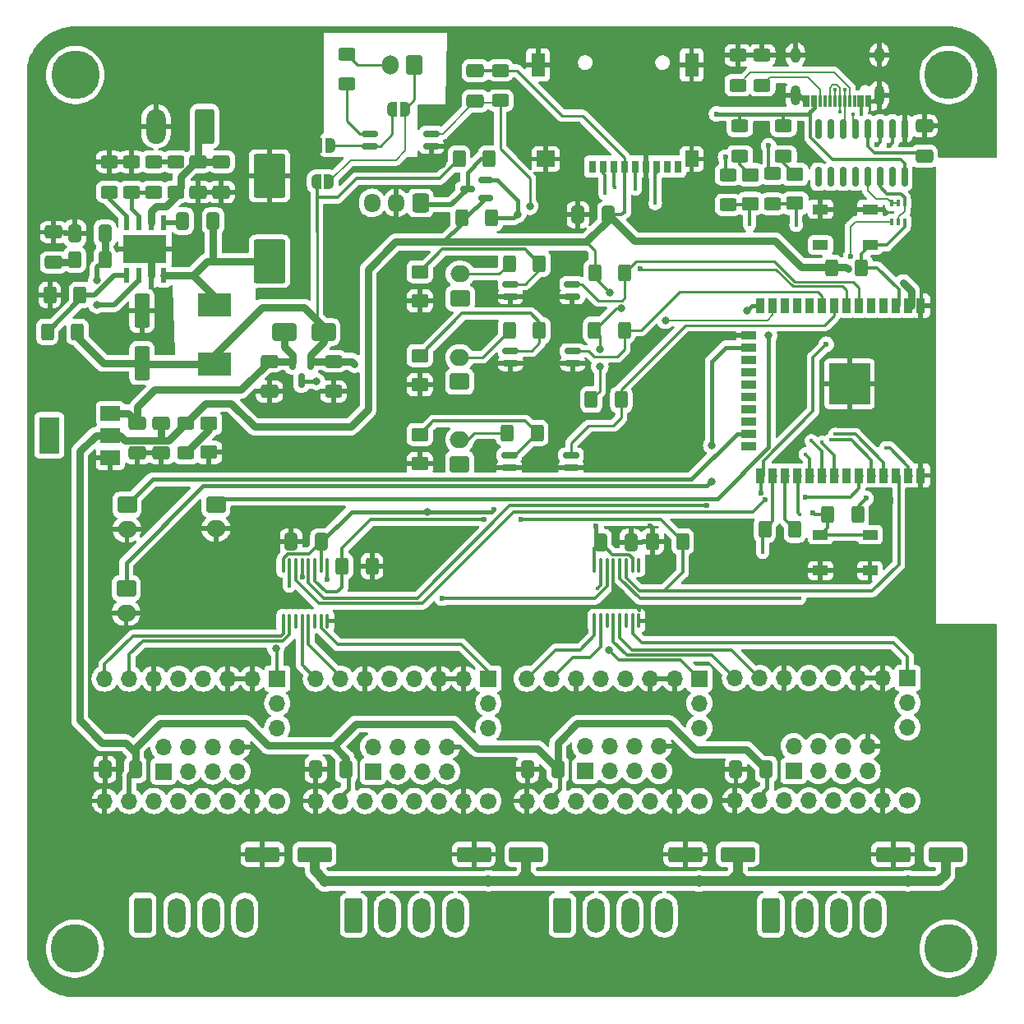
<source format=gbr>
%TF.GenerationSoftware,KiCad,Pcbnew,7.0.8*%
%TF.CreationDate,2023-11-01T12:09:58-04:00*%
%TF.ProjectId,ESP32_CNC,45535033-325f-4434-9e43-2e6b69636164,rev?*%
%TF.SameCoordinates,Original*%
%TF.FileFunction,Copper,L1,Top*%
%TF.FilePolarity,Positive*%
%FSLAX46Y46*%
G04 Gerber Fmt 4.6, Leading zero omitted, Abs format (unit mm)*
G04 Created by KiCad (PCBNEW 7.0.8) date 2023-11-01 12:09:58*
%MOMM*%
%LPD*%
G01*
G04 APERTURE LIST*
G04 Aperture macros list*
%AMRoundRect*
0 Rectangle with rounded corners*
0 $1 Rounding radius*
0 $2 $3 $4 $5 $6 $7 $8 $9 X,Y pos of 4 corners*
0 Add a 4 corners polygon primitive as box body*
4,1,4,$2,$3,$4,$5,$6,$7,$8,$9,$2,$3,0*
0 Add four circle primitives for the rounded corners*
1,1,$1+$1,$2,$3*
1,1,$1+$1,$4,$5*
1,1,$1+$1,$6,$7*
1,1,$1+$1,$8,$9*
0 Add four rect primitives between the rounded corners*
20,1,$1+$1,$2,$3,$4,$5,0*
20,1,$1+$1,$4,$5,$6,$7,0*
20,1,$1+$1,$6,$7,$8,$9,0*
20,1,$1+$1,$8,$9,$2,$3,0*%
%AMFreePoly0*
4,1,19,0.500000,-0.750000,0.000000,-0.750000,0.000000,-0.744911,-0.071157,-0.744911,-0.207708,-0.704816,-0.327430,-0.627875,-0.420627,-0.520320,-0.479746,-0.390866,-0.500000,-0.250000,-0.500000,0.250000,-0.479746,0.390866,-0.420627,0.520320,-0.327430,0.627875,-0.207708,0.704816,-0.071157,0.744911,0.000000,0.744911,0.000000,0.750000,0.500000,0.750000,0.500000,-0.750000,0.500000,-0.750000,
$1*%
%AMFreePoly1*
4,1,19,0.000000,0.744911,0.071157,0.744911,0.207708,0.704816,0.327430,0.627875,0.420627,0.520320,0.479746,0.390866,0.500000,0.250000,0.500000,-0.250000,0.479746,-0.390866,0.420627,-0.520320,0.327430,-0.627875,0.207708,-0.704816,0.071157,-0.744911,0.000000,-0.744911,0.000000,-0.750000,-0.500000,-0.750000,-0.500000,0.750000,0.000000,0.750000,0.000000,0.744911,0.000000,0.744911,
$1*%
G04 Aperture macros list end*
%TA.AperFunction,SMDPad,CuDef*%
%ADD10RoundRect,0.250000X-0.412500X-0.650000X0.412500X-0.650000X0.412500X0.650000X-0.412500X0.650000X0*%
%TD*%
%TA.AperFunction,SMDPad,CuDef*%
%ADD11RoundRect,0.250000X1.500000X0.550000X-1.500000X0.550000X-1.500000X-0.550000X1.500000X-0.550000X0*%
%TD*%
%TA.AperFunction,SMDPad,CuDef*%
%ADD12RoundRect,0.250000X-0.625000X0.400000X-0.625000X-0.400000X0.625000X-0.400000X0.625000X0.400000X0*%
%TD*%
%TA.AperFunction,SMDPad,CuDef*%
%ADD13RoundRect,0.150000X-0.150000X0.587500X-0.150000X-0.587500X0.150000X-0.587500X0.150000X0.587500X0*%
%TD*%
%TA.AperFunction,SMDPad,CuDef*%
%ADD14RoundRect,0.250000X-0.650000X0.412500X-0.650000X-0.412500X0.650000X-0.412500X0.650000X0.412500X0*%
%TD*%
%TA.AperFunction,SMDPad,CuDef*%
%ADD15RoundRect,0.250001X0.624999X-0.462499X0.624999X0.462499X-0.624999X0.462499X-0.624999X-0.462499X0*%
%TD*%
%TA.AperFunction,ComponentPad*%
%ADD16RoundRect,0.250000X-0.750000X0.600000X-0.750000X-0.600000X0.750000X-0.600000X0.750000X0.600000X0*%
%TD*%
%TA.AperFunction,ComponentPad*%
%ADD17O,2.000000X1.700000*%
%TD*%
%TA.AperFunction,SMDPad,CuDef*%
%ADD18R,0.300000X1.150000*%
%TD*%
%TA.AperFunction,ComponentPad*%
%ADD19O,1.000000X2.100000*%
%TD*%
%TA.AperFunction,ComponentPad*%
%ADD20O,1.000000X1.600000*%
%TD*%
%TA.AperFunction,SMDPad,CuDef*%
%ADD21RoundRect,0.250000X0.625000X-0.400000X0.625000X0.400000X-0.625000X0.400000X-0.625000X-0.400000X0*%
%TD*%
%TA.AperFunction,SMDPad,CuDef*%
%ADD22RoundRect,0.250000X-0.400000X-0.625000X0.400000X-0.625000X0.400000X0.625000X-0.400000X0.625000X0*%
%TD*%
%TA.AperFunction,SMDPad,CuDef*%
%ADD23RoundRect,0.250000X0.400000X0.625000X-0.400000X0.625000X-0.400000X-0.625000X0.400000X-0.625000X0*%
%TD*%
%TA.AperFunction,SMDPad,CuDef*%
%ADD24R,0.400000X0.650000*%
%TD*%
%TA.AperFunction,ComponentPad*%
%ADD25RoundRect,0.250000X0.750000X-0.600000X0.750000X0.600000X-0.750000X0.600000X-0.750000X-0.600000X0*%
%TD*%
%TA.AperFunction,ComponentPad*%
%ADD26C,0.800000*%
%TD*%
%TA.AperFunction,ComponentPad*%
%ADD27C,5.000000*%
%TD*%
%TA.AperFunction,ComponentPad*%
%ADD28R,1.700000X1.700000*%
%TD*%
%TA.AperFunction,ComponentPad*%
%ADD29O,1.700000X1.700000*%
%TD*%
%TA.AperFunction,SMDPad,CuDef*%
%ADD30R,0.600000X1.550000*%
%TD*%
%TA.AperFunction,ComponentPad*%
%ADD31C,0.600000*%
%TD*%
%TA.AperFunction,SMDPad,CuDef*%
%ADD32R,3.100000X2.600000*%
%TD*%
%TA.AperFunction,SMDPad,CuDef*%
%ADD33R,4.500000X2.950000*%
%TD*%
%TA.AperFunction,SMDPad,CuDef*%
%ADD34R,1.600000X1.000000*%
%TD*%
%TA.AperFunction,SMDPad,CuDef*%
%ADD35FreePoly0,0.000000*%
%TD*%
%TA.AperFunction,SMDPad,CuDef*%
%ADD36FreePoly1,0.000000*%
%TD*%
%TA.AperFunction,ComponentPad*%
%ADD37RoundRect,0.250000X-0.650000X-1.550000X0.650000X-1.550000X0.650000X1.550000X-0.650000X1.550000X0*%
%TD*%
%TA.AperFunction,ComponentPad*%
%ADD38O,1.800000X3.600000*%
%TD*%
%TA.AperFunction,SMDPad,CuDef*%
%ADD39RoundRect,0.100000X0.100000X-0.637500X0.100000X0.637500X-0.100000X0.637500X-0.100000X-0.637500X0*%
%TD*%
%TA.AperFunction,ComponentPad*%
%ADD40RoundRect,0.250000X0.600000X0.750000X-0.600000X0.750000X-0.600000X-0.750000X0.600000X-0.750000X0*%
%TD*%
%TA.AperFunction,ComponentPad*%
%ADD41O,1.700000X2.000000*%
%TD*%
%TA.AperFunction,ComponentPad*%
%ADD42C,1.700000*%
%TD*%
%TA.AperFunction,SMDPad,CuDef*%
%ADD43RoundRect,0.250000X-1.000000X-0.650000X1.000000X-0.650000X1.000000X0.650000X-1.000000X0.650000X0*%
%TD*%
%TA.AperFunction,SMDPad,CuDef*%
%ADD44RoundRect,0.150000X-0.662500X-0.150000X0.662500X-0.150000X0.662500X0.150000X-0.662500X0.150000X0*%
%TD*%
%TA.AperFunction,SMDPad,CuDef*%
%ADD45RoundRect,0.250000X0.412500X0.650000X-0.412500X0.650000X-0.412500X-0.650000X0.412500X-0.650000X0*%
%TD*%
%TA.AperFunction,SMDPad,CuDef*%
%ADD46R,0.900000X1.500000*%
%TD*%
%TA.AperFunction,SMDPad,CuDef*%
%ADD47R,1.500000X0.900000*%
%TD*%
%TA.AperFunction,SMDPad,CuDef*%
%ADD48R,1.050000X1.050000*%
%TD*%
%TA.AperFunction,HeatsinkPad*%
%ADD49C,0.600000*%
%TD*%
%TA.AperFunction,SMDPad,CuDef*%
%ADD50R,4.200000X4.200000*%
%TD*%
%TA.AperFunction,SMDPad,CuDef*%
%ADD51RoundRect,0.150000X-0.150000X0.825000X-0.150000X-0.825000X0.150000X-0.825000X0.150000X0.825000X0*%
%TD*%
%TA.AperFunction,SMDPad,CuDef*%
%ADD52RoundRect,0.250000X1.400000X2.000000X-1.400000X2.000000X-1.400000X-2.000000X1.400000X-2.000000X0*%
%TD*%
%TA.AperFunction,SMDPad,CuDef*%
%ADD53R,3.500000X2.350000*%
%TD*%
%TA.AperFunction,SMDPad,CuDef*%
%ADD54R,2.000000X1.500000*%
%TD*%
%TA.AperFunction,SMDPad,CuDef*%
%ADD55R,2.000000X3.800000*%
%TD*%
%TA.AperFunction,SMDPad,CuDef*%
%ADD56RoundRect,0.250000X0.650000X-0.412500X0.650000X0.412500X-0.650000X0.412500X-0.650000X-0.412500X0*%
%TD*%
%TA.AperFunction,ComponentPad*%
%ADD57RoundRect,0.250000X0.600000X0.725000X-0.600000X0.725000X-0.600000X-0.725000X0.600000X-0.725000X0*%
%TD*%
%TA.AperFunction,ComponentPad*%
%ADD58O,1.700000X1.950000*%
%TD*%
%TA.AperFunction,SMDPad,CuDef*%
%ADD59RoundRect,0.150000X0.587500X0.150000X-0.587500X0.150000X-0.587500X-0.150000X0.587500X-0.150000X0*%
%TD*%
%TA.AperFunction,SMDPad,CuDef*%
%ADD60R,0.700000X1.300000*%
%TD*%
%TA.AperFunction,SMDPad,CuDef*%
%ADD61R,1.447800X1.651000*%
%TD*%
%TA.AperFunction,SMDPad,CuDef*%
%ADD62R,1.447800X2.438400*%
%TD*%
%TA.AperFunction,SMDPad,CuDef*%
%ADD63R,1.854200X1.651000*%
%TD*%
%TA.AperFunction,SMDPad,CuDef*%
%ADD64RoundRect,0.250000X0.550000X-1.500000X0.550000X1.500000X-0.550000X1.500000X-0.550000X-1.500000X0*%
%TD*%
%TA.AperFunction,ComponentPad*%
%ADD65RoundRect,0.250000X0.750000X1.550000X-0.750000X1.550000X-0.750000X-1.550000X0.750000X-1.550000X0*%
%TD*%
%TA.AperFunction,ComponentPad*%
%ADD66O,2.000000X3.600000*%
%TD*%
%TA.AperFunction,ViaPad*%
%ADD67C,0.600000*%
%TD*%
%TA.AperFunction,ViaPad*%
%ADD68C,0.800000*%
%TD*%
%TA.AperFunction,ViaPad*%
%ADD69C,0.400000*%
%TD*%
%TA.AperFunction,ViaPad*%
%ADD70C,1.400000*%
%TD*%
%TA.AperFunction,ViaPad*%
%ADD71C,1.600000*%
%TD*%
%TA.AperFunction,ViaPad*%
%ADD72C,1.200000*%
%TD*%
%TA.AperFunction,Conductor*%
%ADD73C,0.300000*%
%TD*%
%TA.AperFunction,Conductor*%
%ADD74C,0.450000*%
%TD*%
%TA.AperFunction,Conductor*%
%ADD75C,0.750000*%
%TD*%
%TA.AperFunction,Conductor*%
%ADD76C,0.250000*%
%TD*%
%TA.AperFunction,Conductor*%
%ADD77C,0.500000*%
%TD*%
%TA.AperFunction,Conductor*%
%ADD78C,0.200000*%
%TD*%
%TA.AperFunction,Conductor*%
%ADD79C,1.000000*%
%TD*%
G04 APERTURE END LIST*
D10*
%TO.P,C17,1*%
%TO.N,Net-(U10-BOOT)*%
X102323500Y-66040000D03*
%TO.P,C17,2*%
%TO.N,Net-(D4-K)*%
X105448500Y-66040000D03*
%TD*%
D11*
%TO.P,C6,1*%
%TO.N,VCC*%
X115903400Y-131279400D03*
%TO.P,C6,2*%
%TO.N,GND*%
X110503400Y-131279400D03*
%TD*%
D12*
%TO.P,R19,1*%
%TO.N,GND*%
X97028000Y-59944000D03*
%TO.P,R19,2*%
%TO.N,Net-(U10-EN)*%
X97028000Y-63044000D03*
%TD*%
D11*
%TO.P,C10,1*%
%TO.N,VCC*%
X159503400Y-131279400D03*
%TO.P,C10,2*%
%TO.N,GND*%
X154103400Y-131279400D03*
%TD*%
D12*
%TO.P,R7,1*%
%TO.N,VBUS*%
X164200000Y-56262500D03*
%TO.P,R7,2*%
%TO.N,Net-(D3-A)*%
X164200000Y-59362500D03*
%TD*%
D13*
%TO.P,Q1,1,G*%
%TO.N,+5V*%
X115504000Y-80596500D03*
%TO.P,Q1,2,S*%
%TO.N,+5VA*%
X113604000Y-80596500D03*
%TO.P,Q1,3,D*%
%TO.N,VBUS*%
X114554000Y-82471500D03*
%TD*%
D14*
%TO.P,C2,1*%
%TO.N,GND*%
X178700000Y-56237500D03*
%TO.P,C2,2*%
%TO.N,Net-(U2-V3)*%
X178700000Y-59362500D03*
%TD*%
D15*
%TO.P,D1,1,K*%
%TO.N,GND*%
X105004000Y-89867300D03*
%TO.P,D1,2,A*%
%TO.N,Net-(D1-A)*%
X105004000Y-86892300D03*
%TD*%
D16*
%TO.P,J10,1,Pin_1*%
%TO.N,/IO12*%
X105731800Y-95219200D03*
D17*
%TO.P,J10,2,Pin_2*%
%TO.N,GND*%
X105731800Y-97719200D03*
%TD*%
D18*
%TO.P,P1,A1,GND*%
%TO.N,GND*%
X173100000Y-53670000D03*
%TO.P,P1,A4,VBUS*%
%TO.N,VBUS*%
X172300000Y-53670000D03*
%TO.P,P1,A5,CC*%
%TO.N,Net-(P1-CC)*%
X171000000Y-53670000D03*
%TO.P,P1,A6,D+*%
%TO.N,/D+*%
X170000000Y-53670000D03*
%TO.P,P1,A7,D-*%
%TO.N,/D-*%
X169500000Y-53670000D03*
%TO.P,P1,A8,SBU1*%
%TO.N,unconnected-(P1-SBU1-PadA8)*%
X168500000Y-53670000D03*
%TO.P,P1,A9,VBUS*%
%TO.N,VBUS*%
X167200000Y-53670000D03*
%TO.P,P1,A12,GND*%
%TO.N,GND*%
X166400000Y-53670000D03*
%TO.P,P1,B1,GND*%
X166700000Y-53670000D03*
%TO.P,P1,B4,VBUS*%
%TO.N,VBUS*%
X167500000Y-53670000D03*
%TO.P,P1,B5,VCONN*%
%TO.N,Net-(P1-VCONN)*%
X168000000Y-53670000D03*
%TO.P,P1,B6*%
%TO.N,N/C*%
X169000000Y-53670000D03*
%TO.P,P1,B7*%
X170500000Y-53670000D03*
%TO.P,P1,B8,SBU2*%
%TO.N,unconnected-(P1-SBU2-PadB8)*%
X171500000Y-53670000D03*
%TO.P,P1,B9,VBUS*%
%TO.N,VBUS*%
X172000000Y-53670000D03*
%TO.P,P1,B12,GND*%
%TO.N,GND*%
X172800000Y-53670000D03*
D19*
%TO.P,P1,S1,SHIELD*%
X174070000Y-53105000D03*
D20*
X174070000Y-48925000D03*
D19*
X165430000Y-53105000D03*
D20*
X165430000Y-48925000D03*
%TD*%
D21*
%TO.P,R1,1*%
%TO.N,Net-(P1-CC)*%
X159500000Y-52050000D03*
%TO.P,R1,2*%
%TO.N,GND*%
X159500000Y-48950000D03*
%TD*%
D22*
%TO.P,R10,1*%
%TO.N,+3.3V*%
X169138000Y-70866000D03*
%TO.P,R10,2*%
%TO.N,/ESP_EN*%
X172238000Y-70866000D03*
%TD*%
%TO.P,R12,1*%
%TO.N,/I2S_BCK*%
X118719000Y-101600000D03*
%TO.P,R12,2*%
%TO.N,GND*%
X121819000Y-101600000D03*
%TD*%
%TO.P,R30,1*%
%TO.N,+3.3V*%
X144754000Y-71374000D03*
%TO.P,R30,2*%
%TO.N,/IO34*%
X147854000Y-71374000D03*
%TD*%
D23*
%TO.P,R21,1*%
%TO.N,Net-(U3-IO16)*%
X165380000Y-97816000D03*
%TO.P,R21,2*%
%TO.N,/TMC_UART*%
X162280000Y-97816000D03*
%TD*%
D24*
%TO.P,Q3,1,E1*%
%TO.N,/RTS*%
X176672000Y-64201000D03*
%TO.P,Q3,2,B1*%
%TO.N,/DTR*%
X176022000Y-64201000D03*
%TO.P,Q3,3,C2*%
X175372000Y-64201000D03*
%TO.P,Q3,4,E2*%
%TO.N,/ESP_IO0*%
X175372000Y-66101000D03*
%TO.P,Q3,5,B2*%
%TO.N,/RTS*%
X176022000Y-66101000D03*
%TO.P,Q3,6,C1*%
%TO.N,/ESP_EN*%
X176672000Y-66101000D03*
%TD*%
D15*
%TO.P,D7,1,K*%
%TO.N,GND*%
X126746000Y-82894500D03*
%TO.P,D7,2,A*%
%TO.N,Net-(D7-A)*%
X126746000Y-79919500D03*
%TD*%
D12*
%TO.P,R8,1*%
%TO.N,+5V*%
X117856000Y-80492000D03*
%TO.P,R8,2*%
%TO.N,GND*%
X117856000Y-83592000D03*
%TD*%
D14*
%TO.P,C1,1*%
%TO.N,+3.3V*%
X100113000Y-86829500D03*
%TO.P,C1,2*%
%TO.N,GND*%
X100113000Y-89954500D03*
%TD*%
D25*
%TO.P,J3,1,Pin_1*%
%TO.N,+5V*%
X130894600Y-73995600D03*
D17*
%TO.P,J3,2,Pin_2*%
%TO.N,Net-(J3-Pin_2)*%
X130894600Y-71495600D03*
%TD*%
D26*
%TO.P,H2,1*%
%TO.N,N/C*%
X89325000Y-141000000D03*
X89874175Y-139674175D03*
X89874175Y-142325825D03*
X91200000Y-139125000D03*
D27*
X91200000Y-141000000D03*
D26*
X91200000Y-142875000D03*
X92525825Y-139674175D03*
X92525825Y-142325825D03*
X93075000Y-141000000D03*
%TD*%
D28*
%TO.P,J16,1,Pin_1*%
%TO.N,Net-(J16-Pin_1)*%
X121920000Y-122732800D03*
D29*
%TO.P,J16,2,Pin_2*%
%TO.N,/Y_DIR*%
X121920000Y-120192800D03*
%TO.P,J16,3,Pin_3*%
%TO.N,Net-(J16-Pin_3)*%
X124460000Y-122732800D03*
%TO.P,J16,4,Pin_4*%
%TO.N,/Y_STEP*%
X124460000Y-120192800D03*
%TO.P,J16,5,Pin_5*%
%TO.N,Net-(J16-Pin_5)*%
X127000000Y-122732800D03*
%TO.P,J16,6,Pin_6*%
%TO.N,/Y_Enable*%
X127000000Y-120192800D03*
%TO.P,J16,7,Pin_7*%
%TO.N,Net-(J16-Pin_7)*%
X129540000Y-122732800D03*
%TO.P,J16,8,Pin_8*%
%TO.N,GND*%
X129540000Y-120192800D03*
%TD*%
D12*
%TO.P,R9,1*%
%TO.N,Net-(J2-Pin_2)*%
X119227600Y-48817600D03*
%TO.P,R9,2*%
%TO.N,Net-(R9-Pad2)*%
X119227600Y-51917600D03*
%TD*%
D30*
%TO.P,U10,1,BOOT*%
%TO.N,Net-(U10-BOOT)*%
X100330000Y-66228000D03*
%TO.P,U10,2,VIN*%
%TO.N,VCC*%
X99060000Y-66228000D03*
%TO.P,U10,3,EN*%
%TO.N,Net-(U10-EN)*%
X97790000Y-66228000D03*
%TO.P,U10,4,RT/CLK*%
%TO.N,Net-(U10-RT{slash}CLK)*%
X96520000Y-66228000D03*
%TO.P,U10,5,FB*%
%TO.N,/FB*%
X96520000Y-71628000D03*
%TO.P,U10,6,COMP*%
%TO.N,Net-(U10-COMP)*%
X97790000Y-71628000D03*
%TO.P,U10,7,GND*%
%TO.N,GND*%
X99060000Y-71628000D03*
%TO.P,U10,8,SW*%
%TO.N,Net-(D4-K)*%
X100330000Y-71628000D03*
D31*
%TO.P,U10,9,GNDPAD*%
%TO.N,GND*%
X100225000Y-68328000D03*
X99025000Y-68328000D03*
X97725000Y-68328000D03*
X96625000Y-68328000D03*
D32*
X98425000Y-68928000D03*
D33*
X98425000Y-68928000D03*
D31*
X100225000Y-69528000D03*
X99025000Y-69528000D03*
X97725000Y-69528000D03*
X96625000Y-69528000D03*
%TD*%
D34*
%TO.P,SW2,1,1*%
%TO.N,GND*%
X173111000Y-102053000D03*
X168011000Y-102053000D03*
%TO.P,SW2,2,2*%
%TO.N,/ESP_IO0*%
X173111000Y-98353000D03*
X168011000Y-98353000D03*
%TD*%
D35*
%TO.P,JP3,1,A*%
%TO.N,GND*%
X116190000Y-58216800D03*
D36*
%TO.P,JP3,2,B*%
%TO.N,Net-(JP2-A)*%
X117490000Y-58216800D03*
%TD*%
D16*
%TO.P,J11,1,Pin_1*%
%TO.N,/IO13*%
X96486200Y-103906000D03*
D17*
%TO.P,J11,2,Pin_2*%
%TO.N,GND*%
X96486200Y-106406000D03*
%TD*%
D37*
%TO.P,J6,1,Pin_1*%
%TO.N,Net-(J16-Pin_1)*%
X119908400Y-137546900D03*
D38*
%TO.P,J6,2,Pin_2*%
%TO.N,Net-(J16-Pin_3)*%
X123408400Y-137546900D03*
%TO.P,J6,3,Pin_3*%
%TO.N,Net-(J16-Pin_5)*%
X126908400Y-137546900D03*
%TO.P,J6,4,Pin_4*%
%TO.N,Net-(J16-Pin_7)*%
X130408400Y-137546900D03*
%TD*%
D39*
%TO.P,U4,1,QB*%
%TO.N,/X_DIR*%
X112668600Y-107256500D03*
%TO.P,U4,2,QC*%
%TO.N,/X_STEP*%
X113318600Y-107256500D03*
%TO.P,U4,3,QD*%
%TO.N,unconnected-(U4-QD-Pad3)*%
X113968600Y-107256500D03*
%TO.P,U4,4,QE*%
%TO.N,/Y_DIR*%
X114618600Y-107256500D03*
%TO.P,U4,5,QF*%
%TO.N,/Y_STEP*%
X115268600Y-107256500D03*
%TO.P,U4,6,QG*%
%TO.N,unconnected-(U4-QG-Pad6)*%
X115918600Y-107256500D03*
%TO.P,U4,7,QH*%
%TO.N,/Y_Enable*%
X116568600Y-107256500D03*
%TO.P,U4,8,GND*%
%TO.N,GND*%
X117218600Y-107256500D03*
%TO.P,U4,9,QH'*%
%TO.N,/QH'1*%
X117218600Y-101531500D03*
%TO.P,U4,10,~{SRCLR}*%
%TO.N,+5V*%
X116568600Y-101531500D03*
%TO.P,U4,11,SRCLK*%
%TO.N,/I2S_BCK*%
X115918600Y-101531500D03*
%TO.P,U4,12,RCLK*%
%TO.N,/I2S_WS*%
X115268600Y-101531500D03*
%TO.P,U4,13,~{OE}*%
%TO.N,GND*%
X114618600Y-101531500D03*
%TO.P,U4,14,SER*%
%TO.N,/I2S_DATA*%
X113968600Y-101531500D03*
%TO.P,U4,15,QA*%
%TO.N,/X_Enable*%
X113318600Y-101531500D03*
%TO.P,U4,16,VCC*%
%TO.N,+5V*%
X112668600Y-101531500D03*
%TD*%
D22*
%TO.P,R16,1*%
%TO.N,GND*%
X88620000Y-73660000D03*
%TO.P,R16,2*%
%TO.N,/FB*%
X91720000Y-73660000D03*
%TD*%
D40*
%TO.P,J2,1,Pin_1*%
%TO.N,Net-(J2-Pin_1)*%
X126198000Y-49936400D03*
D41*
%TO.P,J2,2,Pin_2*%
%TO.N,Net-(J2-Pin_2)*%
X123698000Y-49936400D03*
%TD*%
D12*
%TO.P,R4,1*%
%TO.N,Net-(U2-TXD)*%
X158500000Y-61262500D03*
%TO.P,R4,2*%
%TO.N,/TX*%
X158500000Y-64362500D03*
%TD*%
D28*
%TO.P,U9,1,EN*%
%TO.N,/A_Enable*%
X176993400Y-113129400D03*
D29*
%TO.P,U9,2,MS1*%
%TO.N,GND*%
X174453400Y-113129400D03*
%TO.P,U9,3,MS2*%
X171913400Y-113129400D03*
%TO.P,U9,4,TX*%
%TO.N,unconnected-(U9-TX-Pad4)*%
X169373400Y-113129400D03*
%TO.P,U9,5,RX*%
%TO.N,/TMC_UART*%
X166833400Y-113129400D03*
%TO.P,U9,6,CK*%
%TO.N,GND*%
X164293400Y-113129400D03*
%TO.P,U9,7,STEP*%
%TO.N,/A_STEP*%
X161753400Y-113129400D03*
%TO.P,U9,8,DIR*%
%TO.N,/A_DIR*%
X159213400Y-113129400D03*
%TO.P,U9,9,GND*%
%TO.N,GND*%
X159213400Y-125729400D03*
%TO.P,U9,10,VIO*%
%TO.N,+3.3V*%
X161753400Y-125729400D03*
%TO.P,U9,11,B2*%
%TO.N,Net-(J18-Pin_1)*%
X164293400Y-125729400D03*
%TO.P,U9,12,B1*%
%TO.N,Net-(J18-Pin_3)*%
X166833400Y-125729400D03*
%TO.P,U9,13,A1*%
%TO.N,Net-(J18-Pin_5)*%
X169373400Y-125729400D03*
%TO.P,U9,14,A2*%
%TO.N,Net-(J18-Pin_7)*%
X171913400Y-125729400D03*
%TO.P,U9,15,GND*%
%TO.N,GND*%
X174453400Y-125729400D03*
D42*
%TO.P,U9,16,VM*%
%TO.N,VCC*%
X176993400Y-125729400D03*
D29*
%TO.P,U9,17,INDEX*%
%TO.N,unconnected-(U9-INDEX-Pad17)*%
X176993400Y-118209400D03*
%TO.P,U9,18,DIAG*%
%TO.N,unconnected-(U9-DIAG-Pad18)*%
X176993400Y-115669400D03*
%TD*%
D23*
%TO.P,R17,1*%
%TO.N,Net-(U10-COMP)*%
X94298500Y-69997500D03*
%TO.P,R17,2*%
%TO.N,Net-(C18-Pad1)*%
X91198500Y-69997500D03*
%TD*%
D12*
%TO.P,R2,1*%
%TO.N,GND*%
X162000000Y-48950000D03*
%TO.P,R2,2*%
%TO.N,Net-(P1-VCONN)*%
X162000000Y-52050000D03*
%TD*%
D43*
%TO.P,D5,1,K*%
%TO.N,+5VA*%
X112808000Y-77470000D03*
%TO.P,D5,2,A*%
%TO.N,+5V*%
X116808000Y-77470000D03*
%TD*%
D44*
%TO.P,U12,1*%
%TO.N,Net-(D6-A)*%
X136068200Y-72542400D03*
%TO.P,U12,2*%
%TO.N,GND*%
X136068200Y-73812400D03*
%TO.P,U12,3*%
X142443200Y-73812400D03*
%TO.P,U12,4*%
%TO.N,/IO34*%
X142443200Y-72542400D03*
%TD*%
D22*
%TO.P,R15,1*%
%TO.N,/FB*%
X88366000Y-77470000D03*
%TO.P,R15,2*%
%TO.N,+5V*%
X91466000Y-77470000D03*
%TD*%
%TO.P,R32,1*%
%TO.N,+3.3V*%
X144398400Y-84429600D03*
%TO.P,R32,2*%
%TO.N,/IO32*%
X147498400Y-84429600D03*
%TD*%
%TO.P,R31,1*%
%TO.N,+3.3V*%
X144703200Y-77266800D03*
%TO.P,R31,2*%
%TO.N,/IO33*%
X147803200Y-77266800D03*
%TD*%
D12*
%TO.P,R29,1*%
%TO.N,+3.3V*%
X135026400Y-50520000D03*
%TO.P,R29,2*%
%TO.N,/IO35*%
X135026400Y-53620000D03*
%TD*%
D45*
%TO.P,C14,1*%
%TO.N,+3.3V*%
X146162500Y-65400000D03*
%TO.P,C14,2*%
%TO.N,GND*%
X143037500Y-65400000D03*
%TD*%
D35*
%TO.P,JP1,1,A*%
%TO.N,+5V*%
X116078000Y-61976000D03*
D36*
%TO.P,JP1,2,B*%
%TO.N,Net-(J2-Pin_1)*%
X117378000Y-61976000D03*
%TD*%
D37*
%TO.P,J8,1,Pin_1*%
%TO.N,Net-(J18-Pin_1)*%
X162908400Y-137546900D03*
D38*
%TO.P,J8,2,Pin_2*%
%TO.N,Net-(J18-Pin_3)*%
X166408400Y-137546900D03*
%TO.P,J8,3,Pin_3*%
%TO.N,Net-(J18-Pin_5)*%
X169908400Y-137546900D03*
%TO.P,J8,4,Pin_4*%
%TO.N,Net-(J18-Pin_7)*%
X173408400Y-137546900D03*
%TD*%
D10*
%TO.P,C11,1*%
%TO.N,GND*%
X137828400Y-122529400D03*
%TO.P,C11,2*%
%TO.N,+3.3V*%
X140953400Y-122529400D03*
%TD*%
D45*
%TO.P,C4,1*%
%TO.N,GND*%
X148477700Y-99143200D03*
%TO.P,C4,2*%
%TO.N,+5V*%
X145352700Y-99143200D03*
%TD*%
D12*
%TO.P,R5,1*%
%TO.N,Net-(U2-RXD)*%
X163100000Y-61162500D03*
%TO.P,R5,2*%
%TO.N,/RX*%
X163100000Y-64262500D03*
%TD*%
D44*
%TO.P,U11,1*%
%TO.N,Net-(R9-Pad2)*%
X121564400Y-57048400D03*
%TO.P,U11,2*%
%TO.N,Net-(JP2-A)*%
X121564400Y-58318400D03*
%TO.P,U11,3*%
%TO.N,GND*%
X127939400Y-58318400D03*
%TO.P,U11,4*%
%TO.N,/IO35*%
X127939400Y-57048400D03*
%TD*%
D25*
%TO.P,J9,1,Pin_1*%
%TO.N,+5V*%
X130843800Y-91064400D03*
D17*
%TO.P,J9,2,Pin_2*%
%TO.N,Net-(J9-Pin_2)*%
X130843800Y-88564400D03*
%TD*%
D14*
%TO.P,C16,1*%
%TO.N,VCC*%
X103886000Y-59931500D03*
%TO.P,C16,2*%
%TO.N,GND*%
X103886000Y-63056500D03*
%TD*%
D23*
%TO.P,R13,1*%
%TO.N,/I2S_BCK*%
X153823000Y-99060000D03*
%TO.P,R13,2*%
%TO.N,GND*%
X150723000Y-99060000D03*
%TD*%
D25*
%TO.P,J4,1,Pin_1*%
%TO.N,+5V*%
X130843800Y-82580800D03*
D17*
%TO.P,J4,2,Pin_2*%
%TO.N,Net-(J4-Pin_2)*%
X130843800Y-80080800D03*
%TD*%
D46*
%TO.P,U3,1,GND*%
%TO.N,GND*%
X178348000Y-74750000D03*
%TO.P,U3,2,VDD*%
%TO.N,+3.3V*%
X177078000Y-74750000D03*
%TO.P,U3,3,EN*%
%TO.N,/ESP_EN*%
X175808000Y-74750000D03*
%TO.P,U3,4,SENSOR_VP*%
%TO.N,unconnected-(U3-SENSOR_VP-Pad4)*%
X174538000Y-74750000D03*
%TO.P,U3,5,SENSOR_VN*%
%TO.N,unconnected-(U3-SENSOR_VN-Pad5)*%
X173268000Y-74750000D03*
%TO.P,U3,6,IO34*%
%TO.N,/IO34*%
X171998000Y-74750000D03*
%TO.P,U3,7,IO35*%
%TO.N,/IO35*%
X170728000Y-74750000D03*
%TO.P,U3,8,IO32*%
%TO.N,/IO32*%
X169458000Y-74750000D03*
%TO.P,U3,9,IO33*%
%TO.N,/IO33*%
X168188000Y-74750000D03*
%TO.P,U3,10,IO25*%
%TO.N,unconnected-(U3-IO25-Pad10)*%
X166918000Y-74750000D03*
%TO.P,U3,11,IO26*%
%TO.N,unconnected-(U3-IO26-Pad11)*%
X165648000Y-74750000D03*
%TO.P,U3,12,IO27*%
%TO.N,unconnected-(U3-IO27-Pad12)*%
X164378000Y-74750000D03*
%TO.P,U3,13,IO14*%
%TO.N,/IO14*%
X163108000Y-74750000D03*
%TO.P,U3,14,IO12*%
%TO.N,/IO12*%
X161838000Y-74750000D03*
D47*
%TO.P,U3,15,GND*%
%TO.N,GND*%
X160588000Y-77790000D03*
%TO.P,U3,16,IO13*%
%TO.N,/IO13*%
X160588000Y-79060000D03*
%TO.P,U3,17,SHD/SD2*%
%TO.N,unconnected-(U3-SHD{slash}SD2-Pad17)*%
X160588000Y-80330000D03*
%TO.P,U3,18,SWP/SD3*%
%TO.N,unconnected-(U3-SWP{slash}SD3-Pad18)*%
X160588000Y-81600000D03*
%TO.P,U3,19,SCS/CMD*%
%TO.N,unconnected-(U3-SCS{slash}CMD-Pad19)*%
X160588000Y-82870000D03*
%TO.P,U3,20,SCK/CLK*%
%TO.N,unconnected-(U3-SCK{slash}CLK-Pad20)*%
X160588000Y-84140000D03*
%TO.P,U3,21,SDO/SD0*%
%TO.N,unconnected-(U3-SDO{slash}SD0-Pad21)*%
X160588000Y-85410000D03*
%TO.P,U3,22,SDI/SD1*%
%TO.N,unconnected-(U3-SDI{slash}SD1-Pad22)*%
X160588000Y-86680000D03*
%TO.P,U3,23,IO15*%
%TO.N,/IO15*%
X160588000Y-87950000D03*
%TO.P,U3,24,IO2*%
%TO.N,unconnected-(U3-IO2-Pad24)*%
X160588000Y-89220000D03*
D46*
%TO.P,U3,25,IO0*%
%TO.N,/ESP_IO0*%
X161838000Y-92250000D03*
%TO.P,U3,26,IO4*%
%TO.N,/TMC_UART*%
X163108000Y-92250000D03*
%TO.P,U3,27,IO16*%
%TO.N,Net-(U3-IO16)*%
X164378000Y-92250000D03*
%TO.P,U3,28,IO17*%
%TO.N,/I2S_WS*%
X165648000Y-92250000D03*
%TO.P,U3,29,IO5*%
%TO.N,/CS_SD*%
X166918000Y-92250000D03*
%TO.P,U3,30,IO18*%
%TO.N,/SCK*%
X168188000Y-92250000D03*
%TO.P,U3,31,IO19*%
%TO.N,/MISO*%
X169458000Y-92250000D03*
%TO.P,U3,32,NC*%
%TO.N,unconnected-(U3-NC-Pad32)*%
X170728000Y-92250000D03*
%TO.P,U3,33,IO21*%
%TO.N,/I2S_DATA*%
X171998000Y-92250000D03*
%TO.P,U3,34,RXD0/IO3*%
%TO.N,/TX*%
X173268000Y-92250000D03*
%TO.P,U3,35,TXD0/IO1*%
%TO.N,/RX*%
X174538000Y-92250000D03*
%TO.P,U3,36,IO22*%
%TO.N,/I2S_BCK*%
X175808000Y-92250000D03*
%TO.P,U3,37,IO23*%
%TO.N,/MOSI*%
X177078000Y-92250000D03*
%TO.P,U3,38,GND*%
%TO.N,GND*%
X178348000Y-92250000D03*
D48*
%TO.P,U3,39,GND*%
X172533000Y-81295000D03*
D49*
X171770500Y-81295000D03*
D48*
X171008000Y-81295000D03*
D49*
X170245500Y-81295000D03*
D48*
X169483000Y-81295000D03*
D49*
X172533000Y-82057500D03*
X171008000Y-82057500D03*
X169483000Y-82057500D03*
D48*
X172533000Y-82820000D03*
D49*
X171770500Y-82820000D03*
D48*
X171008000Y-82820000D03*
D50*
X171008000Y-82820000D03*
D49*
X170245500Y-82820000D03*
D48*
X169483000Y-82820000D03*
D49*
X172533000Y-83582500D03*
X171008000Y-83582500D03*
X169483000Y-83582500D03*
D48*
X172533000Y-84345000D03*
D49*
X171770500Y-84345000D03*
D48*
X171008000Y-84345000D03*
D49*
X170245500Y-84345000D03*
D48*
X169483000Y-84345000D03*
%TD*%
D15*
%TO.P,D2,1,K*%
%TO.N,/TX*%
X160800000Y-64250000D03*
%TO.P,D2,2,A*%
%TO.N,Net-(D2-A)*%
X160800000Y-61275000D03*
%TD*%
D14*
%TO.P,C15,1*%
%TO.N,VCC*%
X106299000Y-59931500D03*
%TO.P,C15,2*%
%TO.N,GND*%
X106299000Y-63056500D03*
%TD*%
D26*
%TO.P,H4,1*%
%TO.N,N/C*%
X179325000Y-51000000D03*
X179874175Y-49674175D03*
X179874175Y-52325825D03*
X181200000Y-49125000D03*
D27*
X181200000Y-51000000D03*
D26*
X181200000Y-52875000D03*
X182525825Y-49674175D03*
X182525825Y-52325825D03*
X183075000Y-51000000D03*
%TD*%
D37*
%TO.P,J5,1,Pin_1*%
%TO.N,Net-(J15-Pin_1)*%
X98208400Y-137546900D03*
D38*
%TO.P,J5,2,Pin_2*%
%TO.N,Net-(J15-Pin_3)*%
X101708400Y-137546900D03*
%TO.P,J5,3,Pin_3*%
%TO.N,Net-(J15-Pin_5)*%
X105208400Y-137546900D03*
%TO.P,J5,4,Pin_4*%
%TO.N,Net-(J15-Pin_7)*%
X108708400Y-137546900D03*
%TD*%
D21*
%TO.P,R6,1*%
%TO.N,Net-(D2-A)*%
X159700000Y-59362500D03*
%TO.P,R6,2*%
%TO.N,VBUS*%
X159700000Y-56262500D03*
%TD*%
D51*
%TO.P,U2,1,GND*%
%TO.N,GND*%
X176695000Y-56525000D03*
%TO.P,U2,2,TXD*%
%TO.N,Net-(U2-TXD)*%
X175425000Y-56525000D03*
%TO.P,U2,3,RXD*%
%TO.N,Net-(U2-RXD)*%
X174155000Y-56525000D03*
%TO.P,U2,4,V3*%
%TO.N,Net-(U2-V3)*%
X172885000Y-56525000D03*
%TO.P,U2,5,UD+*%
%TO.N,/D+*%
X171615000Y-56525000D03*
%TO.P,U2,6,UD-*%
%TO.N,/D-*%
X170345000Y-56525000D03*
%TO.P,U2,7,NC*%
%TO.N,unconnected-(U2-NC-Pad7)*%
X169075000Y-56525000D03*
%TO.P,U2,8,NC*%
%TO.N,unconnected-(U2-NC-Pad8)*%
X167805000Y-56525000D03*
%TO.P,U2,9,~{CTS}*%
%TO.N,unconnected-(U2-~{CTS}-Pad9)*%
X167805000Y-61475000D03*
%TO.P,U2,10,~{DSR}*%
%TO.N,unconnected-(U2-~{DSR}-Pad10)*%
X169075000Y-61475000D03*
%TO.P,U2,11,~{RI}*%
%TO.N,unconnected-(U2-~{RI}-Pad11)*%
X170345000Y-61475000D03*
%TO.P,U2,12,~{DCD}*%
%TO.N,unconnected-(U2-~{DCD}-Pad12)*%
X171615000Y-61475000D03*
%TO.P,U2,13,~{DTR}*%
%TO.N,/DTR*%
X172885000Y-61475000D03*
%TO.P,U2,14,~{RTS}*%
%TO.N,/RTS*%
X174155000Y-61475000D03*
%TO.P,U2,15,R232*%
%TO.N,unconnected-(U2-R232-Pad15)*%
X175425000Y-61475000D03*
%TO.P,U2,16,VCC*%
%TO.N,VBUS*%
X176695000Y-61475000D03*
%TD*%
D52*
%TO.P,D4,1,K*%
%TO.N,Net-(D4-K)*%
X111252000Y-70186000D03*
%TO.P,D4,2,A*%
%TO.N,GND*%
X111252000Y-61386000D03*
%TD*%
D53*
%TO.P,L1,1,1*%
%TO.N,Net-(D4-K)*%
X105613200Y-74699000D03*
%TO.P,L1,2,2*%
%TO.N,+5V*%
X105613200Y-80749000D03*
%TD*%
D26*
%TO.P,H1,1*%
%TO.N,N/C*%
X89375000Y-51000000D03*
X89924175Y-49674175D03*
X89924175Y-52325825D03*
X91250000Y-49125000D03*
D27*
X91250000Y-51000000D03*
D26*
X91250000Y-52875000D03*
X92575825Y-49674175D03*
X92575825Y-52325825D03*
X93125000Y-51000000D03*
%TD*%
D22*
%TO.P,R27,1*%
%TO.N,Net-(J9-Pin_2)*%
X135737000Y-87884000D03*
%TO.P,R27,2*%
%TO.N,Net-(D8-A)*%
X138837000Y-87884000D03*
%TD*%
D14*
%TO.P,C21,1*%
%TO.N,+5VA*%
X111252000Y-80479500D03*
%TO.P,C21,2*%
%TO.N,GND*%
X111252000Y-83604500D03*
%TD*%
D28*
%TO.P,U6,1,EN*%
%TO.N,/X_Enable*%
X112053400Y-113179400D03*
D29*
%TO.P,U6,2,MS1*%
%TO.N,GND*%
X109513400Y-113179400D03*
%TO.P,U6,3,MS2*%
X106973400Y-113179400D03*
%TO.P,U6,4,TX*%
%TO.N,unconnected-(U6-TX-Pad4)*%
X104433400Y-113179400D03*
%TO.P,U6,5,RX*%
%TO.N,/TMC_UART*%
X101893400Y-113179400D03*
%TO.P,U6,6,CK*%
%TO.N,GND*%
X99353400Y-113179400D03*
%TO.P,U6,7,STEP*%
%TO.N,/X_STEP*%
X96813400Y-113179400D03*
%TO.P,U6,8,DIR*%
%TO.N,/X_DIR*%
X94273400Y-113179400D03*
%TO.P,U6,9,GND*%
%TO.N,GND*%
X94273400Y-125779400D03*
%TO.P,U6,10,VIO*%
%TO.N,+3.3V*%
X96813400Y-125779400D03*
%TO.P,U6,11,B2*%
%TO.N,Net-(J15-Pin_1)*%
X99353400Y-125779400D03*
%TO.P,U6,12,B1*%
%TO.N,Net-(J15-Pin_3)*%
X101893400Y-125779400D03*
%TO.P,U6,13,A1*%
%TO.N,Net-(J15-Pin_5)*%
X104433400Y-125779400D03*
%TO.P,U6,14,A2*%
%TO.N,Net-(J15-Pin_7)*%
X106973400Y-125779400D03*
%TO.P,U6,15,GND*%
%TO.N,GND*%
X109513400Y-125779400D03*
D42*
%TO.P,U6,16,VM*%
%TO.N,VCC*%
X112053400Y-125779400D03*
D29*
%TO.P,U6,17,INDEX*%
%TO.N,unconnected-(U6-INDEX-Pad17)*%
X112053400Y-118259400D03*
%TO.P,U6,18,DIAG*%
%TO.N,unconnected-(U6-DIAG-Pad18)*%
X112053400Y-115719400D03*
%TD*%
D54*
%TO.P,U1,1,GND*%
%TO.N,GND*%
X94869000Y-90424000D03*
%TO.P,U1,2,Q*%
%TO.N,+3.3V*%
X94869000Y-88124000D03*
%TO.P,U1,3,I*%
%TO.N,+5VA*%
X94869000Y-85824000D03*
D55*
%TO.P,U1,4*%
%TO.N,N/C*%
X88569000Y-88124000D03*
%TD*%
D44*
%TO.P,U13,1*%
%TO.N,Net-(D7-A)*%
X136093200Y-79425800D03*
%TO.P,U13,2*%
%TO.N,GND*%
X136093200Y-80695800D03*
%TO.P,U13,3*%
X142468200Y-80695800D03*
%TO.P,U13,4*%
%TO.N,/IO33*%
X142468200Y-79425800D03*
%TD*%
D15*
%TO.P,D3,1,K*%
%TO.N,/RX*%
X165400000Y-64200000D03*
%TO.P,D3,2,A*%
%TO.N,Net-(D3-A)*%
X165400000Y-61225000D03*
%TD*%
D14*
%TO.P,C7,1*%
%TO.N,+5VA*%
X97663000Y-86829500D03*
%TO.P,C7,2*%
%TO.N,GND*%
X97663000Y-89954500D03*
%TD*%
D44*
%TO.P,U14,1*%
%TO.N,Net-(D8-A)*%
X135953700Y-90170000D03*
%TO.P,U14,2*%
%TO.N,GND*%
X135953700Y-91440000D03*
%TO.P,U14,3*%
X142328700Y-91440000D03*
%TO.P,U14,4*%
%TO.N,/IO32*%
X142328700Y-90170000D03*
%TD*%
D11*
%TO.P,C12,1*%
%TO.N,VCC*%
X180903400Y-131279400D03*
%TO.P,C12,2*%
%TO.N,GND*%
X175503400Y-131279400D03*
%TD*%
D56*
%TO.P,C22,1*%
%TO.N,/IO35*%
X132461000Y-53671000D03*
%TO.P,C22,2*%
%TO.N,+3.3V*%
X132461000Y-50546000D03*
%TD*%
D15*
%TO.P,D8,1,K*%
%TO.N,GND*%
X126746000Y-91022500D03*
%TO.P,D8,2,A*%
%TO.N,Net-(D8-A)*%
X126746000Y-88047500D03*
%TD*%
D35*
%TO.P,JP2,1,A*%
%TO.N,Net-(JP2-A)*%
X123911600Y-54508400D03*
D36*
%TO.P,JP2,2,B*%
%TO.N,Net-(J2-Pin_1)*%
X125211600Y-54508400D03*
%TD*%
D10*
%TO.P,C19,1*%
%TO.N,GND*%
X91186000Y-67310000D03*
%TO.P,C19,2*%
%TO.N,Net-(U10-COMP)*%
X94311000Y-67310000D03*
%TD*%
D57*
%TO.P,J14,1,Pin_1*%
%TO.N,Net-(J14-Pin_1)*%
X126807600Y-64177400D03*
D58*
%TO.P,J14,2,Pin_2*%
%TO.N,GND*%
X124307600Y-64177400D03*
%TO.P,J14,3,Pin_3*%
%TO.N,VCC*%
X121807600Y-64177400D03*
%TD*%
D22*
%TO.P,R25,1*%
%TO.N,Net-(J4-Pin_2)*%
X135965600Y-77317600D03*
%TO.P,R25,2*%
%TO.N,Net-(D7-A)*%
X139065600Y-77317600D03*
%TD*%
D56*
%TO.P,C18,1*%
%TO.N,Net-(C18-Pad1)*%
X88998500Y-70310000D03*
%TO.P,C18,2*%
%TO.N,GND*%
X88998500Y-67185000D03*
%TD*%
D59*
%TO.P,Q4,1,G*%
%TO.N,+3.3V*%
X133497800Y-63688000D03*
%TO.P,Q4,2,S*%
%TO.N,/IO14*%
X133497800Y-61788000D03*
%TO.P,Q4,3,D*%
%TO.N,Net-(J14-Pin_1)*%
X131622800Y-62738000D03*
%TD*%
D10*
%TO.P,C9,1*%
%TO.N,GND*%
X116028400Y-122529400D03*
%TO.P,C9,2*%
%TO.N,+3.3V*%
X119153400Y-122529400D03*
%TD*%
D23*
%TO.P,R11,1*%
%TO.N,+3.3V*%
X171857000Y-96266000D03*
%TO.P,R11,2*%
%TO.N,/ESP_IO0*%
X168757000Y-96266000D03*
%TD*%
D60*
%TO.P,MICRO_SD1,1,DAT2*%
%TO.N,unconnected-(MICRO_SD1-DAT2-Pad1)*%
X144520200Y-60423800D03*
%TO.P,MICRO_SD1,2,CD/DAT3*%
%TO.N,/CS_SD*%
X145620200Y-60423800D03*
%TO.P,MICRO_SD1,3,CMD*%
%TO.N,/MOSI*%
X146720200Y-60423800D03*
%TO.P,MICRO_SD1,4,VDD*%
%TO.N,+3.3V*%
X147820200Y-60423800D03*
%TO.P,MICRO_SD1,5,CLK*%
%TO.N,/SCK*%
X148920200Y-60423800D03*
%TO.P,MICRO_SD1,6,VSS*%
%TO.N,GND*%
X150020200Y-60423800D03*
%TO.P,MICRO_SD1,7,DAT0*%
%TO.N,/MISO*%
X151120200Y-60423800D03*
%TO.P,MICRO_SD1,8,DAT1*%
%TO.N,unconnected-(MICRO_SD1-DAT1-Pad8)*%
X152220200Y-60423800D03*
%TO.P,MICRO_SD1,CD1,CD*%
%TO.N,unconnected-(MICRO_SD1-CD-PadCD1)*%
X153320200Y-60423800D03*
D61*
%TO.P,MICRO_SD1,MP1,SHIELD*%
%TO.N,GND*%
X154738600Y-59650000D03*
D62*
%TO.P,MICRO_SD1,MP2,SHIELD*%
X154738600Y-49950000D03*
%TO.P,MICRO_SD1,MP3,SHIELD*%
X138913800Y-49950000D03*
D63*
%TO.P,MICRO_SD1,MP4,SHIELD*%
X139688800Y-59650000D03*
%TD*%
D64*
%TO.P,C20,1*%
%TO.N,+5V*%
X98113200Y-80678000D03*
%TO.P,C20,2*%
%TO.N,GND*%
X98113200Y-75278000D03*
%TD*%
D28*
%TO.P,J18,1,Pin_1*%
%TO.N,Net-(J18-Pin_1)*%
X165252400Y-122682000D03*
D29*
%TO.P,J18,2,Pin_2*%
%TO.N,/A_DIR*%
X165252400Y-120142000D03*
%TO.P,J18,3,Pin_3*%
%TO.N,Net-(J18-Pin_3)*%
X167792400Y-122682000D03*
%TO.P,J18,4,Pin_4*%
%TO.N,/A_STEP*%
X167792400Y-120142000D03*
%TO.P,J18,5,Pin_5*%
%TO.N,Net-(J18-Pin_5)*%
X170332400Y-122682000D03*
%TO.P,J18,6,Pin_6*%
%TO.N,/A_Enable*%
X170332400Y-120142000D03*
%TO.P,J18,7,Pin_7*%
%TO.N,Net-(J18-Pin_7)*%
X172872400Y-122682000D03*
%TO.P,J18,8,Pin_8*%
%TO.N,GND*%
X172872400Y-120142000D03*
%TD*%
D22*
%TO.P,R23,1*%
%TO.N,Net-(J3-Pin_2)*%
X135965600Y-70408800D03*
%TO.P,R23,2*%
%TO.N,Net-(D6-A)*%
X139065600Y-70408800D03*
%TD*%
D12*
%TO.P,R14,1*%
%TO.N,GND*%
X94742000Y-59944000D03*
%TO.P,R14,2*%
%TO.N,Net-(U10-RT{slash}CLK)*%
X94742000Y-63044000D03*
%TD*%
D15*
%TO.P,D6,1,K*%
%TO.N,GND*%
X126746000Y-74258500D03*
%TO.P,D6,2,A*%
%TO.N,Net-(D6-A)*%
X126746000Y-71283500D03*
%TD*%
D21*
%TO.P,R20,1*%
%TO.N,Net-(U10-EN)*%
X99314000Y-63044000D03*
%TO.P,R20,2*%
%TO.N,Net-(R18-Pad1)*%
X99314000Y-59944000D03*
%TD*%
D10*
%TO.P,C3,1*%
%TO.N,GND*%
X94303400Y-122529400D03*
%TO.P,C3,2*%
%TO.N,+3.3V*%
X97428400Y-122529400D03*
%TD*%
D11*
%TO.P,C8,1*%
%TO.N,VCC*%
X137703400Y-131279400D03*
%TO.P,C8,2*%
%TO.N,GND*%
X132303400Y-131279400D03*
%TD*%
D28*
%TO.P,J15,1,Pin_1*%
%TO.N,Net-(J15-Pin_1)*%
X100330000Y-122732800D03*
D29*
%TO.P,J15,2,Pin_2*%
%TO.N,/X_DIR*%
X100330000Y-120192800D03*
%TO.P,J15,3,Pin_3*%
%TO.N,Net-(J15-Pin_3)*%
X102870000Y-122732800D03*
%TO.P,J15,4,Pin_4*%
%TO.N,/X_STEP*%
X102870000Y-120192800D03*
%TO.P,J15,5,Pin_5*%
%TO.N,Net-(J15-Pin_5)*%
X105410000Y-122732800D03*
%TO.P,J15,6,Pin_6*%
%TO.N,/X_Enable*%
X105410000Y-120192800D03*
%TO.P,J15,7,Pin_7*%
%TO.N,Net-(J15-Pin_7)*%
X107950000Y-122732800D03*
%TO.P,J15,8,Pin_8*%
%TO.N,GND*%
X107950000Y-120192800D03*
%TD*%
D16*
%TO.P,J12,1,Pin_1*%
%TO.N,/IO15*%
X96570800Y-95290000D03*
D17*
%TO.P,J12,2,Pin_2*%
%TO.N,GND*%
X96570800Y-97790000D03*
%TD*%
D26*
%TO.P,H3,1*%
%TO.N,N/C*%
X179325000Y-141000000D03*
X179874175Y-139674175D03*
X179874175Y-142325825D03*
X181200000Y-139125000D03*
D27*
X181200000Y-141000000D03*
D26*
X181200000Y-142875000D03*
X182525825Y-139674175D03*
X182525825Y-142325825D03*
X183075000Y-141000000D03*
%TD*%
D65*
%TO.P,J1,1,Pin_1*%
%TO.N,VCC*%
X104562500Y-56277500D03*
D66*
%TO.P,J1,2,Pin_2*%
%TO.N,GND*%
X99562500Y-56277500D03*
%TD*%
D37*
%TO.P,J7,1,Pin_1*%
%TO.N,Net-(J17-Pin_1)*%
X141408400Y-137546900D03*
D38*
%TO.P,J7,2,Pin_2*%
%TO.N,Net-(J17-Pin_3)*%
X144908400Y-137546900D03*
%TO.P,J7,3,Pin_3*%
%TO.N,Net-(J17-Pin_5)*%
X148408400Y-137546900D03*
%TO.P,J7,4,Pin_4*%
%TO.N,Net-(J17-Pin_7)*%
X151908400Y-137546900D03*
%TD*%
D28*
%TO.P,J17,1,Pin_1*%
%TO.N,Net-(J17-Pin_1)*%
X143764000Y-122682000D03*
D29*
%TO.P,J17,2,Pin_2*%
%TO.N,/Z_DIR*%
X143764000Y-120142000D03*
%TO.P,J17,3,Pin_3*%
%TO.N,Net-(J17-Pin_3)*%
X146304000Y-122682000D03*
%TO.P,J17,4,Pin_4*%
%TO.N,/Z_STEP*%
X146304000Y-120142000D03*
%TO.P,J17,5,Pin_5*%
%TO.N,Net-(J17-Pin_5)*%
X148844000Y-122682000D03*
%TO.P,J17,6,Pin_6*%
%TO.N,/Z_Enable*%
X148844000Y-120142000D03*
%TO.P,J17,7,Pin_7*%
%TO.N,Net-(J17-Pin_7)*%
X151384000Y-122682000D03*
%TO.P,J17,8,Pin_8*%
%TO.N,GND*%
X151384000Y-120142000D03*
%TD*%
D10*
%TO.P,C5,1*%
%TO.N,GND*%
X113481100Y-99094000D03*
%TO.P,C5,2*%
%TO.N,+5V*%
X116606100Y-99094000D03*
%TD*%
D12*
%TO.P,R3,1*%
%TO.N,+3.3V*%
X102654000Y-86829800D03*
%TO.P,R3,2*%
%TO.N,Net-(D1-A)*%
X102654000Y-89929800D03*
%TD*%
D22*
%TO.P,R36,1*%
%TO.N,+5V*%
X130784000Y-59639200D03*
%TO.P,R36,2*%
%TO.N,Net-(J14-Pin_1)*%
X133884000Y-59639200D03*
%TD*%
%TO.P,R35,1*%
%TO.N,+3.3V*%
X131038000Y-65735200D03*
%TO.P,R35,2*%
%TO.N,/IO14*%
X134138000Y-65735200D03*
%TD*%
D34*
%TO.P,SW1,1,1*%
%TO.N,GND*%
X168011000Y-64825000D03*
X173111000Y-64825000D03*
%TO.P,SW1,2,2*%
%TO.N,N/C*%
X168011000Y-68525000D03*
%TO.N,/ESP_EN*%
X173111000Y-68525000D03*
%TD*%
D28*
%TO.P,U7,1,EN*%
%TO.N,/Y_Enable*%
X133803400Y-113179400D03*
D29*
%TO.P,U7,2,MS1*%
%TO.N,GND*%
X131263400Y-113179400D03*
%TO.P,U7,3,MS2*%
X128723400Y-113179400D03*
%TO.P,U7,4,TX*%
%TO.N,unconnected-(U7-TX-Pad4)*%
X126183400Y-113179400D03*
%TO.P,U7,5,RX*%
%TO.N,/TMC_UART*%
X123643400Y-113179400D03*
%TO.P,U7,6,CK*%
%TO.N,GND*%
X121103400Y-113179400D03*
%TO.P,U7,7,STEP*%
%TO.N,/Y_STEP*%
X118563400Y-113179400D03*
%TO.P,U7,8,DIR*%
%TO.N,/Y_DIR*%
X116023400Y-113179400D03*
%TO.P,U7,9,GND*%
%TO.N,GND*%
X116023400Y-125779400D03*
%TO.P,U7,10,VIO*%
%TO.N,+3.3V*%
X118563400Y-125779400D03*
%TO.P,U7,11,B2*%
%TO.N,Net-(J16-Pin_1)*%
X121103400Y-125779400D03*
%TO.P,U7,12,B1*%
%TO.N,Net-(J16-Pin_3)*%
X123643400Y-125779400D03*
%TO.P,U7,13,A1*%
%TO.N,Net-(J16-Pin_5)*%
X126183400Y-125779400D03*
%TO.P,U7,14,A2*%
%TO.N,Net-(J16-Pin_7)*%
X128723400Y-125779400D03*
%TO.P,U7,15,GND*%
%TO.N,GND*%
X131263400Y-125779400D03*
D42*
%TO.P,U7,16,VM*%
%TO.N,VCC*%
X133803400Y-125779400D03*
D29*
%TO.P,U7,17,INDEX*%
%TO.N,unconnected-(U7-INDEX-Pad17)*%
X133803400Y-118259400D03*
%TO.P,U7,18,DIAG*%
%TO.N,unconnected-(U7-DIAG-Pad18)*%
X133803400Y-115719400D03*
%TD*%
D10*
%TO.P,C13,1*%
%TO.N,GND*%
X159303400Y-122529400D03*
%TO.P,C13,2*%
%TO.N,+3.3V*%
X162428400Y-122529400D03*
%TD*%
D28*
%TO.P,U8,1,EN*%
%TO.N,/Z_Enable*%
X155553400Y-113179400D03*
D29*
%TO.P,U8,2,MS1*%
%TO.N,GND*%
X153013400Y-113179400D03*
%TO.P,U8,3,MS2*%
X150473400Y-113179400D03*
%TO.P,U8,4,TX*%
%TO.N,unconnected-(U8-TX-Pad4)*%
X147933400Y-113179400D03*
%TO.P,U8,5,RX*%
%TO.N,/TMC_UART*%
X145393400Y-113179400D03*
%TO.P,U8,6,CK*%
%TO.N,GND*%
X142853400Y-113179400D03*
%TO.P,U8,7,STEP*%
%TO.N,/Z_STEP*%
X140313400Y-113179400D03*
%TO.P,U8,8,DIR*%
%TO.N,/Z_DIR*%
X137773400Y-113179400D03*
%TO.P,U8,9,GND*%
%TO.N,GND*%
X137773400Y-125779400D03*
%TO.P,U8,10,VIO*%
%TO.N,+3.3V*%
X140313400Y-125779400D03*
%TO.P,U8,11,B2*%
%TO.N,Net-(J17-Pin_1)*%
X142853400Y-125779400D03*
%TO.P,U8,12,B1*%
%TO.N,Net-(J17-Pin_3)*%
X145393400Y-125779400D03*
%TO.P,U8,13,A1*%
%TO.N,Net-(J17-Pin_5)*%
X147933400Y-125779400D03*
%TO.P,U8,14,A2*%
%TO.N,Net-(J17-Pin_7)*%
X150473400Y-125779400D03*
%TO.P,U8,15,GND*%
%TO.N,GND*%
X153013400Y-125779400D03*
D42*
%TO.P,U8,16,VM*%
%TO.N,VCC*%
X155553400Y-125779400D03*
D29*
%TO.P,U8,17,INDEX*%
%TO.N,unconnected-(U8-INDEX-Pad17)*%
X155553400Y-118259400D03*
%TO.P,U8,18,DIAG*%
%TO.N,unconnected-(U8-DIAG-Pad18)*%
X155553400Y-115719400D03*
%TD*%
D12*
%TO.P,R18,1*%
%TO.N,Net-(R18-Pad1)*%
X101600000Y-59944000D03*
%TO.P,R18,2*%
%TO.N,VCC*%
X101600000Y-63044000D03*
%TD*%
D39*
%TO.P,U5,1,QB*%
%TO.N,/Z_DIR*%
X144740200Y-107205700D03*
%TO.P,U5,2,QC*%
%TO.N,/Z_STEP*%
X145390200Y-107205700D03*
%TO.P,U5,3,QD*%
%TO.N,unconnected-(U5-QD-Pad3)*%
X146040200Y-107205700D03*
%TO.P,U5,4,QE*%
%TO.N,/A_DIR*%
X146690200Y-107205700D03*
%TO.P,U5,5,QF*%
%TO.N,/A_STEP*%
X147340200Y-107205700D03*
%TO.P,U5,6,QG*%
%TO.N,unconnected-(U5-QG-Pad6)*%
X147990200Y-107205700D03*
%TO.P,U5,7,QH*%
%TO.N,/A_Enable*%
X148640200Y-107205700D03*
%TO.P,U5,8,GND*%
%TO.N,GND*%
X149290200Y-107205700D03*
%TO.P,U5,9,QH'*%
%TO.N,unconnected-(U5-QH'-Pad9)*%
X149290200Y-101480700D03*
%TO.P,U5,10,~{SRCLR}*%
%TO.N,+5V*%
X148640200Y-101480700D03*
%TO.P,U5,11,SRCLK*%
%TO.N,/I2S_BCK*%
X147990200Y-101480700D03*
%TO.P,U5,12,RCLK*%
%TO.N,/I2S_WS*%
X147340200Y-101480700D03*
%TO.P,U5,13,~{OE}*%
%TO.N,GND*%
X146690200Y-101480700D03*
%TO.P,U5,14,SER*%
%TO.N,/QH'1*%
X146040200Y-101480700D03*
%TO.P,U5,15,QA*%
%TO.N,/Z_Enable*%
X145390200Y-101480700D03*
%TO.P,U5,16,VCC*%
%TO.N,+5V*%
X144740200Y-101480700D03*
%TD*%
D67*
%TO.N,VBUS*%
X157300000Y-55000000D03*
D68*
X116078000Y-82550000D03*
D69*
X172200000Y-55000000D03*
X167000000Y-54800000D03*
D68*
%TO.N,GND*%
X116941600Y-109778800D03*
D70*
X147116800Y-104444800D03*
D71*
X128676400Y-59944000D03*
X174752000Y-94869000D03*
D67*
X124333000Y-101981000D03*
D71*
X115366800Y-85344000D03*
D67*
X114619100Y-102743000D03*
X150495000Y-97423500D03*
D68*
X118668800Y-108102400D03*
%TO.N,+3.3V*%
X146304000Y-73406000D03*
D67*
X172720000Y-94615000D03*
D68*
X147484422Y-75019578D03*
D67*
X170840400Y-70967600D03*
D68*
X145288000Y-81026000D03*
D67*
X176530000Y-72390000D03*
D68*
X145288000Y-79248000D03*
D69*
X147800000Y-65100000D03*
D68*
%TO.N,+5V*%
X127508000Y-96012000D03*
D67*
X144907000Y-97423500D03*
X134366000Y-95758000D03*
D68*
X120015000Y-80772000D03*
D69*
%TO.N,/TX*%
X169050000Y-88600000D03*
X160700000Y-66400000D03*
%TO.N,/RX*%
X165500000Y-66450000D03*
X169550000Y-88000000D03*
D67*
%TO.N,/ESP_IO0*%
X168605200Y-78740000D03*
X167259000Y-96139000D03*
X161887657Y-94046183D03*
X171132500Y-69646800D03*
D72*
%TO.N,VCC*%
X116965900Y-134029400D03*
X133807200Y-134010400D03*
X177038000Y-134010400D03*
X155498800Y-134061200D03*
D69*
%TO.N,/D+*%
X170000000Y-54800000D03*
X171400000Y-55000000D03*
%TO.N,/D-*%
X169500000Y-52500000D03*
X170500000Y-52500000D03*
D67*
%TO.N,Net-(U2-TXD)*%
X158242000Y-59436000D03*
X175133000Y-58293000D03*
%TO.N,Net-(U2-RXD)*%
X162687000Y-58293000D03*
X173863000Y-58166000D03*
%TO.N,/I2S_BCK*%
X137160000Y-96774000D03*
X133350000Y-96774000D03*
D68*
%TO.N,/IO35*%
X138074400Y-64516000D03*
D67*
X149479000Y-70942200D03*
D68*
%TO.N,/IO14*%
X152044400Y-76250800D03*
X136804400Y-65328800D03*
%TO.N,/IO12*%
X160426400Y-75285600D03*
X162661600Y-77825600D03*
D67*
%TO.N,/QH'1*%
X129032000Y-104902000D03*
X117218600Y-102994600D03*
D69*
%TO.N,/I2S_WS*%
X165862000Y-104902000D03*
D67*
X156337000Y-95362500D03*
D69*
X165862000Y-96266000D03*
D67*
%TO.N,/I2S_DATA*%
X162306000Y-94727500D03*
X166497000Y-94488000D03*
D68*
%TO.N,/X_Enable*%
X111912400Y-110071100D03*
D69*
X113284000Y-103632000D03*
D68*
%TO.N,/Z_Enable*%
X146253200Y-110236000D03*
D69*
X145034000Y-103886000D03*
%TO.N,/TMC_UART*%
X162055800Y-100155800D03*
%TO.N,/CS_SD*%
X166450000Y-90050000D03*
X145800000Y-63200000D03*
%TO.N,/MOSI*%
X174752000Y-89400000D03*
X146800000Y-62600000D03*
%TO.N,/SCK*%
X167089000Y-88689000D03*
X148920200Y-62720200D03*
%TO.N,/MISO*%
X151000000Y-64200000D03*
X168174000Y-88850500D03*
D68*
%TO.N,Net-(U10-COMP)*%
X93472000Y-72136000D03*
X93472000Y-74676000D03*
%TO.N,/IO13*%
X156819600Y-89154000D03*
X156768800Y-92862400D03*
%TD*%
D73*
%TO.N,VBUS*%
X176695000Y-60109000D02*
X176695000Y-61475000D01*
D74*
X167000000Y-54800000D02*
X166800000Y-55000000D01*
D73*
X159700000Y-56262500D02*
X159700000Y-55000000D01*
D74*
X164200000Y-55000000D02*
X159700000Y-55000000D01*
X114632500Y-82550000D02*
X114554000Y-82471500D01*
D73*
X176276000Y-59690000D02*
X176695000Y-60109000D01*
X172200000Y-55000000D02*
X172200000Y-53770000D01*
X172200000Y-53770000D02*
X172300000Y-53670000D01*
X167000000Y-57402107D02*
X167000000Y-54800000D01*
D74*
X159700000Y-55000000D02*
X157300000Y-55000000D01*
D73*
X169287893Y-59690000D02*
X167000000Y-57402107D01*
X164200000Y-56262500D02*
X164200000Y-55000000D01*
X176276000Y-59690000D02*
X169287893Y-59690000D01*
D74*
X167400000Y-54400000D02*
X167000000Y-54800000D01*
D73*
X167500000Y-53670000D02*
X167500000Y-54300000D01*
D74*
X166800000Y-55000000D02*
X164200000Y-55000000D01*
D73*
X167500000Y-54300000D02*
X167400000Y-54400000D01*
D74*
X116078000Y-82550000D02*
X114632500Y-82550000D01*
D75*
%TO.N,GND*%
X110215900Y-130991900D02*
X110503400Y-131279400D01*
D73*
X123952000Y-101600000D02*
X124333000Y-101981000D01*
D74*
X150723000Y-99060000D02*
X150723000Y-97651500D01*
D75*
X99060000Y-69563000D02*
X98425000Y-68928000D01*
D74*
X173100000Y-53670000D02*
X173505000Y-53670000D01*
X165430000Y-53105000D02*
X165835000Y-53105000D01*
D73*
X114618600Y-102742500D02*
X114619100Y-102743000D01*
D75*
X99060000Y-71628000D02*
X99060000Y-69563000D01*
D73*
X146690200Y-104018200D02*
X146690200Y-101480700D01*
D74*
X150723000Y-97651500D02*
X150495000Y-97423500D01*
X173505000Y-53670000D02*
X174070000Y-53105000D01*
D73*
X121819000Y-101600000D02*
X123952000Y-101600000D01*
X147116800Y-104444800D02*
X146690200Y-104018200D01*
X114618600Y-101531500D02*
X114618600Y-102742500D01*
D74*
X165835000Y-53105000D02*
X166400000Y-53670000D01*
D73*
%TO.N,Net-(U2-V3)*%
X172885000Y-58331000D02*
X173609000Y-59055000D01*
X173609000Y-59055000D02*
X178392500Y-59055000D01*
X178392500Y-59055000D02*
X178700000Y-59362500D01*
X172885000Y-56525000D02*
X172885000Y-58331000D01*
%TO.N,+3.3V*%
X171857000Y-95478000D02*
X172720000Y-94615000D01*
D75*
X119153400Y-121388600D02*
X119153400Y-122529400D01*
X170637200Y-70764400D02*
X166014400Y-70764400D01*
X109728000Y-87249000D02*
X119608600Y-87249000D01*
X121412000Y-71018400D02*
X124231400Y-68199000D01*
D76*
X143891000Y-68199000D02*
X144754000Y-69062000D01*
X144398400Y-84429600D02*
X145288000Y-83540000D01*
D74*
X119368400Y-124529400D02*
X119368400Y-122616900D01*
D75*
X96418400Y-119786400D02*
X97428400Y-120796400D01*
D76*
X145288000Y-79248000D02*
X145288000Y-77851600D01*
X141401200Y-55193600D02*
X136727600Y-50520000D01*
D75*
X143891000Y-68199000D02*
X146162500Y-65927500D01*
D74*
X162518400Y-122566900D02*
X162380900Y-122429400D01*
D75*
X97428400Y-120351200D02*
X99974400Y-117805200D01*
D76*
X144754000Y-71856000D02*
X144754000Y-71374000D01*
D74*
X162518400Y-124479400D02*
X162518400Y-122566900D01*
D76*
X146950422Y-75019578D02*
X147484422Y-75019578D01*
D75*
X97428400Y-122529400D02*
X97428400Y-120351200D01*
X132689600Y-120396000D02*
X138820000Y-120396000D01*
D74*
X140953400Y-122529400D02*
X140980900Y-122529400D01*
X119368400Y-122616900D02*
X119230900Y-122479400D01*
D75*
X93359000Y-88124000D02*
X91694000Y-89789000D01*
D74*
X140365900Y-125331900D02*
X141118400Y-124579400D01*
D75*
X111099600Y-120091200D02*
X117246400Y-120091200D01*
X124231400Y-68199000D02*
X129133600Y-68199000D01*
X94005400Y-119786400D02*
X96418400Y-119786400D01*
D77*
X96813400Y-125779400D02*
X96813400Y-123144400D01*
D75*
X95871000Y-88124000D02*
X96393000Y-88646000D01*
X100837800Y-88646000D02*
X102654000Y-86829800D01*
D74*
X118615900Y-125729400D02*
X118615900Y-125281900D01*
D75*
X104647800Y-84836000D02*
X107315000Y-84836000D01*
X129133600Y-68199000D02*
X143891000Y-68199000D01*
X152400000Y-117805200D02*
X142951200Y-117805200D01*
D73*
X171857000Y-96266000D02*
X171857000Y-95478000D01*
D75*
X120142000Y-117856000D02*
X130149600Y-117856000D01*
X177365000Y-73225000D02*
X177365000Y-74750000D01*
X121412000Y-85445600D02*
X121412000Y-71018400D01*
X117906800Y-120091200D02*
X120142000Y-117856000D01*
D74*
X131038000Y-66294600D02*
X129133600Y-68199000D01*
D73*
X132461000Y-50546000D02*
X135000400Y-50546000D01*
D75*
X107315000Y-84836000D02*
X109728000Y-87249000D01*
X140953400Y-119803000D02*
X140953400Y-122529400D01*
D73*
X147800000Y-65100000D02*
X147820200Y-65079800D01*
D76*
X136727600Y-50520000D02*
X135026400Y-50520000D01*
D74*
X161765900Y-125231900D02*
X162518400Y-124479400D01*
D76*
X146304000Y-73406000D02*
X144754000Y-71856000D01*
D75*
X142951200Y-117805200D02*
X140953400Y-119803000D01*
D74*
X141118400Y-124579400D02*
X141118400Y-122666900D01*
D75*
X117246400Y-120091200D02*
X117906800Y-120091200D01*
D74*
X131038000Y-65735200D02*
X131038000Y-66294600D01*
D75*
X162428400Y-122529400D02*
X160396600Y-120497600D01*
D76*
X147820200Y-59523800D02*
X143490000Y-55193600D01*
D75*
X97428400Y-120796400D02*
X97428400Y-122529400D01*
D73*
X147500000Y-65400000D02*
X147800000Y-65100000D01*
D74*
X118615900Y-125281900D02*
X119368400Y-124529400D01*
D76*
X147820200Y-60423800D02*
X147820200Y-59523800D01*
D75*
X100203000Y-88646000D02*
X100837800Y-88646000D01*
D76*
X145288000Y-77851600D02*
X144703200Y-77266800D01*
D75*
X176530000Y-72390000D02*
X177365000Y-73225000D01*
D76*
X145288000Y-83540000D02*
X145288000Y-81026000D01*
D75*
X117246400Y-120091200D02*
X117856000Y-120091200D01*
X94869000Y-88124000D02*
X95871000Y-88124000D01*
D74*
X161765900Y-125679400D02*
X161765900Y-125231900D01*
D75*
X170840400Y-70967600D02*
X170637200Y-70764400D01*
X119608600Y-87249000D02*
X121412000Y-85445600D01*
X100113000Y-86829500D02*
X100113000Y-88556000D01*
D74*
X140365900Y-125779400D02*
X140365900Y-125331900D01*
X131038000Y-65735200D02*
X131450600Y-65735200D01*
D75*
X99974400Y-117805200D02*
X108813600Y-117805200D01*
X96393000Y-88646000D02*
X100203000Y-88646000D01*
D77*
X96813400Y-123144400D02*
X97428400Y-122529400D01*
D74*
X141118400Y-122666900D02*
X140980900Y-122529400D01*
D73*
X147820200Y-65079800D02*
X147820200Y-60423800D01*
D75*
X166014400Y-70764400D02*
X163322000Y-68072000D01*
X117856000Y-120091200D02*
X119153400Y-121388600D01*
D76*
X144703200Y-77266800D02*
X146950422Y-75019578D01*
D75*
X163322000Y-68072000D02*
X148834500Y-68072000D01*
X91694000Y-117475000D02*
X94005400Y-119786400D01*
D76*
X143490000Y-55193600D02*
X141401200Y-55193600D01*
D75*
X108813600Y-117805200D02*
X111099600Y-120091200D01*
X148834500Y-68072000D02*
X146162500Y-65400000D01*
X138820000Y-120396000D02*
X140953400Y-122529400D01*
D73*
X146162500Y-65400000D02*
X147500000Y-65400000D01*
D75*
X102654000Y-86829800D02*
X104647800Y-84836000D01*
X91694000Y-89789000D02*
X91694000Y-117475000D01*
D73*
X135000400Y-50546000D02*
X135026400Y-50520000D01*
D75*
X146162500Y-65927500D02*
X146162500Y-65400000D01*
D74*
X131450600Y-65735200D02*
X133497800Y-63688000D01*
D75*
X94869000Y-88124000D02*
X93359000Y-88124000D01*
X100113000Y-88556000D02*
X100203000Y-88646000D01*
X160396600Y-120497600D02*
X155092400Y-120497600D01*
D76*
X144754000Y-69062000D02*
X144754000Y-71374000D01*
D75*
X130149600Y-117856000D02*
X132689600Y-120396000D01*
X155092400Y-120497600D02*
X152400000Y-117805200D01*
D73*
%TO.N,+5V*%
X112668600Y-101531500D02*
X112668600Y-100807604D01*
D75*
X116808000Y-78518000D02*
X116808000Y-77470000D01*
D73*
X115356100Y-100344000D02*
X116606100Y-99094000D01*
X113132204Y-100344000D02*
X115356100Y-100344000D01*
D75*
X116808000Y-76930000D02*
X116808000Y-77470000D01*
D73*
X148640200Y-101480700D02*
X148640200Y-100756804D01*
X128752000Y-61671200D02*
X120192800Y-61671200D01*
D75*
X91466000Y-77470000D02*
X91466000Y-78004000D01*
X94140000Y-80678000D02*
X98113200Y-80678000D01*
X91466000Y-78004000D02*
X94140000Y-80678000D01*
D73*
X146602700Y-100393200D02*
X145352700Y-99143200D01*
X116128800Y-63601600D02*
X116128800Y-62026800D01*
D74*
X144907000Y-97423500D02*
X144907000Y-98697500D01*
D75*
X117856000Y-80492000D02*
X119735000Y-80492000D01*
X114808000Y-74930000D02*
X116808000Y-76930000D01*
D73*
X112668600Y-100807604D02*
X113132204Y-100344000D01*
D74*
X134366000Y-95758000D02*
X134112000Y-96012000D01*
D73*
X116568600Y-99131500D02*
X116606100Y-99094000D01*
X148640200Y-100756804D02*
X148276596Y-100393200D01*
X144740200Y-99755700D02*
X145352700Y-99143200D01*
D75*
X110490000Y-74930000D02*
X114808000Y-74930000D01*
D78*
X116128800Y-62026800D02*
X116078000Y-61976000D01*
D75*
X98184200Y-80749000D02*
X105613200Y-80749000D01*
X115504000Y-79822000D02*
X116808000Y-78518000D01*
X119735000Y-80492000D02*
X120015000Y-80772000D01*
D73*
X118262400Y-63601600D02*
X116128800Y-63601600D01*
X144740200Y-101480700D02*
X144740200Y-99755700D01*
D75*
X117856000Y-80492000D02*
X115608500Y-80492000D01*
X115504000Y-80596500D02*
X115504000Y-79822000D01*
D73*
X116568600Y-101531500D02*
X116568600Y-99131500D01*
D75*
X115608500Y-80492000D02*
X115504000Y-80596500D01*
D74*
X134112000Y-96012000D02*
X127508000Y-96012000D01*
X127508000Y-96012000D02*
X119688100Y-96012000D01*
D75*
X98113200Y-80678000D02*
X98184200Y-80749000D01*
D76*
X116128800Y-76790800D02*
X116808000Y-77470000D01*
D74*
X119688100Y-96012000D02*
X116606100Y-99094000D01*
D75*
X105613200Y-79806800D02*
X110490000Y-74930000D01*
X105613200Y-80749000D02*
X105613200Y-79806800D01*
D73*
X148276596Y-100393200D02*
X146602700Y-100393200D01*
X116128800Y-67106800D02*
X116128800Y-63601600D01*
D76*
X116128800Y-67106800D02*
X116128800Y-76790800D01*
D73*
X130784000Y-59639200D02*
X128752000Y-61671200D01*
X120192800Y-61671200D02*
X118262400Y-63601600D01*
D74*
X144907000Y-98697500D02*
X145352700Y-99143200D01*
D75*
%TO.N,Net-(D1-A)*%
X105004000Y-87579800D02*
X102654000Y-89929800D01*
X105004000Y-86892300D02*
X105004000Y-87579800D01*
D73*
%TO.N,/TX*%
X173268000Y-90668000D02*
X173268000Y-91963000D01*
X173268000Y-91963000D02*
X173555000Y-92250000D01*
X169050000Y-88600000D02*
X171200000Y-88600000D01*
X171200000Y-88600000D02*
X173268000Y-90668000D01*
X160687500Y-64362500D02*
X160800000Y-64250000D01*
X158500000Y-64362500D02*
X160687500Y-64362500D01*
X160700000Y-64350000D02*
X160800000Y-64250000D01*
X160700000Y-66400000D02*
X160700000Y-64350000D01*
%TO.N,Net-(D2-A)*%
X159700000Y-60175000D02*
X160800000Y-61275000D01*
X159700000Y-59362500D02*
X159700000Y-60175000D01*
%TO.N,/RX*%
X174538000Y-90913000D02*
X171625000Y-88000000D01*
X165500000Y-66450000D02*
X165500000Y-64300000D01*
X174825000Y-92250000D02*
X174538000Y-91963000D01*
X174538000Y-91963000D02*
X174538000Y-90913000D01*
X165337500Y-64262500D02*
X165400000Y-64200000D01*
X171625000Y-88000000D02*
X169550000Y-88000000D01*
X165500000Y-64300000D02*
X165400000Y-64200000D01*
X163100000Y-64262500D02*
X165337500Y-64262500D01*
%TO.N,Net-(D3-A)*%
X164200000Y-60025000D02*
X165400000Y-61225000D01*
X164200000Y-59362500D02*
X164200000Y-60025000D01*
%TO.N,/ESP_IO0*%
X168011000Y-98353000D02*
X173111000Y-98353000D01*
X167711000Y-98653000D02*
X168011000Y-98353000D01*
X162125000Y-90732000D02*
X162125000Y-92250000D01*
D78*
X171132500Y-66611500D02*
X171643000Y-66101000D01*
D73*
X167259000Y-80086200D02*
X167259000Y-85598000D01*
X167386000Y-96266000D02*
X168757000Y-96266000D01*
D78*
X171643000Y-66101000D02*
X175372000Y-66101000D01*
D73*
X168757000Y-96266000D02*
X168757000Y-97607000D01*
X167259000Y-96139000D02*
X167386000Y-96266000D01*
X161887657Y-92299657D02*
X161838000Y-92250000D01*
X161887657Y-94046183D02*
X161887657Y-92299657D01*
X167259000Y-85598000D02*
X162125000Y-90732000D01*
D78*
X171132500Y-69646800D02*
X171132500Y-66611500D01*
D73*
X168605200Y-78740000D02*
X167259000Y-80086200D01*
X168757000Y-97607000D02*
X168011000Y-98353000D01*
%TO.N,/ESP_EN*%
X174823000Y-68525000D02*
X176672000Y-66676000D01*
X176095000Y-74750000D02*
X176095000Y-73098000D01*
X176095000Y-73098000D02*
X173863000Y-70866000D01*
X173863000Y-70866000D02*
X172238000Y-70866000D01*
X172238000Y-69398000D02*
X173111000Y-68525000D01*
X172238000Y-70866000D02*
X172238000Y-69398000D01*
X173111000Y-68525000D02*
X174823000Y-68525000D01*
X176672000Y-66676000D02*
X176672000Y-66101000D01*
D79*
%TO.N,VCC*%
X155530600Y-134029400D02*
X158715900Y-134029400D01*
X177057000Y-134029400D02*
X180215900Y-134029400D01*
X180215900Y-134029400D02*
X180903400Y-133341900D01*
X137703400Y-133029400D02*
X137703400Y-133266900D01*
D75*
X102108000Y-61468000D02*
X102108000Y-62536000D01*
D79*
X177038000Y-134010400D02*
X177057000Y-134029400D01*
D75*
X103886000Y-59931500D02*
X106299000Y-59931500D01*
D79*
X137703400Y-133029400D02*
X137703400Y-134016900D01*
X159503400Y-133029400D02*
X159503400Y-133991900D01*
X160215900Y-134029400D02*
X177019000Y-134029400D01*
X159503400Y-133241900D02*
X158715900Y-134029400D01*
X115903400Y-132966900D02*
X116965900Y-134029400D01*
X137715900Y-134029400D02*
X138465900Y-134029400D01*
X159503400Y-133316900D02*
X160215900Y-134029400D01*
D75*
X103886000Y-56954000D02*
X104562500Y-56277500D01*
D79*
X159503400Y-133029400D02*
X159503400Y-133241900D01*
X159465900Y-134029400D02*
X160215900Y-134029400D01*
X180903400Y-133341900D02*
X180903400Y-131279400D01*
D75*
X103886000Y-59931500D02*
X103886000Y-56954000D01*
D79*
X177019000Y-134029400D02*
X177038000Y-134010400D01*
X137703400Y-131279400D02*
X137703400Y-133029400D01*
X138465900Y-134029400D02*
X155467000Y-134029400D01*
D75*
X99568000Y-64516000D02*
X100584000Y-64516000D01*
D79*
X159503400Y-131279400D02*
X159503400Y-133029400D01*
D75*
X99060000Y-66228000D02*
X99060000Y-65024000D01*
D79*
X137703400Y-133291900D02*
X136965900Y-134029400D01*
D75*
X103644500Y-59931500D02*
X102108000Y-61468000D01*
D79*
X116965900Y-134029400D02*
X136965900Y-134029400D01*
X137703400Y-133029400D02*
X137703400Y-133291900D01*
D75*
X101600000Y-63500000D02*
X101600000Y-63044000D01*
D79*
X159503400Y-133029400D02*
X159503400Y-133316900D01*
X155498800Y-134061200D02*
X155530600Y-134029400D01*
X136965900Y-134029400D02*
X137715900Y-134029400D01*
X159503400Y-133991900D02*
X159465900Y-134029400D01*
X137703400Y-134016900D02*
X137715900Y-134029400D01*
X115903400Y-131279400D02*
X115903400Y-132966900D01*
D75*
X100584000Y-64516000D02*
X101600000Y-63500000D01*
D79*
X137703400Y-133266900D02*
X138465900Y-134029400D01*
D75*
X102108000Y-62536000D02*
X101600000Y-63044000D01*
D79*
X155467000Y-134029400D02*
X155498800Y-134061200D01*
D75*
X99060000Y-65024000D02*
X99568000Y-64516000D01*
X103886000Y-59931500D02*
X103644500Y-59931500D01*
D79*
X158715900Y-134029400D02*
X159465900Y-134029400D01*
D73*
%TO.N,Net-(U3-IO16)*%
X164338000Y-96774000D02*
X165380000Y-97816000D01*
X164665000Y-92250000D02*
X164338000Y-92577000D01*
X164338000Y-92577000D02*
X164338000Y-96774000D01*
D78*
%TO.N,Net-(P1-CC)*%
X169457107Y-50750000D02*
X171000000Y-52292893D01*
X171000000Y-52292893D02*
X171000000Y-53670000D01*
X160800000Y-50750000D02*
X169457107Y-50750000D01*
X159500000Y-52050000D02*
X160800000Y-50750000D01*
%TO.N,/D+*%
X169000000Y-53670000D02*
X169000000Y-52292893D01*
X170000000Y-53670000D02*
X170000000Y-54800000D01*
X169292893Y-52000000D02*
X169707107Y-52000000D01*
X170000000Y-52292893D02*
X170000000Y-53670000D01*
X169707107Y-52000000D02*
X170000000Y-52292893D01*
X171400000Y-55000000D02*
X171400000Y-56310000D01*
X171400000Y-56310000D02*
X171615000Y-56525000D01*
X169000000Y-52292893D02*
X169292893Y-52000000D01*
%TO.N,/D-*%
X170500000Y-56370000D02*
X170345000Y-56525000D01*
X170500000Y-53670000D02*
X170500000Y-52500000D01*
X169500000Y-52500000D02*
X169500000Y-53670000D01*
X170500000Y-53670000D02*
X170500000Y-56370000D01*
%TO.N,Net-(P1-VCONN)*%
X162000000Y-52050000D02*
X162800000Y-51250000D01*
X168000000Y-52500000D02*
X168000000Y-53670000D01*
X166750000Y-51250000D02*
X168000000Y-52500000D01*
X162800000Y-51250000D02*
X166750000Y-51250000D01*
D73*
%TO.N,/RTS*%
X174155000Y-62522000D02*
X174879000Y-63246000D01*
X174155000Y-61475000D02*
X174155000Y-62522000D01*
D78*
X176022000Y-65659000D02*
X176672000Y-65009000D01*
D73*
X176292000Y-63246000D02*
X176672000Y-63626000D01*
X176672000Y-63626000D02*
X176672000Y-64201000D01*
D78*
X176672000Y-65009000D02*
X176672000Y-64201000D01*
X176022000Y-66101000D02*
X176022000Y-65659000D01*
D73*
X174879000Y-63246000D02*
X176292000Y-63246000D01*
D78*
%TO.N,/DTR*%
X174921000Y-63750000D02*
X173750000Y-63750000D01*
X176022000Y-64201000D02*
X175372000Y-64201000D01*
X173750000Y-63750000D02*
X172885000Y-62885000D01*
X172885000Y-62885000D02*
X172885000Y-61475000D01*
X175372000Y-64201000D02*
X174921000Y-63750000D01*
D73*
%TO.N,Net-(U2-TXD)*%
X158242000Y-61004500D02*
X158500000Y-61262500D01*
X175425000Y-56525000D02*
X175425000Y-58001000D01*
X175400000Y-56550000D02*
X175425000Y-56525000D01*
X158242000Y-59436000D02*
X158242000Y-61004500D01*
X175425000Y-58001000D02*
X175133000Y-58293000D01*
%TO.N,Net-(U2-RXD)*%
X174155000Y-56525000D02*
X174155000Y-57874000D01*
X162687000Y-58293000D02*
X162687000Y-60749500D01*
X174155000Y-57874000D02*
X173863000Y-58166000D01*
X162687000Y-60749500D02*
X163100000Y-61162500D01*
%TO.N,/I2S_BCK*%
X176095000Y-101400000D02*
X173355000Y-104140000D01*
X115918600Y-103091600D02*
X117094000Y-104267000D01*
X151892000Y-104140000D02*
X149352000Y-104140000D01*
X115918600Y-101531500D02*
X115918600Y-103091600D01*
X153823000Y-99060000D02*
X153823000Y-102209000D01*
X133350000Y-96774000D02*
X121666000Y-96774000D01*
X117094000Y-104267000D02*
X118237000Y-104267000D01*
X151537000Y-96774000D02*
X153823000Y-99060000D01*
X118719000Y-103785000D02*
X118719000Y-101600000D01*
X153823000Y-102209000D02*
X151892000Y-104140000D01*
X121666000Y-96774000D02*
X118719000Y-99721000D01*
X118237000Y-104267000D02*
X118719000Y-103785000D01*
X149352000Y-104140000D02*
X147990200Y-102778200D01*
X118719000Y-99721000D02*
X118719000Y-101600000D01*
X147990200Y-102778200D02*
X147990200Y-101480700D01*
X137160000Y-96774000D02*
X151537000Y-96774000D01*
X176095000Y-92250000D02*
X176095000Y-101400000D01*
X173355000Y-104140000D02*
X151892000Y-104140000D01*
D76*
%TO.N,/IO34*%
X171998000Y-74750000D02*
X171998000Y-72887200D01*
X165354000Y-72288400D02*
X163271200Y-70205600D01*
X143408400Y-72542400D02*
X145084800Y-74218800D01*
X163271200Y-70205600D02*
X148996400Y-70205600D01*
X147854000Y-71348000D02*
X147854000Y-71831200D01*
X147854000Y-73938800D02*
X147854000Y-71374000D01*
X171399200Y-72288400D02*
X165354000Y-72288400D01*
X171998000Y-72887200D02*
X171399200Y-72288400D01*
X147574000Y-74218800D02*
X147854000Y-73938800D01*
X145084800Y-74218800D02*
X147574000Y-74218800D01*
X142443200Y-72542400D02*
X143408400Y-72542400D01*
X148996400Y-70205600D02*
X147854000Y-71348000D01*
D78*
%TO.N,/IO35*%
X135026400Y-53620000D02*
X134798400Y-53848000D01*
D76*
X138074400Y-64516000D02*
X138074400Y-61646400D01*
X165167604Y-72738400D02*
X170274400Y-72738400D01*
X149479000Y-70942200D02*
X149555200Y-71018400D01*
X135026400Y-58598400D02*
X135026400Y-53620000D01*
X138074400Y-61646400D02*
X135026400Y-58598400D01*
D78*
X132283200Y-53848000D02*
X129082800Y-57048400D01*
X129082800Y-57048400D02*
X127939400Y-57048400D01*
D76*
X149555200Y-71018400D02*
X163447604Y-71018400D01*
X170728000Y-73192000D02*
X170728000Y-74750000D01*
X170274400Y-72738400D02*
X170728000Y-73192000D01*
D78*
X134798400Y-53848000D02*
X132283200Y-53848000D01*
D76*
X163447604Y-71018400D02*
X165167604Y-72738400D01*
%TO.N,/IO32*%
X144145000Y-87122000D02*
X146685000Y-87122000D01*
X147498400Y-86308600D02*
X147498400Y-84429600D01*
X142328700Y-88938300D02*
X144145000Y-87122000D01*
X146685000Y-87122000D02*
X147498400Y-86308600D01*
X154127200Y-76758800D02*
X168449200Y-76758800D01*
X168449200Y-76758800D02*
X169458000Y-75750000D01*
X147498400Y-83387600D02*
X154127200Y-76758800D01*
X142328700Y-90170000D02*
X142328700Y-88938300D01*
X147498400Y-84429600D02*
X147498400Y-83387600D01*
X169458000Y-75750000D02*
X169458000Y-74750000D01*
%TO.N,/IO33*%
X144119000Y-79425800D02*
X144703200Y-80010000D01*
X168188000Y-73750000D02*
X167742400Y-73304400D01*
X167742400Y-73304400D02*
X153517600Y-73304400D01*
X147803200Y-79272800D02*
X147803200Y-77266800D01*
X149555200Y-77266800D02*
X147803200Y-77266800D01*
X168188000Y-74750000D02*
X168188000Y-73750000D01*
X144703200Y-80010000D02*
X147066000Y-80010000D01*
X147066000Y-80010000D02*
X147803200Y-79272800D01*
X142468200Y-79425800D02*
X144119000Y-79425800D01*
X153517600Y-73304400D02*
X149555200Y-77266800D01*
D74*
%TO.N,/IO14*%
X134686000Y-61788000D02*
X136804400Y-63906400D01*
X134138000Y-65735200D02*
X136398000Y-65735200D01*
X136804400Y-63906400D02*
X136804400Y-65328800D01*
X133497800Y-61788000D02*
X134686000Y-61788000D01*
D78*
X163108000Y-74750000D02*
X163108000Y-75700000D01*
X163108000Y-75700000D02*
X162557200Y-76250800D01*
X162557200Y-76250800D02*
X152044400Y-76250800D01*
D74*
X136398000Y-65735200D02*
X136804400Y-65328800D01*
%TO.N,/IO12*%
X162661600Y-77825600D02*
X162661600Y-89357200D01*
X160426400Y-75285600D02*
X160962000Y-74750000D01*
X157381300Y-94637500D02*
X106313500Y-94637500D01*
X162661600Y-89357200D02*
X157381300Y-94637500D01*
X160962000Y-74750000D02*
X161838000Y-74750000D01*
X106313500Y-94637500D02*
X105731800Y-95219200D01*
D73*
%TO.N,/X_DIR*%
X94273400Y-113179400D02*
X94273400Y-111720600D01*
X112668600Y-108565400D02*
X112668600Y-107256500D01*
X94273400Y-111720600D02*
X97180400Y-108813600D01*
X112420400Y-108813600D02*
X112668600Y-108565400D01*
X97180400Y-108813600D02*
X112420400Y-108813600D01*
%TO.N,/X_STEP*%
X112619506Y-109321600D02*
X113318600Y-108622506D01*
X113318600Y-108622506D02*
X113318600Y-107256500D01*
X98196400Y-109321600D02*
X112619506Y-109321600D01*
X96813400Y-110704600D02*
X98196400Y-109321600D01*
X96813400Y-113179400D02*
X96813400Y-110704600D01*
%TO.N,/Y_DIR*%
X114618600Y-111774600D02*
X114618600Y-107256500D01*
X116023400Y-113179400D02*
X114618600Y-111774600D01*
%TO.N,/Y_STEP*%
X115268600Y-107256500D02*
X115268600Y-109680600D01*
X118563400Y-112975400D02*
X118563400Y-113179400D01*
X115268600Y-109680600D02*
X118563400Y-112975400D01*
%TO.N,/Y_Enable*%
X118265404Y-109677200D02*
X131013200Y-109677200D01*
X131013200Y-109677200D02*
X133803400Y-112467400D01*
X116568600Y-107980396D02*
X118265404Y-109677200D01*
X116568600Y-107256500D02*
X116568600Y-107980396D01*
X133803400Y-112467400D02*
X133803400Y-113179400D01*
%TO.N,/QH'1*%
X117218600Y-102994600D02*
X117218600Y-101531500D01*
X144795818Y-104902000D02*
X146040200Y-103657618D01*
X146040200Y-103657618D02*
X146040200Y-101480700D01*
X129032000Y-104902000D02*
X144795818Y-104902000D01*
%TO.N,/I2S_WS*%
X147340200Y-102835306D02*
X147340200Y-101480700D01*
X116848000Y-104910000D02*
X115268600Y-103330600D01*
X165735000Y-92450000D02*
X165935000Y-92250000D01*
X136017000Y-95377000D02*
X126484000Y-104910000D01*
X156337000Y-95362500D02*
X156322500Y-95377000D01*
X165862000Y-96266000D02*
X165735000Y-96139000D01*
X149406894Y-104902000D02*
X147340200Y-102835306D01*
X165862000Y-104902000D02*
X149406894Y-104902000D01*
X165735000Y-96139000D02*
X165735000Y-92450000D01*
X126484000Y-104910000D02*
X116848000Y-104910000D01*
X115268600Y-103330600D02*
X115268600Y-101531500D01*
X156322500Y-95377000D02*
X136017000Y-95377000D01*
%TO.N,/I2S_DATA*%
X161021500Y-96012000D02*
X136398000Y-96012000D01*
X136398000Y-96012000D02*
X127000000Y-105410000D01*
X171998000Y-92537000D02*
X172285000Y-92250000D01*
X113968600Y-103046600D02*
X113968600Y-101531500D01*
X166497000Y-94488000D02*
X171097000Y-94488000D01*
X127000000Y-105410000D02*
X116332000Y-105410000D01*
X171097000Y-94488000D02*
X171998000Y-93587000D01*
X116332000Y-105410000D02*
X113968600Y-103046600D01*
X162306000Y-94727500D02*
X161021500Y-96012000D01*
X171998000Y-93587000D02*
X171998000Y-92537000D01*
%TO.N,/X_Enable*%
X113284000Y-101566100D02*
X113318600Y-101531500D01*
X113284000Y-103632000D02*
X113284000Y-101566100D01*
X112053400Y-113179400D02*
X112053400Y-110212100D01*
X112053400Y-110212100D02*
X111912400Y-110071100D01*
%TO.N,/Z_DIR*%
X144740200Y-108751800D02*
X144740200Y-107205700D01*
X143256000Y-110236000D02*
X144740200Y-108751800D01*
X137773400Y-113179400D02*
X140716800Y-110236000D01*
X140716800Y-110236000D02*
X143256000Y-110236000D01*
%TO.N,/Z_STEP*%
X145390200Y-109879800D02*
X145390200Y-107205700D01*
X140313400Y-113179400D02*
X142494800Y-110998000D01*
X144272000Y-110998000D02*
X145390200Y-109879800D01*
X142494800Y-110998000D02*
X144272000Y-110998000D01*
%TO.N,/A_DIR*%
X159213400Y-113129400D02*
X156828000Y-110744000D01*
X148082000Y-110744000D02*
X146690200Y-109352200D01*
X146690200Y-109352200D02*
X146690200Y-107205700D01*
X156828000Y-110744000D02*
X148082000Y-110744000D01*
%TO.N,/A_STEP*%
X147340200Y-107929596D02*
X147320000Y-107949796D01*
X147320000Y-108966000D02*
X148590000Y-110236000D01*
X147340200Y-107205700D02*
X147340200Y-107929596D01*
X158860000Y-110236000D02*
X161753400Y-113129400D01*
X147320000Y-107949796D02*
X147320000Y-108966000D01*
X148590000Y-110236000D02*
X158860000Y-110236000D01*
%TO.N,/A_Enable*%
X175514000Y-109474000D02*
X176993400Y-110953400D01*
X149606000Y-109474000D02*
X175514000Y-109474000D01*
X148640200Y-108508200D02*
X149606000Y-109474000D01*
X176993400Y-110953400D02*
X176993400Y-113129400D01*
X148640200Y-107205700D02*
X148640200Y-108508200D01*
%TO.N,/Z_Enable*%
X146253200Y-110236000D02*
X147261200Y-111244000D01*
X153618000Y-111244000D02*
X155553400Y-113179400D01*
X145034000Y-103886000D02*
X145390200Y-103529800D01*
X145390200Y-103529800D02*
X145390200Y-101480700D01*
X147261200Y-111244000D02*
X153618000Y-111244000D01*
%TO.N,/TMC_UART*%
X162055800Y-100155800D02*
X162055800Y-98097800D01*
X163395000Y-92250000D02*
X163108000Y-92537000D01*
X163108000Y-92537000D02*
X163108000Y-96988000D01*
X163108000Y-96988000D02*
X162280000Y-97816000D01*
X162055800Y-98097800D02*
X162283800Y-97869800D01*
%TO.N,/CS_SD*%
X166878000Y-91923000D02*
X167205000Y-92250000D01*
X166450000Y-90050000D02*
X166878000Y-90478000D01*
X166878000Y-90478000D02*
X166878000Y-91923000D01*
X145800000Y-63200000D02*
X145800000Y-61300000D01*
X145800000Y-61300000D02*
X145620200Y-61120200D01*
X145620200Y-61120200D02*
X145620200Y-60423800D01*
%TO.N,/MOSI*%
X146720200Y-62520200D02*
X146720200Y-60423800D01*
X175145000Y-89400000D02*
X177078000Y-91333000D01*
X174752000Y-89400000D02*
X175145000Y-89400000D01*
X177078000Y-91333000D02*
X177078000Y-91963000D01*
X177078000Y-91963000D02*
X177365000Y-92250000D01*
X146800000Y-62600000D02*
X146720200Y-62520200D01*
%TO.N,/SCK*%
X148920200Y-62720200D02*
X148920200Y-60423800D01*
X167089000Y-88689000D02*
X168188000Y-89788000D01*
X168188000Y-91963000D02*
X168475000Y-92250000D01*
X168188000Y-89788000D02*
X168188000Y-91963000D01*
%TO.N,/MISO*%
X151000000Y-61144000D02*
X151120200Y-61023800D01*
X151120200Y-61023800D02*
X151120200Y-60423800D01*
X169458000Y-91963000D02*
X169745000Y-92250000D01*
X168174000Y-88874000D02*
X169458000Y-90158000D01*
X169458000Y-90158000D02*
X169458000Y-91963000D01*
X151000000Y-64200000D02*
X151000000Y-61144000D01*
X168174000Y-88850500D02*
X168174000Y-88874000D01*
D77*
%TO.N,Net-(U10-BOOT)*%
X102135500Y-66228000D02*
X102323500Y-66040000D01*
X100330000Y-66228000D02*
X102135500Y-66228000D01*
D75*
%TO.N,Net-(D4-K)*%
X105410000Y-70186000D02*
X105448500Y-70147500D01*
X105613200Y-73863200D02*
X103378000Y-71628000D01*
X105613200Y-74699000D02*
X105613200Y-73863200D01*
X106426000Y-70186000D02*
X104820000Y-70186000D01*
X104820000Y-70186000D02*
X103378000Y-71628000D01*
X111252000Y-70186000D02*
X105410000Y-70186000D01*
X103378000Y-71628000D02*
X100330000Y-71628000D01*
X105448500Y-70147500D02*
X105448500Y-66040000D01*
%TO.N,Net-(C18-Pad1)*%
X88998500Y-70310000D02*
X90886000Y-70310000D01*
X90886000Y-70310000D02*
X91198500Y-69997500D01*
D74*
%TO.N,Net-(U10-RT{slash}CLK)*%
X94742000Y-63754000D02*
X96520000Y-65532000D01*
X94742000Y-63044000D02*
X94742000Y-63754000D01*
X96520000Y-65532000D02*
X96520000Y-66228000D01*
D77*
%TO.N,Net-(U10-COMP)*%
X93472000Y-70824000D02*
X94298500Y-69997500D01*
X93472000Y-74676000D02*
X95217000Y-74676000D01*
X95217000Y-74676000D02*
X97790000Y-72103000D01*
X97790000Y-72103000D02*
X97790000Y-71628000D01*
D75*
X94311000Y-67310000D02*
X94311000Y-69985000D01*
D77*
X93472000Y-72136000D02*
X93472000Y-70824000D01*
D75*
X94311000Y-69985000D02*
X94298500Y-69997500D01*
%TO.N,+5VA*%
X108331000Y-83439000D02*
X99441000Y-83439000D01*
X111252000Y-80479500D02*
X113487000Y-80479500D01*
X96657500Y-85824000D02*
X97663000Y-86829500D01*
X112808000Y-79026000D02*
X113604000Y-79822000D01*
X111252000Y-80518000D02*
X108331000Y-83439000D01*
X111252000Y-80479500D02*
X111252000Y-80518000D01*
X113487000Y-80479500D02*
X113604000Y-80596500D01*
X113604000Y-79822000D02*
X113604000Y-80596500D01*
X97663000Y-85217000D02*
X97663000Y-86829500D01*
X94869000Y-85824000D02*
X96657500Y-85824000D01*
X112808000Y-77470000D02*
X112808000Y-79026000D01*
X99441000Y-83439000D02*
X97663000Y-85217000D01*
D77*
%TO.N,/FB*%
X91720000Y-73660000D02*
X93218000Y-73660000D01*
X93218000Y-73660000D02*
X95250000Y-71628000D01*
X91720000Y-73660000D02*
X91720000Y-74116000D01*
X95250000Y-71628000D02*
X96520000Y-71628000D01*
X91720000Y-74116000D02*
X88366000Y-77470000D01*
D74*
%TO.N,Net-(U10-EN)*%
X97790000Y-66228000D02*
X97790000Y-65532000D01*
X97790000Y-65532000D02*
X97028000Y-64770000D01*
X97028000Y-64770000D02*
X97028000Y-63044000D01*
X97028000Y-63044000D02*
X99314000Y-63044000D01*
D77*
%TO.N,Net-(R18-Pad1)*%
X101600000Y-59944000D02*
X99314000Y-59944000D01*
D74*
%TO.N,/IO13*%
X156322000Y-93309200D02*
X156768800Y-92862400D01*
X158277600Y-79060000D02*
X160588000Y-79060000D01*
X96486200Y-101227400D02*
X104404400Y-93309200D01*
X104404400Y-93309200D02*
X156322000Y-93309200D01*
X156819600Y-80518000D02*
X158277600Y-79060000D01*
X96486200Y-103906000D02*
X96486200Y-101227400D01*
X156819600Y-89154000D02*
X156819600Y-80518000D01*
%TO.N,/IO15*%
X159421800Y-87950000D02*
X160588000Y-87950000D01*
X96570800Y-95290000D02*
X99201600Y-92659200D01*
X154712600Y-92659200D02*
X159421800Y-87950000D01*
X99201600Y-92659200D02*
X154712600Y-92659200D01*
D78*
%TO.N,Net-(J2-Pin_1)*%
X125211600Y-58786000D02*
X125211600Y-54508400D01*
D76*
X125211600Y-54508400D02*
X126198000Y-53522000D01*
D78*
X119613200Y-59740800D02*
X117378000Y-61976000D01*
D76*
X126198000Y-53522000D02*
X126198000Y-49936400D01*
D78*
X124256800Y-59740800D02*
X125211600Y-58786000D01*
X122400100Y-59740800D02*
X124256800Y-59740800D01*
X122400100Y-59740800D02*
X119613200Y-59740800D01*
D76*
%TO.N,Net-(J2-Pin_2)*%
X119227600Y-48817600D02*
X120346400Y-49936400D01*
X120346400Y-49936400D02*
X123698000Y-49936400D01*
%TO.N,Net-(R9-Pad2)*%
X119227600Y-51917600D02*
X119227600Y-55727600D01*
X120548400Y-57048400D02*
X121564400Y-57048400D01*
X119227600Y-55727600D02*
X120548400Y-57048400D01*
%TO.N,Net-(JP2-A)*%
X117490000Y-58216800D02*
X121412000Y-58216800D01*
X123911600Y-57088800D02*
X123911600Y-54508400D01*
X122682000Y-58318400D02*
X123911600Y-57088800D01*
X121564400Y-58318400D02*
X122682000Y-58318400D01*
%TO.N,Net-(J3-Pin_2)*%
X134878800Y-71495600D02*
X130894600Y-71495600D01*
X135965600Y-70408800D02*
X134878800Y-71495600D01*
%TO.N,Net-(J4-Pin_2)*%
X133202400Y-80080800D02*
X130843800Y-80080800D01*
X135965600Y-77317600D02*
X133202400Y-80080800D01*
%TO.N,Net-(J9-Pin_2)*%
X132308000Y-87884000D02*
X131627600Y-88564400D01*
X131627600Y-88564400D02*
X130843800Y-88564400D01*
X135737000Y-87884000D02*
X132308000Y-87884000D01*
D73*
%TO.N,Net-(D6-A)*%
X129068500Y-68961000D02*
X137617800Y-68961000D01*
D76*
X137553900Y-72542400D02*
X139065600Y-71030700D01*
D73*
X137617800Y-68961000D02*
X139065600Y-70408800D01*
X126746000Y-71283500D02*
X129068500Y-68961000D01*
D76*
X139065600Y-71030700D02*
X139065600Y-70408800D01*
X136068200Y-72542400D02*
X137553900Y-72542400D01*
D73*
%TO.N,Net-(D7-A)*%
X126746000Y-79919500D02*
X131100500Y-75565000D01*
X138176000Y-75565000D02*
X139065600Y-76454600D01*
D76*
X139065600Y-77317600D02*
X139065600Y-78612400D01*
D73*
X139065600Y-76454600D02*
X139065600Y-77317600D01*
X131100500Y-75565000D02*
X138176000Y-75565000D01*
D76*
X138252200Y-79425800D02*
X136093200Y-79425800D01*
X139065600Y-78612400D02*
X138252200Y-79425800D01*
D73*
%TO.N,Net-(D8-A)*%
X137612000Y-86659000D02*
X138837000Y-87884000D01*
X136551000Y-90170000D02*
X138837000Y-87884000D01*
X128134500Y-86659000D02*
X137612000Y-86659000D01*
X135953700Y-90170000D02*
X136551000Y-90170000D01*
X126746000Y-88047500D02*
X128134500Y-86659000D01*
D74*
%TO.N,Net-(J14-Pin_1)*%
X132994400Y-59639200D02*
X131622800Y-61010800D01*
X133884000Y-59639200D02*
X132994400Y-59639200D01*
D77*
X126993800Y-64363600D02*
X129997200Y-64363600D01*
X129997200Y-64363600D02*
X131622800Y-62738000D01*
D74*
X131622800Y-61010800D02*
X131622800Y-62738000D01*
D77*
X126807600Y-64177400D02*
X126993800Y-64363600D01*
%TD*%
%TA.AperFunction,Conductor*%
%TO.N,GND*%
G36*
X181417318Y-46009488D02*
G01*
X181615934Y-46018160D01*
X181620865Y-46018574D01*
X181836792Y-46045489D01*
X182032940Y-46071313D01*
X182037265Y-46071883D01*
X182041894Y-46072671D01*
X182254183Y-46117183D01*
X182452534Y-46161157D01*
X182456778Y-46162257D01*
X182664544Y-46224112D01*
X182858658Y-46285317D01*
X182862530Y-46286680D01*
X183064457Y-46365472D01*
X183252817Y-46443494D01*
X183256252Y-46445045D01*
X183331343Y-46481755D01*
X183450992Y-46540249D01*
X183588629Y-46611897D01*
X183632009Y-46634479D01*
X183635107Y-46636207D01*
X183821382Y-46747202D01*
X183993662Y-46856957D01*
X183996377Y-46858789D01*
X184172918Y-46984837D01*
X184335098Y-47109282D01*
X184337426Y-47111159D01*
X184503055Y-47251439D01*
X184654895Y-47390574D01*
X184809424Y-47545103D01*
X184948555Y-47696938D01*
X184963008Y-47714003D01*
X185088839Y-47862572D01*
X185090716Y-47864900D01*
X185215162Y-48027081D01*
X185341209Y-48203621D01*
X185343040Y-48206335D01*
X185452797Y-48378617D01*
X185563791Y-48564891D01*
X185565525Y-48568000D01*
X185659750Y-48749007D01*
X185691436Y-48813819D01*
X185754953Y-48943744D01*
X185756524Y-48947229D01*
X185834536Y-49135566D01*
X185913309Y-49337445D01*
X185914681Y-49341340D01*
X185975899Y-49535496D01*
X186037735Y-49743200D01*
X186038843Y-49747472D01*
X186082818Y-49945826D01*
X186127326Y-50158101D01*
X186128115Y-50162733D01*
X186154524Y-50363319D01*
X186181422Y-50579114D01*
X186181839Y-50584080D01*
X186190513Y-50782728D01*
X186199500Y-51000000D01*
X186199500Y-59376000D01*
X186179815Y-59443039D01*
X186127011Y-59488794D01*
X186075500Y-59500000D01*
X180224500Y-59500000D01*
X180157461Y-59480315D01*
X180111706Y-59427511D01*
X180100500Y-59376000D01*
X180100499Y-58899998D01*
X180100498Y-58899980D01*
X180089999Y-58797203D01*
X180089998Y-58797200D01*
X180088103Y-58791482D01*
X180034814Y-58630666D01*
X179942712Y-58481344D01*
X179818656Y-58357288D01*
X179714428Y-58293000D01*
X179669336Y-58265187D01*
X179669331Y-58265185D01*
X179631032Y-58252494D01*
X179502797Y-58210001D01*
X179502795Y-58210000D01*
X179400010Y-58199500D01*
X177999998Y-58199500D01*
X177999981Y-58199501D01*
X177897203Y-58210000D01*
X177897200Y-58210001D01*
X177730668Y-58265185D01*
X177730663Y-58265187D01*
X177581342Y-58357289D01*
X177570451Y-58368181D01*
X177509128Y-58401666D01*
X177482770Y-58404500D01*
X176152859Y-58404500D01*
X176085820Y-58384815D01*
X176040065Y-58332011D01*
X176030121Y-58262853D01*
X176032753Y-58249670D01*
X176039727Y-58222501D01*
X176039904Y-58221810D01*
X176046207Y-58203399D01*
X176054635Y-58183927D01*
X176062233Y-58135953D01*
X176063414Y-58130247D01*
X176075500Y-58083177D01*
X176075500Y-58061949D01*
X176077026Y-58042556D01*
X176079496Y-58026960D01*
X176109422Y-57963827D01*
X176168732Y-57926894D01*
X176238594Y-57927888D01*
X176265090Y-57939624D01*
X176284801Y-57951281D01*
X176442514Y-57997100D01*
X176442511Y-57997100D01*
X176444998Y-57997295D01*
X176445000Y-57997295D01*
X176445000Y-55052703D01*
X176945000Y-55052703D01*
X176945000Y-57997295D01*
X176945001Y-57997295D01*
X176947486Y-57997100D01*
X177105198Y-57951281D01*
X177246552Y-57867685D01*
X177246561Y-57867678D01*
X177362678Y-57751561D01*
X177362685Y-57751552D01*
X177446282Y-57610196D01*
X177446283Y-57610193D01*
X177492099Y-57452495D01*
X177492100Y-57452489D01*
X177495000Y-57415644D01*
X177495000Y-57411041D01*
X177514685Y-57344002D01*
X177567489Y-57298247D01*
X177636647Y-57288303D01*
X177684098Y-57305503D01*
X177730873Y-57334355D01*
X177730880Y-57334358D01*
X177897302Y-57389505D01*
X177897309Y-57389506D01*
X178000019Y-57399999D01*
X178449999Y-57399999D01*
X178450000Y-57399998D01*
X178450000Y-56487500D01*
X178950000Y-56487500D01*
X178950000Y-57399999D01*
X179399972Y-57399999D01*
X179399986Y-57399998D01*
X179502697Y-57389505D01*
X179669119Y-57334358D01*
X179669124Y-57334356D01*
X179818345Y-57242315D01*
X179942315Y-57118345D01*
X180034356Y-56969124D01*
X180034358Y-56969119D01*
X180089505Y-56802697D01*
X180089506Y-56802690D01*
X180099999Y-56699986D01*
X180100000Y-56699973D01*
X180100000Y-56487500D01*
X178950000Y-56487500D01*
X178450000Y-56487500D01*
X178450000Y-55075000D01*
X178950000Y-55075000D01*
X178950000Y-55987500D01*
X180099999Y-55987500D01*
X180099999Y-55775028D01*
X180099998Y-55775013D01*
X180089505Y-55672302D01*
X180034358Y-55505880D01*
X180034356Y-55505875D01*
X179942315Y-55356654D01*
X179818345Y-55232684D01*
X179669124Y-55140643D01*
X179669119Y-55140641D01*
X179502697Y-55085494D01*
X179502690Y-55085493D01*
X179399986Y-55075000D01*
X178950000Y-55075000D01*
X178450000Y-55075000D01*
X178000028Y-55075000D01*
X178000012Y-55075001D01*
X177897302Y-55085494D01*
X177730880Y-55140641D01*
X177730875Y-55140643D01*
X177581657Y-55232682D01*
X177526970Y-55287369D01*
X177465646Y-55320853D01*
X177395954Y-55315868D01*
X177351608Y-55287368D01*
X177246561Y-55182321D01*
X177246552Y-55182314D01*
X177105196Y-55098717D01*
X177105193Y-55098716D01*
X176947494Y-55052900D01*
X176947497Y-55052900D01*
X176945000Y-55052703D01*
X176445000Y-55052703D01*
X176442503Y-55052900D01*
X176284806Y-55098716D01*
X176284803Y-55098717D01*
X176143449Y-55182313D01*
X176137283Y-55187097D01*
X176135389Y-55184655D01*
X176086580Y-55211239D01*
X176016894Y-55206179D01*
X175984227Y-55185159D01*
X175983031Y-55186702D01*
X175976862Y-55181917D01*
X175898681Y-55135681D01*
X175835398Y-55098256D01*
X175835397Y-55098255D01*
X175835396Y-55098255D01*
X175835393Y-55098254D01*
X175677573Y-55052402D01*
X175677567Y-55052401D01*
X175640696Y-55049500D01*
X175640694Y-55049500D01*
X175209306Y-55049500D01*
X175209304Y-55049500D01*
X175172432Y-55052401D01*
X175172426Y-55052402D01*
X175014606Y-55098254D01*
X175014603Y-55098255D01*
X174873137Y-55181917D01*
X174866969Y-55186702D01*
X174865072Y-55184256D01*
X174816358Y-55210857D01*
X174746666Y-55205873D01*
X174714296Y-55185069D01*
X174713031Y-55186702D01*
X174706862Y-55181917D01*
X174628681Y-55135681D01*
X174565398Y-55098256D01*
X174565397Y-55098255D01*
X174565396Y-55098255D01*
X174565393Y-55098254D01*
X174407573Y-55052402D01*
X174407567Y-55052401D01*
X174370696Y-55049500D01*
X174370694Y-55049500D01*
X173939306Y-55049500D01*
X173939304Y-55049500D01*
X173902432Y-55052401D01*
X173902426Y-55052402D01*
X173744606Y-55098254D01*
X173744603Y-55098255D01*
X173603137Y-55181917D01*
X173596969Y-55186702D01*
X173595072Y-55184256D01*
X173546358Y-55210857D01*
X173476666Y-55205873D01*
X173444296Y-55185069D01*
X173443031Y-55186702D01*
X173436862Y-55181917D01*
X173358681Y-55135681D01*
X173295398Y-55098256D01*
X173295397Y-55098255D01*
X173295396Y-55098255D01*
X173295393Y-55098254D01*
X173137573Y-55052402D01*
X173137567Y-55052401D01*
X173100696Y-55049500D01*
X173100694Y-55049500D01*
X173021510Y-55049500D01*
X172954471Y-55029815D01*
X172908716Y-54977011D01*
X172898414Y-54940448D01*
X172898394Y-54940289D01*
X172890114Y-54872096D01*
X172901574Y-54803176D01*
X172925529Y-54769469D01*
X172950000Y-54744998D01*
X172950000Y-54300845D01*
X172950356Y-54294211D01*
X172950500Y-54292873D01*
X172950499Y-53730953D01*
X172952026Y-53711552D01*
X172952951Y-53705713D01*
X172955346Y-53690595D01*
X172952044Y-53655669D01*
X172965332Y-53587076D01*
X173013595Y-53536554D01*
X173075494Y-53520000D01*
X173126000Y-53520000D01*
X173193039Y-53539685D01*
X173238794Y-53592489D01*
X173250000Y-53644000D01*
X173250000Y-54745000D01*
X173297828Y-54745000D01*
X173297844Y-54744999D01*
X173357372Y-54738598D01*
X173357379Y-54738596D01*
X173492086Y-54688354D01*
X173492089Y-54688352D01*
X173595148Y-54611202D01*
X173660612Y-54586784D01*
X173714331Y-54597243D01*
X173715012Y-54595406D01*
X173720901Y-54597587D01*
X173820000Y-54623244D01*
X173820000Y-53821110D01*
X173844457Y-53860610D01*
X173933962Y-53928201D01*
X174041840Y-53958895D01*
X174153521Y-53948546D01*
X174253922Y-53898552D01*
X174320000Y-53826069D01*
X174320000Y-54628366D01*
X174321944Y-54628069D01*
X174321945Y-54628069D01*
X174512660Y-54557436D01*
X174512664Y-54557434D01*
X174685267Y-54449850D01*
X174832668Y-54309735D01*
X174832669Y-54309733D01*
X174948856Y-54142804D01*
X175029059Y-53955907D01*
X175070000Y-53756690D01*
X175070000Y-53355000D01*
X174370000Y-53355000D01*
X174370000Y-52855000D01*
X175070000Y-52855000D01*
X175070000Y-52504286D01*
X175054581Y-52352661D01*
X174993700Y-52158618D01*
X174993695Y-52158608D01*
X174894994Y-51980784D01*
X174894994Y-51980783D01*
X174762521Y-51826469D01*
X174762520Y-51826468D01*
X174601695Y-51701981D01*
X174419093Y-51612411D01*
X174320000Y-51586753D01*
X174320000Y-52388889D01*
X174295543Y-52349390D01*
X174206038Y-52281799D01*
X174098160Y-52251105D01*
X173986479Y-52261454D01*
X173886078Y-52311448D01*
X173820000Y-52383930D01*
X173820000Y-51581633D01*
X173818053Y-51581931D01*
X173818047Y-51581933D01*
X173627342Y-51652562D01*
X173627335Y-51652565D01*
X173454732Y-51760149D01*
X173307331Y-51900264D01*
X173307330Y-51900266D01*
X173191143Y-52067196D01*
X173178076Y-52097645D01*
X173133548Y-52151488D01*
X173066980Y-52172710D01*
X172999505Y-52154574D01*
X172988640Y-52147119D01*
X172930233Y-52102302D01*
X172930230Y-52102300D01*
X172800619Y-52048614D01*
X172790236Y-52044313D01*
X172776171Y-52042461D01*
X172677727Y-52029500D01*
X172677720Y-52029500D01*
X172602280Y-52029500D01*
X172602272Y-52029500D01*
X172489764Y-52044313D01*
X172489763Y-52044313D01*
X172349770Y-52102300D01*
X172349767Y-52102301D01*
X172349767Y-52102302D01*
X172229549Y-52194549D01*
X172154088Y-52292892D01*
X172137300Y-52314770D01*
X172079313Y-52454763D01*
X172079313Y-52454764D01*
X172075110Y-52486687D01*
X172046842Y-52550583D01*
X171988517Y-52589054D01*
X171952172Y-52594500D01*
X171802131Y-52594500D01*
X171802119Y-52594501D01*
X171763253Y-52598679D01*
X171736746Y-52598678D01*
X171711244Y-52595936D01*
X171646693Y-52569198D01*
X171606845Y-52511805D01*
X171600500Y-52472647D01*
X171600500Y-52336321D01*
X171601031Y-52328219D01*
X171605682Y-52292892D01*
X171605682Y-52292891D01*
X171587066Y-52151488D01*
X171585044Y-52136131D01*
X171524536Y-51990052D01*
X171521930Y-51986657D01*
X171513342Y-51975463D01*
X171484107Y-51937364D01*
X171428282Y-51864611D01*
X171400005Y-51842913D01*
X171393904Y-51837562D01*
X170667638Y-51111296D01*
X170556342Y-51000000D01*
X178194415Y-51000000D01*
X178214738Y-51348927D01*
X178214739Y-51348938D01*
X178275428Y-51693127D01*
X178275430Y-51693134D01*
X178375674Y-52027972D01*
X178514107Y-52348895D01*
X178514113Y-52348908D01*
X178688870Y-52651597D01*
X178897584Y-52931949D01*
X178897589Y-52931955D01*
X178976364Y-53015451D01*
X179137442Y-53186183D01*
X179270747Y-53298039D01*
X179405186Y-53410847D01*
X179405194Y-53410853D01*
X179697203Y-53602911D01*
X179697207Y-53602913D01*
X180009549Y-53759777D01*
X180337989Y-53879319D01*
X180678086Y-53959923D01*
X181025241Y-54000500D01*
X181025248Y-54000500D01*
X181374752Y-54000500D01*
X181374759Y-54000500D01*
X181721914Y-53959923D01*
X182062011Y-53879319D01*
X182390451Y-53759777D01*
X182702793Y-53602913D01*
X182994811Y-53410849D01*
X183262558Y-53186183D01*
X183502412Y-52931953D01*
X183711130Y-52651596D01*
X183885889Y-52348904D01*
X184024326Y-52027971D01*
X184124569Y-51693136D01*
X184128561Y-51670500D01*
X184185260Y-51348938D01*
X184185259Y-51348938D01*
X184185262Y-51348927D01*
X184205585Y-51000000D01*
X184185262Y-50651073D01*
X184173990Y-50587145D01*
X184124571Y-50306872D01*
X184124569Y-50306865D01*
X184108888Y-50254486D01*
X184024326Y-49972029D01*
X183885889Y-49651096D01*
X183758592Y-49430610D01*
X183711129Y-49348402D01*
X183502415Y-49068050D01*
X183502410Y-49068044D01*
X183385119Y-48943724D01*
X183262558Y-48813817D01*
X183106623Y-48682972D01*
X182994813Y-48589152D01*
X182994805Y-48589146D01*
X182702796Y-48397088D01*
X182390458Y-48240226D01*
X182390452Y-48240223D01*
X182062012Y-48120681D01*
X182062009Y-48120680D01*
X181721915Y-48040077D01*
X181678519Y-48035004D01*
X181374759Y-47999500D01*
X181025241Y-47999500D01*
X180721480Y-48035004D01*
X180678085Y-48040077D01*
X180678083Y-48040077D01*
X180337990Y-48120680D01*
X180337987Y-48120681D01*
X180009547Y-48240223D01*
X180009541Y-48240226D01*
X179697203Y-48397088D01*
X179405194Y-48589146D01*
X179405186Y-48589152D01*
X179137442Y-48813817D01*
X179137440Y-48813819D01*
X178897589Y-49068044D01*
X178897584Y-49068050D01*
X178688870Y-49348402D01*
X178514113Y-49651091D01*
X178514107Y-49651104D01*
X178375674Y-49972027D01*
X178275430Y-50306865D01*
X178275428Y-50306872D01*
X178214739Y-50651061D01*
X178214738Y-50651072D01*
X178194415Y-50999996D01*
X178194415Y-51000000D01*
X170556342Y-51000000D01*
X169912427Y-50356085D01*
X169907086Y-50349994D01*
X169885389Y-50321718D01*
X169759948Y-50225464D01*
X169627545Y-50170621D01*
X169613869Y-50164956D01*
X169613867Y-50164955D01*
X169496468Y-50149500D01*
X169457107Y-50144318D01*
X169421777Y-50148969D01*
X169413679Y-50149500D01*
X166219303Y-50149500D01*
X166152264Y-50129815D01*
X166106509Y-50077011D01*
X166096565Y-50007853D01*
X166125590Y-49944297D01*
X166133871Y-49935626D01*
X166192668Y-49879734D01*
X166192669Y-49879733D01*
X166308856Y-49712804D01*
X166389059Y-49525907D01*
X166430000Y-49326690D01*
X166430000Y-49275713D01*
X173070000Y-49275713D01*
X173085418Y-49427338D01*
X173146299Y-49621381D01*
X173146304Y-49621391D01*
X173245005Y-49799215D01*
X173245005Y-49799216D01*
X173377478Y-49953530D01*
X173377479Y-49953531D01*
X173538304Y-50078018D01*
X173720907Y-50167589D01*
X173820000Y-50193244D01*
X173820000Y-49391110D01*
X173844457Y-49430610D01*
X173933962Y-49498201D01*
X174041840Y-49528895D01*
X174153521Y-49518546D01*
X174253922Y-49468552D01*
X174320000Y-49396069D01*
X174320000Y-50198366D01*
X174321944Y-50198069D01*
X174321945Y-50198069D01*
X174512660Y-50127436D01*
X174512664Y-50127434D01*
X174685267Y-50019850D01*
X174832668Y-49879735D01*
X174832669Y-49879733D01*
X174948856Y-49712804D01*
X175029059Y-49525907D01*
X175070000Y-49326690D01*
X175070000Y-49175000D01*
X174370000Y-49175000D01*
X174370000Y-48675000D01*
X175070000Y-48675000D01*
X175070000Y-48574286D01*
X175054581Y-48422661D01*
X174993700Y-48228618D01*
X174993695Y-48228608D01*
X174894994Y-48050784D01*
X174894994Y-48050783D01*
X174762521Y-47896469D01*
X174762520Y-47896468D01*
X174601695Y-47771981D01*
X174419093Y-47682411D01*
X174320000Y-47656753D01*
X174320000Y-48458889D01*
X174295543Y-48419390D01*
X174206038Y-48351799D01*
X174098160Y-48321105D01*
X173986479Y-48331454D01*
X173886078Y-48381448D01*
X173820000Y-48453930D01*
X173820000Y-47651633D01*
X173818053Y-47651931D01*
X173818047Y-47651933D01*
X173627342Y-47722562D01*
X173627335Y-47722565D01*
X173454732Y-47830149D01*
X173307331Y-47970264D01*
X173307330Y-47970266D01*
X173191143Y-48137195D01*
X173110940Y-48324092D01*
X173070000Y-48523309D01*
X173070000Y-48675000D01*
X173770000Y-48675000D01*
X173770000Y-49175000D01*
X173070000Y-49175000D01*
X173070000Y-49275713D01*
X166430000Y-49275713D01*
X166430000Y-49175000D01*
X165730000Y-49175000D01*
X165730000Y-48675000D01*
X166430000Y-48675000D01*
X166430000Y-48574286D01*
X166414581Y-48422661D01*
X166353700Y-48228618D01*
X166353695Y-48228608D01*
X166254994Y-48050784D01*
X166254994Y-48050783D01*
X166122521Y-47896469D01*
X166122520Y-47896468D01*
X165961695Y-47771981D01*
X165779093Y-47682411D01*
X165680000Y-47656753D01*
X165680000Y-48458889D01*
X165655543Y-48419390D01*
X165566038Y-48351799D01*
X165458160Y-48321105D01*
X165346479Y-48331454D01*
X165246078Y-48381448D01*
X165180000Y-48453930D01*
X165180000Y-47651633D01*
X165178053Y-47651931D01*
X165178047Y-47651933D01*
X164987342Y-47722562D01*
X164987335Y-47722565D01*
X164814732Y-47830149D01*
X164667331Y-47970264D01*
X164667330Y-47970266D01*
X164551143Y-48137195D01*
X164470940Y-48324092D01*
X164430000Y-48523309D01*
X164430000Y-48675000D01*
X165130000Y-48675000D01*
X165130000Y-49175000D01*
X164430000Y-49175000D01*
X164430000Y-49275713D01*
X164445418Y-49427338D01*
X164506299Y-49621381D01*
X164506304Y-49621391D01*
X164605005Y-49799215D01*
X164605005Y-49799216D01*
X164729924Y-49944730D01*
X164758656Y-50008419D01*
X164748394Y-50077531D01*
X164702396Y-50130123D01*
X164635838Y-50149500D01*
X163185523Y-50149500D01*
X163118484Y-50129815D01*
X163072729Y-50077011D01*
X163062785Y-50007853D01*
X163091810Y-49944297D01*
X163097842Y-49937819D01*
X163217315Y-49818345D01*
X163309356Y-49669124D01*
X163309358Y-49669119D01*
X163364505Y-49502697D01*
X163364506Y-49502690D01*
X163374999Y-49399986D01*
X163375000Y-49399973D01*
X163375000Y-49200000D01*
X159750000Y-49200000D01*
X159750000Y-50099999D01*
X160174972Y-50099999D01*
X160174986Y-50099998D01*
X160277696Y-50089505D01*
X160278659Y-50089187D01*
X160279291Y-50089165D01*
X160284319Y-50088089D01*
X160284510Y-50088985D01*
X160348488Y-50086780D01*
X160408532Y-50122508D01*
X160439728Y-50185026D01*
X160432173Y-50254486D01*
X160393159Y-50305265D01*
X160371718Y-50321717D01*
X160350019Y-50349994D01*
X160344668Y-50356096D01*
X159837582Y-50863181D01*
X159776259Y-50896666D01*
X159749901Y-50899500D01*
X158824998Y-50899500D01*
X158824980Y-50899501D01*
X158722203Y-50910000D01*
X158722200Y-50910001D01*
X158555668Y-50965185D01*
X158555663Y-50965187D01*
X158406342Y-51057289D01*
X158282289Y-51181342D01*
X158190187Y-51330663D01*
X158190185Y-51330668D01*
X158175418Y-51375233D01*
X158135001Y-51497203D01*
X158135001Y-51497204D01*
X158135000Y-51497204D01*
X158124500Y-51599983D01*
X158124500Y-52500001D01*
X158124501Y-52500019D01*
X158135000Y-52602796D01*
X158135001Y-52602799D01*
X158190185Y-52769331D01*
X158190187Y-52769336D01*
X158225069Y-52825888D01*
X158282288Y-52918656D01*
X158406344Y-53042712D01*
X158555666Y-53134814D01*
X158722203Y-53189999D01*
X158824991Y-53200500D01*
X160175008Y-53200499D01*
X160277797Y-53189999D01*
X160444334Y-53134814D01*
X160593656Y-53042712D01*
X160662319Y-52974049D01*
X160723642Y-52940564D01*
X160793334Y-52945548D01*
X160837681Y-52974049D01*
X160906344Y-53042712D01*
X161055666Y-53134814D01*
X161222203Y-53189999D01*
X161324991Y-53200500D01*
X162675008Y-53200499D01*
X162777797Y-53189999D01*
X162944334Y-53134814D01*
X163093656Y-53042712D01*
X163217712Y-52918656D01*
X163309814Y-52769334D01*
X163364999Y-52602797D01*
X163375500Y-52500009D01*
X163375499Y-51974499D01*
X163395183Y-51907461D01*
X163447987Y-51861706D01*
X163499499Y-51850500D01*
X164464583Y-51850500D01*
X164531622Y-51870185D01*
X164577377Y-51922989D01*
X164587321Y-51992147D01*
X164566357Y-52045338D01*
X164551144Y-52067194D01*
X164470940Y-52254092D01*
X164430000Y-52453309D01*
X164430000Y-52855000D01*
X165130000Y-52855000D01*
X165130000Y-53355000D01*
X164430000Y-53355000D01*
X164430000Y-53705713D01*
X164445418Y-53857338D01*
X164506299Y-54051381D01*
X164506306Y-54051396D01*
X164527912Y-54090323D01*
X164543235Y-54158492D01*
X164519271Y-54224123D01*
X164463628Y-54266380D01*
X164419493Y-54274500D01*
X157671416Y-54274500D01*
X157630461Y-54267541D01*
X157479262Y-54214633D01*
X157479249Y-54214630D01*
X157300004Y-54194435D01*
X157299996Y-54194435D01*
X157120750Y-54214630D01*
X157120745Y-54214631D01*
X156950476Y-54274211D01*
X156797737Y-54370184D01*
X156670184Y-54497737D01*
X156574211Y-54650476D01*
X156514631Y-54820745D01*
X156514630Y-54820750D01*
X156494435Y-54999996D01*
X156494435Y-55000003D01*
X156514630Y-55179249D01*
X156514631Y-55179254D01*
X156574211Y-55349523D01*
X156578692Y-55356654D01*
X156670184Y-55502262D01*
X156797738Y-55629816D01*
X156851696Y-55663720D01*
X156938102Y-55718013D01*
X156950478Y-55725789D01*
X157091152Y-55775013D01*
X157120745Y-55785368D01*
X157120750Y-55785369D01*
X157299996Y-55805565D01*
X157300000Y-55805565D01*
X157300004Y-55805565D01*
X157479249Y-55785369D01*
X157479251Y-55785368D01*
X157479255Y-55785368D01*
X157479258Y-55785366D01*
X157479262Y-55785366D01*
X157630461Y-55732459D01*
X157671416Y-55725500D01*
X158200500Y-55725500D01*
X158267539Y-55745185D01*
X158313294Y-55797989D01*
X158324500Y-55849500D01*
X158324500Y-56712501D01*
X158324501Y-56712519D01*
X158335000Y-56815296D01*
X158335001Y-56815299D01*
X158390185Y-56981831D01*
X158390187Y-56981836D01*
X158400996Y-56999360D01*
X158482288Y-57131156D01*
X158606344Y-57255212D01*
X158755666Y-57347314D01*
X158922203Y-57402499D01*
X159024991Y-57413000D01*
X160375008Y-57412999D01*
X160477797Y-57402499D01*
X160644334Y-57347314D01*
X160793656Y-57255212D01*
X160917712Y-57131156D01*
X161009814Y-56981834D01*
X161064999Y-56815297D01*
X161075500Y-56712509D01*
X161075499Y-55849499D01*
X161095183Y-55782461D01*
X161147987Y-55736706D01*
X161199499Y-55725500D01*
X162700500Y-55725500D01*
X162767539Y-55745185D01*
X162813294Y-55797989D01*
X162824500Y-55849500D01*
X162824500Y-56712501D01*
X162824501Y-56712519D01*
X162835000Y-56815296D01*
X162835001Y-56815299D01*
X162890185Y-56981831D01*
X162890187Y-56981836D01*
X162900996Y-56999360D01*
X162982288Y-57131156D01*
X163106344Y-57255212D01*
X163255666Y-57347314D01*
X163422203Y-57402499D01*
X163524991Y-57413000D01*
X164875008Y-57412999D01*
X164977797Y-57402499D01*
X165144334Y-57347314D01*
X165293656Y-57255212D01*
X165417712Y-57131156D01*
X165509814Y-56981834D01*
X165564999Y-56815297D01*
X165575500Y-56712509D01*
X165575499Y-55849499D01*
X165595183Y-55782461D01*
X165647987Y-55736706D01*
X165699499Y-55725500D01*
X166225500Y-55725500D01*
X166292539Y-55745185D01*
X166338294Y-55797989D01*
X166349500Y-55849500D01*
X166349500Y-57316601D01*
X166347732Y-57332612D01*
X166347974Y-57332635D01*
X166347240Y-57340401D01*
X166349500Y-57412310D01*
X166349500Y-57443027D01*
X166349501Y-57443047D01*
X166350418Y-57450313D01*
X166350876Y-57456131D01*
X166352402Y-57504674D01*
X166352403Y-57504677D01*
X166358323Y-57525055D01*
X166362268Y-57544103D01*
X166364928Y-57565161D01*
X166364931Y-57565171D01*
X166382813Y-57610337D01*
X166384705Y-57615865D01*
X166398254Y-57662502D01*
X166398255Y-57662504D01*
X166409060Y-57680773D01*
X166417617Y-57698241D01*
X166423226Y-57712407D01*
X166425432Y-57717979D01*
X166453983Y-57757277D01*
X166457191Y-57762160D01*
X166479833Y-57800446D01*
X166481919Y-57803972D01*
X166481923Y-57803976D01*
X166496925Y-57818978D01*
X166509563Y-57833776D01*
X166522033Y-57850940D01*
X166522036Y-57850943D01*
X166522037Y-57850944D01*
X166559476Y-57881916D01*
X166563776Y-57885829D01*
X167577927Y-58899980D01*
X168590272Y-59912325D01*
X168623757Y-59973648D01*
X168618773Y-60043340D01*
X168576901Y-60099273D01*
X168565713Y-60106737D01*
X168523140Y-60131914D01*
X168516969Y-60136702D01*
X168515072Y-60134256D01*
X168466358Y-60160857D01*
X168396666Y-60155873D01*
X168364296Y-60135069D01*
X168363031Y-60136702D01*
X168356862Y-60131917D01*
X168256394Y-60072501D01*
X168215398Y-60048256D01*
X168215397Y-60048255D01*
X168215396Y-60048255D01*
X168215393Y-60048254D01*
X168057573Y-60002402D01*
X168057567Y-60002401D01*
X168020696Y-59999500D01*
X168020694Y-59999500D01*
X167589306Y-59999500D01*
X167589304Y-59999500D01*
X167552432Y-60002401D01*
X167552426Y-60002402D01*
X167394606Y-60048254D01*
X167394603Y-60048255D01*
X167253137Y-60131917D01*
X167253129Y-60131923D01*
X167136923Y-60248129D01*
X167136917Y-60248137D01*
X167053255Y-60389603D01*
X167053254Y-60389606D01*
X167007402Y-60547426D01*
X167007401Y-60547431D01*
X167005096Y-60576728D01*
X166980211Y-60642016D01*
X166923980Y-60683487D01*
X166854255Y-60687973D01*
X166793172Y-60654050D01*
X166763773Y-60606004D01*
X166709814Y-60443166D01*
X166706559Y-60437889D01*
X166617713Y-60293848D01*
X166617710Y-60293844D01*
X166493655Y-60169789D01*
X166493651Y-60169786D01*
X166344337Y-60077687D01*
X166344335Y-60077686D01*
X166240685Y-60043340D01*
X166177797Y-60022501D01*
X166177795Y-60022500D01*
X166075015Y-60012000D01*
X166075008Y-60012000D01*
X165692433Y-60012000D01*
X165625394Y-59992315D01*
X165579639Y-59939511D01*
X165569075Y-59875397D01*
X165575499Y-59812516D01*
X165575500Y-59812509D01*
X165575499Y-58912492D01*
X165571154Y-58869961D01*
X165564999Y-58809703D01*
X165564998Y-58809700D01*
X165559796Y-58794001D01*
X165509814Y-58643166D01*
X165417712Y-58493844D01*
X165293656Y-58369788D01*
X165200888Y-58312569D01*
X165144336Y-58277687D01*
X165144331Y-58277685D01*
X165133814Y-58274200D01*
X164977797Y-58222501D01*
X164977795Y-58222500D01*
X164875016Y-58212000D01*
X163593681Y-58212000D01*
X163526642Y-58192315D01*
X163480887Y-58139511D01*
X163472789Y-58115588D01*
X163472369Y-58113748D01*
X163450829Y-58052191D01*
X163412789Y-57943478D01*
X163410367Y-57939624D01*
X163368194Y-57872505D01*
X163316816Y-57790738D01*
X163189262Y-57663184D01*
X163141928Y-57633442D01*
X163036523Y-57567211D01*
X162866254Y-57507631D01*
X162866249Y-57507630D01*
X162687004Y-57487435D01*
X162686996Y-57487435D01*
X162507750Y-57507630D01*
X162507745Y-57507631D01*
X162337476Y-57567211D01*
X162184737Y-57663184D01*
X162057184Y-57790737D01*
X161961211Y-57943476D01*
X161901631Y-58113745D01*
X161901630Y-58113750D01*
X161881435Y-58292996D01*
X161881435Y-58293003D01*
X161901630Y-58472249D01*
X161901631Y-58472254D01*
X161961211Y-58642524D01*
X162017493Y-58732094D01*
X162036500Y-58798067D01*
X162036500Y-60085721D01*
X162016815Y-60152760D01*
X161964011Y-60198515D01*
X161894853Y-60208459D01*
X161847403Y-60191260D01*
X161758951Y-60136702D01*
X161744334Y-60127686D01*
X161744333Y-60127685D01*
X161744332Y-60127685D01*
X161657147Y-60098795D01*
X161577797Y-60072501D01*
X161577795Y-60072500D01*
X161475015Y-60062000D01*
X161475008Y-60062000D01*
X161186948Y-60062000D01*
X161119909Y-60042315D01*
X161074154Y-59989511D01*
X161064453Y-59922046D01*
X161064311Y-59922032D01*
X161064369Y-59921461D01*
X161064210Y-59920353D01*
X161064845Y-59916798D01*
X161064998Y-59915299D01*
X161064999Y-59915297D01*
X161075500Y-59812509D01*
X161075499Y-58912492D01*
X161071154Y-58869961D01*
X161064999Y-58809703D01*
X161064998Y-58809700D01*
X161059796Y-58794001D01*
X161009814Y-58643166D01*
X160917712Y-58493844D01*
X160793656Y-58369788D01*
X160700888Y-58312569D01*
X160644336Y-58277687D01*
X160644331Y-58277685D01*
X160633814Y-58274200D01*
X160477797Y-58222501D01*
X160477795Y-58222500D01*
X160375010Y-58212000D01*
X159024998Y-58212000D01*
X159024981Y-58212001D01*
X158922203Y-58222500D01*
X158922200Y-58222501D01*
X158755668Y-58277685D01*
X158755663Y-58277687D01*
X158606342Y-58369789D01*
X158482288Y-58493843D01*
X158482285Y-58493847D01*
X158429179Y-58579946D01*
X158377231Y-58626671D01*
X158309758Y-58638069D01*
X158242003Y-58630435D01*
X158241996Y-58630435D01*
X158062750Y-58650630D01*
X158062745Y-58650631D01*
X157892476Y-58710211D01*
X157739737Y-58806184D01*
X157612184Y-58933737D01*
X157516211Y-59086476D01*
X157456631Y-59256745D01*
X157456630Y-59256750D01*
X157436435Y-59435996D01*
X157436435Y-59436003D01*
X157456630Y-59615249D01*
X157456631Y-59615254D01*
X157516211Y-59785524D01*
X157572493Y-59875094D01*
X157591500Y-59941067D01*
X157591500Y-60086376D01*
X157571815Y-60153415D01*
X157532597Y-60191915D01*
X157406342Y-60269789D01*
X157282289Y-60393842D01*
X157190187Y-60543163D01*
X157190185Y-60543168D01*
X157169364Y-60606002D01*
X157135001Y-60709703D01*
X157135001Y-60709704D01*
X157135000Y-60709704D01*
X157124500Y-60812483D01*
X157124500Y-61712501D01*
X157124501Y-61712519D01*
X157135000Y-61815296D01*
X157135001Y-61815299D01*
X157182682Y-61959189D01*
X157190186Y-61981834D01*
X157282288Y-62131156D01*
X157406344Y-62255212D01*
X157555666Y-62347314D01*
X157722203Y-62402499D01*
X157824991Y-62413000D01*
X159175008Y-62412999D01*
X159277797Y-62402499D01*
X159444334Y-62347314D01*
X159533518Y-62292304D01*
X159600910Y-62273864D01*
X159667574Y-62294786D01*
X159686296Y-62310162D01*
X159706344Y-62330210D01*
X159706348Y-62330213D01*
X159855662Y-62422312D01*
X159855664Y-62422313D01*
X159855666Y-62422314D01*
X160022203Y-62477499D01*
X160124992Y-62488000D01*
X160124997Y-62488000D01*
X161475003Y-62488000D01*
X161475008Y-62488000D01*
X161577797Y-62477499D01*
X161744334Y-62422314D01*
X161893655Y-62330211D01*
X161975554Y-62248312D01*
X162036877Y-62214827D01*
X162106569Y-62219811D01*
X162128331Y-62230454D01*
X162155659Y-62247310D01*
X162155660Y-62247310D01*
X162155666Y-62247314D01*
X162322203Y-62302499D01*
X162424991Y-62313000D01*
X163775008Y-62312999D01*
X163776203Y-62312877D01*
X163792895Y-62311171D01*
X163877797Y-62302499D01*
X164044334Y-62247314D01*
X164102594Y-62211378D01*
X164169986Y-62192939D01*
X164236649Y-62213861D01*
X164255371Y-62229237D01*
X164306344Y-62280210D01*
X164306348Y-62280213D01*
X164455662Y-62372312D01*
X164455664Y-62372313D01*
X164455666Y-62372314D01*
X164622203Y-62427499D01*
X164724992Y-62438000D01*
X164724997Y-62438000D01*
X166075003Y-62438000D01*
X166075008Y-62438000D01*
X166177797Y-62427499D01*
X166344334Y-62372314D01*
X166493655Y-62280211D01*
X166617711Y-62156155D01*
X166709814Y-62006834D01*
X166762794Y-61846948D01*
X166802566Y-61789505D01*
X166867082Y-61762682D01*
X166935858Y-61774997D01*
X166987058Y-61822540D01*
X167004500Y-61885954D01*
X167004500Y-62365696D01*
X167007401Y-62402567D01*
X167007402Y-62402573D01*
X167053254Y-62560393D01*
X167053255Y-62560396D01*
X167053256Y-62560398D01*
X167073118Y-62593983D01*
X167136917Y-62701862D01*
X167136923Y-62701870D01*
X167253129Y-62818076D01*
X167253133Y-62818079D01*
X167253135Y-62818081D01*
X167394602Y-62901744D01*
X167436224Y-62913836D01*
X167552426Y-62947597D01*
X167552429Y-62947597D01*
X167552431Y-62947598D01*
X167564722Y-62948565D01*
X167589304Y-62950500D01*
X167589306Y-62950500D01*
X168020696Y-62950500D01*
X168039131Y-62949049D01*
X168057569Y-62947598D01*
X168057571Y-62947597D01*
X168057573Y-62947597D01*
X168099191Y-62935505D01*
X168215398Y-62901744D01*
X168356865Y-62818081D01*
X168356870Y-62818075D01*
X168363031Y-62813298D01*
X168364933Y-62815750D01*
X168413579Y-62789155D01*
X168483274Y-62794104D01*
X168515695Y-62814940D01*
X168516969Y-62813298D01*
X168523132Y-62818078D01*
X168523135Y-62818081D01*
X168664602Y-62901744D01*
X168706224Y-62913836D01*
X168822426Y-62947597D01*
X168822429Y-62947597D01*
X168822431Y-62947598D01*
X168834722Y-62948565D01*
X168859304Y-62950500D01*
X168859306Y-62950500D01*
X169290696Y-62950500D01*
X169309131Y-62949049D01*
X169327569Y-62947598D01*
X169327571Y-62947597D01*
X169327573Y-62947597D01*
X169369191Y-62935505D01*
X169485398Y-62901744D01*
X169626865Y-62818081D01*
X169626870Y-62818075D01*
X169633031Y-62813298D01*
X169634933Y-62815750D01*
X169683579Y-62789155D01*
X169753274Y-62794104D01*
X169785695Y-62814940D01*
X169786969Y-62813298D01*
X169793132Y-62818078D01*
X169793135Y-62818081D01*
X169934602Y-62901744D01*
X169976224Y-62913836D01*
X170092426Y-62947597D01*
X170092429Y-62947597D01*
X170092431Y-62947598D01*
X170104722Y-62948565D01*
X170129304Y-62950500D01*
X170129306Y-62950500D01*
X170560696Y-62950500D01*
X170579131Y-62949049D01*
X170597569Y-62947598D01*
X170597571Y-62947597D01*
X170597573Y-62947597D01*
X170639191Y-62935505D01*
X170755398Y-62901744D01*
X170896865Y-62818081D01*
X170896870Y-62818075D01*
X170903031Y-62813298D01*
X170904933Y-62815750D01*
X170953579Y-62789155D01*
X171023274Y-62794104D01*
X171055695Y-62814940D01*
X171056969Y-62813298D01*
X171063132Y-62818078D01*
X171063135Y-62818081D01*
X171204602Y-62901744D01*
X171246224Y-62913836D01*
X171362426Y-62947597D01*
X171362429Y-62947597D01*
X171362431Y-62947598D01*
X171374722Y-62948565D01*
X171399304Y-62950500D01*
X171399306Y-62950500D01*
X171830696Y-62950500D01*
X171849131Y-62949049D01*
X171867569Y-62947598D01*
X171867571Y-62947597D01*
X171867573Y-62947597D01*
X172025392Y-62901746D01*
X172025392Y-62901745D01*
X172025398Y-62901744D01*
X172101464Y-62856758D01*
X172169183Y-62839577D01*
X172235446Y-62861736D01*
X172279209Y-62916202D01*
X172287520Y-62947305D01*
X172291755Y-62979471D01*
X172292746Y-62987000D01*
X172292855Y-62987824D01*
X172299956Y-63041761D01*
X172299956Y-63041762D01*
X172356257Y-63177686D01*
X172360464Y-63187841D01*
X172456718Y-63313282D01*
X172484995Y-63334980D01*
X172491085Y-63340320D01*
X172631288Y-63480523D01*
X172764084Y-63613319D01*
X172797569Y-63674642D01*
X172792585Y-63744334D01*
X172750713Y-63800267D01*
X172685249Y-63824684D01*
X172676403Y-63825000D01*
X172263155Y-63825000D01*
X172203627Y-63831401D01*
X172203620Y-63831403D01*
X172068913Y-63881645D01*
X172068906Y-63881649D01*
X171953812Y-63967809D01*
X171953809Y-63967812D01*
X171867649Y-64082906D01*
X171867645Y-64082913D01*
X171817403Y-64217620D01*
X171817401Y-64217627D01*
X171811000Y-64277155D01*
X171811000Y-64575000D01*
X174411000Y-64575000D01*
X174411000Y-64474500D01*
X174430685Y-64407461D01*
X174483489Y-64361706D01*
X174535000Y-64350500D01*
X174547501Y-64350500D01*
X174614540Y-64370185D01*
X174660295Y-64422989D01*
X174671501Y-64474500D01*
X174671501Y-64573876D01*
X174677908Y-64633483D01*
X174728202Y-64768328D01*
X174728206Y-64768335D01*
X174814452Y-64883544D01*
X174814455Y-64883547D01*
X174929664Y-64969793D01*
X174929671Y-64969797D01*
X174974618Y-64986561D01*
X175064517Y-65020091D01*
X175124127Y-65026500D01*
X175498973Y-65026499D01*
X175566012Y-65046183D01*
X175611767Y-65098987D01*
X175621711Y-65168146D01*
X175597353Y-65225980D01*
X175596585Y-65226981D01*
X175540160Y-65268187D01*
X175498205Y-65275500D01*
X175124130Y-65275500D01*
X175124123Y-65275501D01*
X175064516Y-65281908D01*
X174929671Y-65332202D01*
X174929664Y-65332206D01*
X174814457Y-65418451D01*
X174814449Y-65418458D01*
X174790232Y-65450810D01*
X174734299Y-65492682D01*
X174690965Y-65500500D01*
X174534981Y-65500500D01*
X174467942Y-65480815D01*
X174422187Y-65428011D01*
X174412365Y-65376149D01*
X174411000Y-65376149D01*
X174411000Y-65075000D01*
X171811000Y-65075000D01*
X171811000Y-65376040D01*
X171791315Y-65443079D01*
X171738511Y-65488834D01*
X171670817Y-65498980D01*
X171658948Y-65497417D01*
X171643000Y-65495318D01*
X171642999Y-65495318D01*
X171642998Y-65495318D01*
X171603639Y-65500500D01*
X171486239Y-65515955D01*
X171486237Y-65515956D01*
X171340157Y-65576464D01*
X171214719Y-65672716D01*
X171193019Y-65700994D01*
X171187668Y-65707096D01*
X170738596Y-66156168D01*
X170732494Y-66161519D01*
X170704220Y-66183215D01*
X170616694Y-66297281D01*
X170607966Y-66308654D01*
X170607963Y-66308660D01*
X170547456Y-66454737D01*
X170547455Y-66454739D01*
X170527012Y-66610028D01*
X170526818Y-66611500D01*
X170528288Y-66622669D01*
X170531469Y-66646826D01*
X170532000Y-66654927D01*
X170532000Y-69064387D01*
X170512315Y-69131426D01*
X170504950Y-69141696D01*
X170502686Y-69144534D01*
X170406711Y-69297276D01*
X170347131Y-69467545D01*
X170347130Y-69467550D01*
X170326935Y-69646796D01*
X170326935Y-69646801D01*
X170328116Y-69657286D01*
X170316059Y-69726107D01*
X170268708Y-69777485D01*
X170201097Y-69795107D01*
X170134692Y-69773378D01*
X170117214Y-69758846D01*
X170006657Y-69648289D01*
X170006656Y-69648288D01*
X169892973Y-69578168D01*
X169857336Y-69556187D01*
X169857331Y-69556185D01*
X169851817Y-69554358D01*
X169690797Y-69501001D01*
X169690795Y-69501000D01*
X169588016Y-69490500D01*
X169588009Y-69490500D01*
X169335454Y-69490500D01*
X169268415Y-69470815D01*
X169222660Y-69418011D01*
X169212716Y-69348853D01*
X169236188Y-69292188D01*
X169245534Y-69279703D01*
X169254796Y-69267331D01*
X169305091Y-69132483D01*
X169311500Y-69072873D01*
X169311499Y-67977128D01*
X169305091Y-67917517D01*
X169254796Y-67782669D01*
X169254795Y-67782668D01*
X169254793Y-67782664D01*
X169168547Y-67667455D01*
X169168544Y-67667452D01*
X169053335Y-67581206D01*
X169053328Y-67581202D01*
X168918482Y-67530908D01*
X168918483Y-67530908D01*
X168858883Y-67524501D01*
X168858881Y-67524500D01*
X168858873Y-67524500D01*
X168858864Y-67524500D01*
X167163129Y-67524500D01*
X167163123Y-67524501D01*
X167103516Y-67530908D01*
X166968671Y-67581202D01*
X166968664Y-67581206D01*
X166853455Y-67667452D01*
X166853452Y-67667455D01*
X166767206Y-67782664D01*
X166767202Y-67782671D01*
X166716908Y-67917517D01*
X166710788Y-67974447D01*
X166710501Y-67977123D01*
X166710500Y-67977135D01*
X166710500Y-69072870D01*
X166710501Y-69072876D01*
X166716908Y-69132483D01*
X166767202Y-69267328D01*
X166767206Y-69267335D01*
X166853452Y-69382544D01*
X166853455Y-69382547D01*
X166968664Y-69468793D01*
X166968671Y-69468797D01*
X167103517Y-69519091D01*
X167103516Y-69519091D01*
X167110444Y-69519835D01*
X167163127Y-69525500D01*
X168092771Y-69525499D01*
X168159809Y-69545183D01*
X168205564Y-69597987D01*
X168215508Y-69667146D01*
X168186483Y-69730702D01*
X168180452Y-69737179D01*
X168145289Y-69772342D01*
X168145288Y-69772344D01*
X168125934Y-69803723D01*
X168109728Y-69829997D01*
X168057780Y-69876721D01*
X168004189Y-69888900D01*
X166428406Y-69888900D01*
X166361367Y-69869215D01*
X166340725Y-69852581D01*
X165155973Y-68667829D01*
X163967999Y-67479855D01*
X163964608Y-67476176D01*
X163927631Y-67432643D01*
X163897798Y-67409965D01*
X163861262Y-67382191D01*
X163796297Y-67329970D01*
X163796294Y-67329968D01*
X163796120Y-67329882D01*
X163776182Y-67317514D01*
X163776029Y-67317397D01*
X163776027Y-67317396D01*
X163700359Y-67282389D01*
X163680804Y-67272691D01*
X163625693Y-67245359D01*
X163625689Y-67245358D01*
X163625680Y-67245355D01*
X163625488Y-67245307D01*
X163603385Y-67237525D01*
X163603198Y-67237438D01*
X163603194Y-67237437D01*
X163521771Y-67219514D01*
X163440885Y-67199399D01*
X163440689Y-67199394D01*
X163417413Y-67196543D01*
X163417222Y-67196501D01*
X163417219Y-67196500D01*
X163417216Y-67196500D01*
X163417212Y-67196500D01*
X163333840Y-67196500D01*
X163250527Y-67194243D01*
X163250526Y-67194243D01*
X163250345Y-67194278D01*
X163226977Y-67196500D01*
X161184264Y-67196500D01*
X161117225Y-67176815D01*
X161071470Y-67124011D01*
X161061526Y-67054853D01*
X161090551Y-66991297D01*
X161102037Y-66979685D01*
X161195574Y-66896818D01*
X161228183Y-66867929D01*
X161324818Y-66727930D01*
X161385140Y-66568872D01*
X161405645Y-66400000D01*
X161385140Y-66231128D01*
X161378705Y-66214161D01*
X161358558Y-66161035D01*
X161350500Y-66117065D01*
X161350500Y-65587000D01*
X161370185Y-65519961D01*
X161422989Y-65474206D01*
X161471880Y-65463569D01*
X161471869Y-65463344D01*
X161471867Y-65463321D01*
X161471868Y-65463320D01*
X161471860Y-65463160D01*
X161474346Y-65463033D01*
X161474500Y-65463000D01*
X161475003Y-65463000D01*
X161475008Y-65463000D01*
X161577797Y-65452499D01*
X161744334Y-65397314D01*
X161893655Y-65305211D01*
X161898239Y-65300626D01*
X161959557Y-65267141D01*
X162029249Y-65272122D01*
X162051017Y-65282767D01*
X162155659Y-65347310D01*
X162155660Y-65347310D01*
X162155666Y-65347314D01*
X162322203Y-65402499D01*
X162424991Y-65413000D01*
X163775008Y-65412999D01*
X163877797Y-65402499D01*
X164044334Y-65347314D01*
X164184907Y-65260608D01*
X164252296Y-65242169D01*
X164315097Y-65260609D01*
X164455666Y-65347314D01*
X164622203Y-65402499D01*
X164724992Y-65413000D01*
X164725500Y-65413000D01*
X164725605Y-65413030D01*
X164728140Y-65413160D01*
X164728131Y-65413320D01*
X164728133Y-65413321D01*
X164728130Y-65413344D01*
X164728109Y-65413766D01*
X164792539Y-65432685D01*
X164838294Y-65485489D01*
X164849500Y-65537000D01*
X164849500Y-66167065D01*
X164841442Y-66211035D01*
X164814861Y-66281122D01*
X164814859Y-66281130D01*
X164794355Y-66450000D01*
X164814859Y-66618869D01*
X164814860Y-66618874D01*
X164875182Y-66777931D01*
X164919955Y-66842795D01*
X164971817Y-66917929D01*
X165049838Y-66987049D01*
X165099150Y-67030736D01*
X165233517Y-67101257D01*
X165249775Y-67109790D01*
X165414944Y-67150500D01*
X165585056Y-67150500D01*
X165750225Y-67109790D01*
X165872095Y-67045827D01*
X165900849Y-67030736D01*
X165900850Y-67030734D01*
X165900852Y-67030734D01*
X166028183Y-66917929D01*
X166124818Y-66777930D01*
X166185140Y-66618872D01*
X166205645Y-66450000D01*
X166185140Y-66281128D01*
X166169824Y-66240743D01*
X166158558Y-66211035D01*
X166150500Y-66167065D01*
X166150500Y-65501085D01*
X166170185Y-65434046D01*
X166222989Y-65388291D01*
X166235489Y-65383381D01*
X166344334Y-65347314D01*
X166493655Y-65255211D01*
X166499319Y-65249547D01*
X166560642Y-65216062D01*
X166630334Y-65221046D01*
X166686267Y-65262918D01*
X166710684Y-65328382D01*
X166711000Y-65337228D01*
X166711000Y-65372844D01*
X166717401Y-65432372D01*
X166717403Y-65432379D01*
X166767645Y-65567086D01*
X166767649Y-65567093D01*
X166853809Y-65682187D01*
X166853812Y-65682190D01*
X166968906Y-65768350D01*
X166968913Y-65768354D01*
X167103620Y-65818596D01*
X167103627Y-65818598D01*
X167163155Y-65824999D01*
X167163172Y-65825000D01*
X167761000Y-65825000D01*
X167761000Y-65075000D01*
X168261000Y-65075000D01*
X168261000Y-65825000D01*
X168858828Y-65825000D01*
X168858844Y-65824999D01*
X168918372Y-65818598D01*
X168918379Y-65818596D01*
X169053086Y-65768354D01*
X169053093Y-65768350D01*
X169168187Y-65682190D01*
X169168190Y-65682187D01*
X169254350Y-65567093D01*
X169254354Y-65567086D01*
X169304596Y-65432379D01*
X169304598Y-65432372D01*
X169310999Y-65372844D01*
X169311000Y-65372827D01*
X169311000Y-65075000D01*
X168261000Y-65075000D01*
X167761000Y-65075000D01*
X167761000Y-63825000D01*
X168261000Y-63825000D01*
X168261000Y-64575000D01*
X169311000Y-64575000D01*
X169311000Y-64277172D01*
X169310999Y-64277155D01*
X169304598Y-64217627D01*
X169304596Y-64217620D01*
X169254354Y-64082913D01*
X169254350Y-64082906D01*
X169168190Y-63967812D01*
X169168187Y-63967809D01*
X169053093Y-63881649D01*
X169053086Y-63881645D01*
X168918379Y-63831403D01*
X168918372Y-63831401D01*
X168858844Y-63825000D01*
X168261000Y-63825000D01*
X167761000Y-63825000D01*
X167163155Y-63825000D01*
X167103627Y-63831401D01*
X167103620Y-63831403D01*
X166968913Y-63881645D01*
X166961128Y-63885897D01*
X166959684Y-63883252D01*
X166908314Y-63902397D01*
X166840045Y-63887528D01*
X166790652Y-63838109D01*
X166775500Y-63778711D01*
X166775500Y-63687497D01*
X166775499Y-63687484D01*
X166770971Y-63643166D01*
X166764999Y-63584703D01*
X166709814Y-63418166D01*
X166709578Y-63417784D01*
X166617713Y-63268848D01*
X166617710Y-63268844D01*
X166493655Y-63144789D01*
X166493651Y-63144786D01*
X166344337Y-63052687D01*
X166344335Y-63052686D01*
X166245444Y-63019917D01*
X166177797Y-62997501D01*
X166177795Y-62997500D01*
X166075015Y-62987000D01*
X166075008Y-62987000D01*
X164724992Y-62987000D01*
X164724984Y-62987000D01*
X164622204Y-62997500D01*
X164622203Y-62997501D01*
X164455664Y-63052686D01*
X164455662Y-63052687D01*
X164306348Y-63144786D01*
X164255369Y-63195764D01*
X164194045Y-63229248D01*
X164124353Y-63224262D01*
X164102593Y-63213620D01*
X164044340Y-63177689D01*
X164044335Y-63177687D01*
X164044334Y-63177686D01*
X163877797Y-63122501D01*
X163877795Y-63122500D01*
X163775010Y-63112000D01*
X162424998Y-63112000D01*
X162424981Y-63112001D01*
X162322203Y-63122500D01*
X162322200Y-63122501D01*
X162155668Y-63177685D01*
X162155659Y-63177690D01*
X162066480Y-63232695D01*
X161999087Y-63251135D01*
X161932424Y-63230212D01*
X161913703Y-63214837D01*
X161893655Y-63194789D01*
X161893651Y-63194786D01*
X161744337Y-63102687D01*
X161744335Y-63102686D01*
X161611608Y-63058705D01*
X161577797Y-63047501D01*
X161577795Y-63047500D01*
X161475015Y-63037000D01*
X161475008Y-63037000D01*
X160124992Y-63037000D01*
X160124984Y-63037000D01*
X160022204Y-63047500D01*
X160022203Y-63047501D01*
X159855664Y-63102686D01*
X159855662Y-63102687D01*
X159706348Y-63194786D01*
X159706344Y-63194789D01*
X159624444Y-63276688D01*
X159563121Y-63310173D01*
X159493429Y-63305187D01*
X159471669Y-63294546D01*
X159444338Y-63277688D01*
X159444335Y-63277686D01*
X159444334Y-63277686D01*
X159277797Y-63222501D01*
X159277795Y-63222500D01*
X159175010Y-63212000D01*
X157824998Y-63212000D01*
X157824981Y-63212001D01*
X157722203Y-63222500D01*
X157722200Y-63222501D01*
X157555668Y-63277685D01*
X157555663Y-63277687D01*
X157406342Y-63369789D01*
X157282289Y-63493842D01*
X157190187Y-63643163D01*
X157190186Y-63643166D01*
X157135001Y-63809703D01*
X157135001Y-63809704D01*
X157135000Y-63809704D01*
X157124500Y-63912483D01*
X157124500Y-64812501D01*
X157124501Y-64812519D01*
X157135000Y-64915296D01*
X157135001Y-64915299D01*
X157169726Y-65020091D01*
X157190186Y-65081834D01*
X157282288Y-65231156D01*
X157406344Y-65355212D01*
X157555666Y-65447314D01*
X157722203Y-65502499D01*
X157824991Y-65513000D01*
X159175008Y-65512999D01*
X159277797Y-65502499D01*
X159444334Y-65447314D01*
X159593656Y-65355212D01*
X159598241Y-65350626D01*
X159659559Y-65317141D01*
X159729251Y-65322122D01*
X159751019Y-65332766D01*
X159855666Y-65397314D01*
X159964505Y-65433379D01*
X160021949Y-65473151D01*
X160048772Y-65537667D01*
X160049500Y-65551085D01*
X160049500Y-66117065D01*
X160041442Y-66161035D01*
X160014861Y-66231122D01*
X160014859Y-66231130D01*
X159994355Y-66400000D01*
X160014859Y-66568869D01*
X160014860Y-66568874D01*
X160075182Y-66727931D01*
X160171818Y-66867930D01*
X160297963Y-66979685D01*
X160335090Y-67038874D01*
X160334322Y-67108740D01*
X160295905Y-67167099D01*
X160232034Y-67195424D01*
X160215736Y-67196500D01*
X149248506Y-67196500D01*
X149181467Y-67176815D01*
X149160825Y-67160181D01*
X147997975Y-65997331D01*
X147964490Y-65936008D01*
X147969474Y-65866316D01*
X147997973Y-65821971D01*
X148057781Y-65762163D01*
X148087831Y-65740051D01*
X148200852Y-65680734D01*
X148328183Y-65567929D01*
X148424818Y-65427930D01*
X148485140Y-65268872D01*
X148505645Y-65100000D01*
X148485140Y-64931128D01*
X148478757Y-64914299D01*
X148470700Y-64870329D01*
X148470700Y-63480523D01*
X148490385Y-63413484D01*
X148543189Y-63367729D01*
X148612347Y-63357785D01*
X148652327Y-63370727D01*
X148669975Y-63379990D01*
X148835144Y-63420700D01*
X149005256Y-63420700D01*
X149170425Y-63379990D01*
X149286926Y-63318845D01*
X149321049Y-63300936D01*
X149321050Y-63300934D01*
X149321052Y-63300934D01*
X149448383Y-63188129D01*
X149545018Y-63048130D01*
X149605340Y-62889072D01*
X149625845Y-62720200D01*
X149605340Y-62551328D01*
X149603068Y-62545338D01*
X149578758Y-62481235D01*
X149570700Y-62437265D01*
X149570700Y-61697800D01*
X149590385Y-61630761D01*
X149643189Y-61585006D01*
X149694700Y-61573800D01*
X149770200Y-61573800D01*
X149770200Y-61129645D01*
X149770556Y-61123011D01*
X149770690Y-61121762D01*
X149770700Y-61121673D01*
X149770700Y-61121663D01*
X150269700Y-61121663D01*
X150269701Y-61121680D01*
X150269844Y-61123002D01*
X150270200Y-61129635D01*
X150270200Y-61573800D01*
X150288781Y-61592381D01*
X150292539Y-61593485D01*
X150338294Y-61646289D01*
X150349500Y-61697800D01*
X150349500Y-63917065D01*
X150341442Y-63961035D01*
X150314861Y-64031122D01*
X150314859Y-64031130D01*
X150294355Y-64200000D01*
X150314859Y-64368869D01*
X150314860Y-64368874D01*
X150375182Y-64527931D01*
X150406894Y-64573873D01*
X150471817Y-64667929D01*
X150556333Y-64742803D01*
X150599150Y-64780736D01*
X150749773Y-64859789D01*
X150749775Y-64859790D01*
X150914944Y-64900500D01*
X151085056Y-64900500D01*
X151250225Y-64859790D01*
X151339042Y-64813175D01*
X151400849Y-64780736D01*
X151400850Y-64780734D01*
X151400852Y-64780734D01*
X151528183Y-64667929D01*
X151624818Y-64527930D01*
X151685140Y-64368872D01*
X151705645Y-64200000D01*
X151685140Y-64031128D01*
X151678211Y-64012858D01*
X151658558Y-63961035D01*
X151650500Y-63917065D01*
X151650500Y-61693872D01*
X151670185Y-61626833D01*
X151722989Y-61581078D01*
X151787755Y-61570583D01*
X151822327Y-61574300D01*
X152618072Y-61574299D01*
X152677683Y-61567891D01*
X152726865Y-61549546D01*
X152796555Y-61544561D01*
X152813533Y-61549547D01*
X152862708Y-61567888D01*
X152862711Y-61567888D01*
X152862717Y-61567891D01*
X152922327Y-61574300D01*
X153718072Y-61574299D01*
X153777683Y-61567891D01*
X153912531Y-61517596D01*
X154027746Y-61431346D01*
X154113996Y-61316131D01*
X154164291Y-61181283D01*
X154170700Y-61121673D01*
X154170700Y-61099500D01*
X154190385Y-61032461D01*
X154243189Y-60986706D01*
X154294700Y-60975500D01*
X154488600Y-60975500D01*
X154488600Y-59900000D01*
X154988600Y-59900000D01*
X154988600Y-60975500D01*
X155510328Y-60975500D01*
X155510344Y-60975499D01*
X155569872Y-60969098D01*
X155569879Y-60969096D01*
X155704586Y-60918854D01*
X155704593Y-60918850D01*
X155819687Y-60832690D01*
X155819690Y-60832687D01*
X155905850Y-60717593D01*
X155905854Y-60717586D01*
X155956096Y-60582879D01*
X155956098Y-60582872D01*
X155962499Y-60523344D01*
X155962500Y-60523327D01*
X155962500Y-59900000D01*
X154988600Y-59900000D01*
X154488600Y-59900000D01*
X154488600Y-58324500D01*
X154988600Y-58324500D01*
X154988600Y-59400000D01*
X155962500Y-59400000D01*
X155962500Y-58776672D01*
X155962499Y-58776655D01*
X155956098Y-58717127D01*
X155956096Y-58717120D01*
X155905854Y-58582413D01*
X155905850Y-58582406D01*
X155819690Y-58467312D01*
X155819687Y-58467309D01*
X155704593Y-58381149D01*
X155704586Y-58381145D01*
X155569879Y-58330903D01*
X155569872Y-58330901D01*
X155510344Y-58324500D01*
X154988600Y-58324500D01*
X154488600Y-58324500D01*
X153966855Y-58324500D01*
X153907327Y-58330901D01*
X153907320Y-58330903D01*
X153772613Y-58381145D01*
X153772606Y-58381149D01*
X153657512Y-58467309D01*
X153657509Y-58467312D01*
X153571349Y-58582406D01*
X153571345Y-58582413D01*
X153521103Y-58717120D01*
X153521101Y-58717127D01*
X153514700Y-58776655D01*
X153514700Y-59149300D01*
X153495015Y-59216339D01*
X153442211Y-59262094D01*
X153390700Y-59273300D01*
X152922329Y-59273300D01*
X152922323Y-59273301D01*
X152862716Y-59279708D01*
X152813532Y-59298053D01*
X152743840Y-59303037D01*
X152726867Y-59298053D01*
X152677682Y-59279708D01*
X152677683Y-59279708D01*
X152618083Y-59273301D01*
X152618081Y-59273300D01*
X152618073Y-59273300D01*
X152618064Y-59273300D01*
X151822329Y-59273300D01*
X151822323Y-59273301D01*
X151762716Y-59279708D01*
X151713532Y-59298053D01*
X151643840Y-59303037D01*
X151626867Y-59298053D01*
X151577682Y-59279708D01*
X151577683Y-59279708D01*
X151518083Y-59273301D01*
X151518081Y-59273300D01*
X151518073Y-59273300D01*
X151518064Y-59273300D01*
X150722329Y-59273300D01*
X150722323Y-59273301D01*
X150662717Y-59279708D01*
X150612816Y-59298320D01*
X150543125Y-59303303D01*
X150526153Y-59298319D01*
X150477583Y-59280203D01*
X150477572Y-59280201D01*
X150418044Y-59273800D01*
X150270200Y-59273800D01*
X150270200Y-59717946D01*
X150269845Y-59724577D01*
X150269700Y-59725922D01*
X150269700Y-61121663D01*
X149770700Y-61121663D01*
X149770699Y-59725928D01*
X149770555Y-59724585D01*
X149770200Y-59717955D01*
X149770200Y-59273800D01*
X149622355Y-59273800D01*
X149562827Y-59280201D01*
X149562823Y-59280202D01*
X149514246Y-59298320D01*
X149444554Y-59303303D01*
X149427582Y-59298319D01*
X149377685Y-59279709D01*
X149377683Y-59279708D01*
X149318083Y-59273301D01*
X149318081Y-59273300D01*
X149318073Y-59273300D01*
X149318064Y-59273300D01*
X148522329Y-59273300D01*
X148522318Y-59273301D01*
X148490773Y-59276692D01*
X148422014Y-59264284D01*
X148377204Y-59226288D01*
X148372687Y-59220071D01*
X148372686Y-59220068D01*
X148345285Y-59182355D01*
X148342088Y-59177486D01*
X148318372Y-59137383D01*
X148318365Y-59137374D01*
X148304206Y-59123215D01*
X148291568Y-59108419D01*
X148279794Y-59092213D01*
X148259777Y-59075654D01*
X148243888Y-59062509D01*
X148239576Y-59058586D01*
X143990803Y-54809812D01*
X143980980Y-54797550D01*
X143980759Y-54797734D01*
X143975786Y-54791723D01*
X143947524Y-54765183D01*
X143925364Y-54744373D01*
X143914919Y-54733928D01*
X143904475Y-54723483D01*
X143898986Y-54719225D01*
X143894561Y-54715447D01*
X143860582Y-54683538D01*
X143860580Y-54683536D01*
X143860577Y-54683535D01*
X143843029Y-54673888D01*
X143826763Y-54663204D01*
X143810933Y-54650925D01*
X143768168Y-54632418D01*
X143762922Y-54629848D01*
X143722093Y-54607403D01*
X143722092Y-54607402D01*
X143702693Y-54602422D01*
X143684281Y-54596118D01*
X143665898Y-54588162D01*
X143665892Y-54588160D01*
X143619874Y-54580872D01*
X143614152Y-54579687D01*
X143569021Y-54568100D01*
X143569019Y-54568100D01*
X143548984Y-54568100D01*
X143529586Y-54566573D01*
X143522162Y-54565397D01*
X143509805Y-54563440D01*
X143509804Y-54563440D01*
X143463416Y-54567825D01*
X143457578Y-54568100D01*
X141711653Y-54568100D01*
X141644614Y-54548415D01*
X141623972Y-54531781D01*
X138973072Y-51880881D01*
X138939587Y-51819558D01*
X138944571Y-51749866D01*
X138986443Y-51693933D01*
X139051907Y-51669516D01*
X139060753Y-51669200D01*
X139685528Y-51669200D01*
X139685544Y-51669199D01*
X139745072Y-51662798D01*
X139745079Y-51662796D01*
X139879786Y-51612554D01*
X139879793Y-51612550D01*
X139994887Y-51526390D01*
X139994890Y-51526387D01*
X140081050Y-51411293D01*
X140081054Y-51411286D01*
X140131296Y-51276579D01*
X140131298Y-51276572D01*
X140137699Y-51217044D01*
X140137700Y-51217027D01*
X140137700Y-50200000D01*
X137689900Y-50200000D01*
X137689900Y-50298347D01*
X137670215Y-50365386D01*
X137617411Y-50411141D01*
X137548253Y-50421085D01*
X137484697Y-50392060D01*
X137478219Y-50386028D01*
X137228403Y-50136212D01*
X137218580Y-50123950D01*
X137218359Y-50124134D01*
X137213386Y-50118123D01*
X137162964Y-50070773D01*
X137152519Y-50060328D01*
X137142075Y-50049883D01*
X137136586Y-50045625D01*
X137132161Y-50041847D01*
X137098182Y-50009938D01*
X137098180Y-50009936D01*
X137098177Y-50009935D01*
X137080629Y-50000288D01*
X137064363Y-49989604D01*
X137048536Y-49977327D01*
X137048535Y-49977326D01*
X137048533Y-49977325D01*
X137005768Y-49958818D01*
X137000522Y-49956248D01*
X136959693Y-49933803D01*
X136959692Y-49933802D01*
X136940293Y-49928822D01*
X136921881Y-49922518D01*
X136903498Y-49914562D01*
X136903492Y-49914560D01*
X136857474Y-49907272D01*
X136851752Y-49906087D01*
X136806621Y-49894500D01*
X136806619Y-49894500D01*
X136786584Y-49894500D01*
X136767186Y-49892973D01*
X136759762Y-49891797D01*
X136747405Y-49889840D01*
X136747404Y-49889840D01*
X136701016Y-49894225D01*
X136695178Y-49894500D01*
X136456849Y-49894500D01*
X136389810Y-49874815D01*
X136344055Y-49822011D01*
X136339144Y-49809507D01*
X136336214Y-49800667D01*
X136336214Y-49800666D01*
X136313187Y-49763333D01*
X143023869Y-49763333D01*
X143023870Y-49763335D01*
X143054333Y-49936104D01*
X143054334Y-49936107D01*
X143054335Y-49936111D01*
X143096714Y-50034356D01*
X143123824Y-50097205D01*
X143178479Y-50170618D01*
X143228591Y-50237930D01*
X143362987Y-50350701D01*
X143423210Y-50380946D01*
X143519762Y-50429437D01*
X143519763Y-50429437D01*
X143519767Y-50429439D01*
X143690479Y-50469899D01*
X143690482Y-50469899D01*
X143821901Y-50469899D01*
X143821909Y-50469899D01*
X143952455Y-50454640D01*
X144117316Y-50394636D01*
X144263895Y-50298229D01*
X144384291Y-50170618D01*
X144472011Y-50018681D01*
X144522329Y-49850610D01*
X144527412Y-49763333D01*
X150999469Y-49763333D01*
X150999470Y-49763335D01*
X151029933Y-49936104D01*
X151029934Y-49936107D01*
X151029935Y-49936111D01*
X151072314Y-50034356D01*
X151099424Y-50097205D01*
X151154079Y-50170618D01*
X151204191Y-50237930D01*
X151338587Y-50350701D01*
X151398810Y-50380946D01*
X151495362Y-50429437D01*
X151495363Y-50429437D01*
X151495367Y-50429439D01*
X151666079Y-50469899D01*
X151666082Y-50469899D01*
X151797501Y-50469899D01*
X151797509Y-50469899D01*
X151928055Y-50454640D01*
X152092916Y-50394636D01*
X152239495Y-50298229D01*
X152332170Y-50200000D01*
X153514700Y-50200000D01*
X153514700Y-51217044D01*
X153521101Y-51276572D01*
X153521103Y-51276579D01*
X153571345Y-51411286D01*
X153571349Y-51411293D01*
X153657509Y-51526387D01*
X153657512Y-51526390D01*
X153772606Y-51612550D01*
X153772613Y-51612554D01*
X153907320Y-51662796D01*
X153907327Y-51662798D01*
X153966855Y-51669199D01*
X153966872Y-51669200D01*
X154488600Y-51669200D01*
X154488600Y-50200000D01*
X154988600Y-50200000D01*
X154988600Y-51669200D01*
X155510328Y-51669200D01*
X155510344Y-51669199D01*
X155569872Y-51662798D01*
X155569879Y-51662796D01*
X155704586Y-51612554D01*
X155704593Y-51612550D01*
X155819687Y-51526390D01*
X155819690Y-51526387D01*
X155905850Y-51411293D01*
X155905854Y-51411286D01*
X155956096Y-51276579D01*
X155956098Y-51276572D01*
X155962499Y-51217044D01*
X155962500Y-51217027D01*
X155962500Y-50200000D01*
X154988600Y-50200000D01*
X154488600Y-50200000D01*
X153514700Y-50200000D01*
X152332170Y-50200000D01*
X152359891Y-50170618D01*
X152447611Y-50018681D01*
X152497929Y-49850610D01*
X152506701Y-49700000D01*
X153514700Y-49700000D01*
X154488600Y-49700000D01*
X154488600Y-48230800D01*
X154988600Y-48230800D01*
X154988600Y-49700000D01*
X155962500Y-49700000D01*
X155962500Y-49200000D01*
X158125001Y-49200000D01*
X158125001Y-49399986D01*
X158135494Y-49502697D01*
X158190641Y-49669119D01*
X158190643Y-49669124D01*
X158282684Y-49818345D01*
X158406654Y-49942315D01*
X158555875Y-50034356D01*
X158555880Y-50034358D01*
X158722302Y-50089505D01*
X158722309Y-50089506D01*
X158825019Y-50099999D01*
X159249999Y-50099999D01*
X159250000Y-50099998D01*
X159250000Y-49200000D01*
X158125001Y-49200000D01*
X155962500Y-49200000D01*
X155962500Y-48700000D01*
X158125000Y-48700000D01*
X159250000Y-48700000D01*
X159250000Y-47800000D01*
X159750000Y-47800000D01*
X159750000Y-48700000D01*
X161750000Y-48700000D01*
X161750000Y-47800000D01*
X162250000Y-47800000D01*
X162250000Y-48700000D01*
X163374999Y-48700000D01*
X163374999Y-48500028D01*
X163374998Y-48500013D01*
X163364505Y-48397302D01*
X163309358Y-48230880D01*
X163309356Y-48230875D01*
X163217315Y-48081654D01*
X163093345Y-47957684D01*
X162944124Y-47865643D01*
X162944119Y-47865641D01*
X162777697Y-47810494D01*
X162777690Y-47810493D01*
X162674986Y-47800000D01*
X162250000Y-47800000D01*
X161750000Y-47800000D01*
X161325028Y-47800000D01*
X161325012Y-47800001D01*
X161222302Y-47810494D01*
X161055880Y-47865641D01*
X161055875Y-47865643D01*
X160906654Y-47957684D01*
X160837681Y-48026658D01*
X160776358Y-48060143D01*
X160706666Y-48055159D01*
X160662319Y-48026658D01*
X160593345Y-47957684D01*
X160444124Y-47865643D01*
X160444119Y-47865641D01*
X160277697Y-47810494D01*
X160277690Y-47810493D01*
X160174986Y-47800000D01*
X159750000Y-47800000D01*
X159250000Y-47800000D01*
X158825028Y-47800000D01*
X158825012Y-47800001D01*
X158722302Y-47810494D01*
X158555880Y-47865641D01*
X158555875Y-47865643D01*
X158406654Y-47957684D01*
X158282684Y-48081654D01*
X158190643Y-48230875D01*
X158190641Y-48230880D01*
X158135494Y-48397302D01*
X158135493Y-48397309D01*
X158125000Y-48500013D01*
X158125000Y-48700000D01*
X155962500Y-48700000D01*
X155962500Y-48682972D01*
X155962499Y-48682955D01*
X155956098Y-48623427D01*
X155956096Y-48623420D01*
X155905854Y-48488713D01*
X155905850Y-48488706D01*
X155819690Y-48373612D01*
X155819687Y-48373609D01*
X155704593Y-48287449D01*
X155704586Y-48287445D01*
X155569879Y-48237203D01*
X155569872Y-48237201D01*
X155510344Y-48230800D01*
X154988600Y-48230800D01*
X154488600Y-48230800D01*
X153966855Y-48230800D01*
X153907327Y-48237201D01*
X153907320Y-48237203D01*
X153772613Y-48287445D01*
X153772606Y-48287449D01*
X153657512Y-48373609D01*
X153657509Y-48373612D01*
X153571349Y-48488706D01*
X153571345Y-48488713D01*
X153521103Y-48623420D01*
X153521101Y-48623427D01*
X153514700Y-48682955D01*
X153514700Y-49700000D01*
X152506701Y-49700000D01*
X152508130Y-49675465D01*
X152477665Y-49502689D01*
X152408176Y-49341596D01*
X152407985Y-49341340D01*
X152303410Y-49200872D01*
X152303409Y-49200870D01*
X152169013Y-49088099D01*
X152167641Y-49087410D01*
X152012237Y-49009362D01*
X152012233Y-49009361D01*
X151841521Y-48968901D01*
X151710091Y-48968901D01*
X151605654Y-48981108D01*
X151579543Y-48984160D01*
X151579541Y-48984161D01*
X151414685Y-49044163D01*
X151414681Y-49044165D01*
X151268107Y-49140568D01*
X151268106Y-49140569D01*
X151147711Y-49268178D01*
X151147709Y-49268182D01*
X151129171Y-49300289D01*
X151059989Y-49420118D01*
X151009671Y-49588189D01*
X151009670Y-49588194D01*
X150999469Y-49763333D01*
X144527412Y-49763333D01*
X144532530Y-49675465D01*
X144502065Y-49502689D01*
X144432576Y-49341596D01*
X144432385Y-49341340D01*
X144327810Y-49200872D01*
X144327809Y-49200870D01*
X144193413Y-49088099D01*
X144192041Y-49087410D01*
X144036637Y-49009362D01*
X144036633Y-49009361D01*
X143865921Y-48968901D01*
X143734491Y-48968901D01*
X143630054Y-48981108D01*
X143603943Y-48984160D01*
X143603941Y-48984161D01*
X143439085Y-49044163D01*
X143439081Y-49044165D01*
X143292507Y-49140568D01*
X143292506Y-49140569D01*
X143172111Y-49268178D01*
X143172109Y-49268182D01*
X143153571Y-49300289D01*
X143084389Y-49420118D01*
X143034071Y-49588189D01*
X143034070Y-49588194D01*
X143023869Y-49763333D01*
X136313187Y-49763333D01*
X136274123Y-49700000D01*
X137689900Y-49700000D01*
X138663800Y-49700000D01*
X138663800Y-48230800D01*
X139163800Y-48230800D01*
X139163800Y-49700000D01*
X140137700Y-49700000D01*
X140137700Y-48682972D01*
X140137699Y-48682955D01*
X140131298Y-48623427D01*
X140131296Y-48623420D01*
X140081054Y-48488713D01*
X140081050Y-48488706D01*
X139994890Y-48373612D01*
X139994887Y-48373609D01*
X139879793Y-48287449D01*
X139879786Y-48287445D01*
X139745079Y-48237203D01*
X139745072Y-48237201D01*
X139685544Y-48230800D01*
X139163800Y-48230800D01*
X138663800Y-48230800D01*
X138142055Y-48230800D01*
X138082527Y-48237201D01*
X138082520Y-48237203D01*
X137947813Y-48287445D01*
X137947806Y-48287449D01*
X137832712Y-48373609D01*
X137832709Y-48373612D01*
X137746549Y-48488706D01*
X137746545Y-48488713D01*
X137696303Y-48623420D01*
X137696301Y-48623427D01*
X137689900Y-48682955D01*
X137689900Y-49700000D01*
X136274123Y-49700000D01*
X136244112Y-49651344D01*
X136120056Y-49527288D01*
X135992621Y-49448686D01*
X135970736Y-49435187D01*
X135970731Y-49435185D01*
X135969262Y-49434698D01*
X135804197Y-49380001D01*
X135804195Y-49380000D01*
X135701410Y-49369500D01*
X134351398Y-49369500D01*
X134351381Y-49369501D01*
X134248603Y-49380000D01*
X134248600Y-49380001D01*
X134082068Y-49435185D01*
X134082063Y-49435187D01*
X133932742Y-49527289D01*
X133837131Y-49622901D01*
X133775808Y-49656386D01*
X133706116Y-49651402D01*
X133661769Y-49622901D01*
X133579657Y-49540789D01*
X133579656Y-49540788D01*
X133430334Y-49448686D01*
X133263797Y-49393501D01*
X133263795Y-49393500D01*
X133161010Y-49383000D01*
X131760998Y-49383000D01*
X131760981Y-49383001D01*
X131658203Y-49393500D01*
X131658200Y-49393501D01*
X131491668Y-49448685D01*
X131491663Y-49448687D01*
X131342342Y-49540789D01*
X131218289Y-49664842D01*
X131126187Y-49814163D01*
X131126185Y-49814168D01*
X131101110Y-49889840D01*
X131071001Y-49980703D01*
X131071001Y-49980704D01*
X131071000Y-49980704D01*
X131060500Y-50083483D01*
X131060500Y-51008501D01*
X131060501Y-51008519D01*
X131071000Y-51111296D01*
X131071001Y-51111299D01*
X131106042Y-51217044D01*
X131126186Y-51277834D01*
X131218288Y-51427156D01*
X131342344Y-51551212D01*
X131491666Y-51643314D01*
X131658203Y-51698499D01*
X131760991Y-51709000D01*
X133161008Y-51708999D01*
X133263797Y-51698499D01*
X133430334Y-51643314D01*
X133579656Y-51551212D01*
X133687769Y-51443099D01*
X133749092Y-51409614D01*
X133818784Y-51414598D01*
X133863131Y-51443099D01*
X133932744Y-51512712D01*
X134082066Y-51604814D01*
X134248603Y-51659999D01*
X134351391Y-51670500D01*
X135701408Y-51670499D01*
X135714125Y-51669200D01*
X135776796Y-51662798D01*
X135804197Y-51659999D01*
X135970734Y-51604814D01*
X136120056Y-51512712D01*
X136244112Y-51388656D01*
X136336214Y-51239334D01*
X136336214Y-51239332D01*
X136340005Y-51233187D01*
X136342772Y-51234894D01*
X136379271Y-51193293D01*
X136446431Y-51174021D01*
X136513348Y-51194119D01*
X136533348Y-51210338D01*
X140900394Y-55577384D01*
X140910219Y-55589648D01*
X140910440Y-55589466D01*
X140915410Y-55595473D01*
X140915413Y-55595476D01*
X140915414Y-55595477D01*
X140965851Y-55642841D01*
X140986730Y-55663720D01*
X140992204Y-55667966D01*
X140996642Y-55671756D01*
X141030618Y-55703662D01*
X141030622Y-55703664D01*
X141048173Y-55713313D01*
X141064431Y-55723992D01*
X141080264Y-55736274D01*
X141100857Y-55745185D01*
X141123037Y-55754783D01*
X141128281Y-55757352D01*
X141169108Y-55779797D01*
X141188512Y-55784779D01*
X141206910Y-55791078D01*
X141225305Y-55799038D01*
X141271329Y-55806326D01*
X141277032Y-55807507D01*
X141322181Y-55819100D01*
X141342216Y-55819100D01*
X141361613Y-55820626D01*
X141381396Y-55823760D01*
X141427784Y-55819375D01*
X141433622Y-55819100D01*
X143179548Y-55819100D01*
X143246587Y-55838785D01*
X143267229Y-55855419D01*
X146473429Y-59061619D01*
X146506914Y-59122942D01*
X146501930Y-59192634D01*
X146460058Y-59248567D01*
X146394594Y-59272984D01*
X146385750Y-59273300D01*
X146322330Y-59273300D01*
X146322323Y-59273301D01*
X146262716Y-59279708D01*
X146213532Y-59298053D01*
X146143840Y-59303037D01*
X146126867Y-59298053D01*
X146077682Y-59279708D01*
X146077683Y-59279708D01*
X146018083Y-59273301D01*
X146018081Y-59273300D01*
X146018073Y-59273300D01*
X146018064Y-59273300D01*
X145222329Y-59273300D01*
X145222323Y-59273301D01*
X145162716Y-59279708D01*
X145113532Y-59298053D01*
X145043840Y-59303037D01*
X145026867Y-59298053D01*
X144977682Y-59279708D01*
X144977683Y-59279708D01*
X144918083Y-59273301D01*
X144918081Y-59273300D01*
X144918073Y-59273300D01*
X144918064Y-59273300D01*
X144122329Y-59273300D01*
X144122323Y-59273301D01*
X144062716Y-59279708D01*
X143927871Y-59330002D01*
X143927864Y-59330006D01*
X143812655Y-59416252D01*
X143812652Y-59416255D01*
X143726406Y-59531464D01*
X143726402Y-59531471D01*
X143676108Y-59666317D01*
X143669701Y-59725916D01*
X143669700Y-59725935D01*
X143669700Y-61121670D01*
X143669701Y-61121676D01*
X143676108Y-61181283D01*
X143726402Y-61316128D01*
X143726406Y-61316135D01*
X143812652Y-61431344D01*
X143812655Y-61431347D01*
X143927864Y-61517593D01*
X143927871Y-61517597D01*
X144062717Y-61567891D01*
X144062716Y-61567891D01*
X144069644Y-61568635D01*
X144122327Y-61574300D01*
X144918072Y-61574299D01*
X144977683Y-61567891D01*
X144982160Y-61566220D01*
X145051851Y-61561232D01*
X145113176Y-61594714D01*
X145146665Y-61656035D01*
X145149500Y-61682400D01*
X145149500Y-62917065D01*
X145141442Y-62961035D01*
X145114861Y-63031122D01*
X145114859Y-63031130D01*
X145094355Y-63200000D01*
X145114859Y-63368869D01*
X145114860Y-63368874D01*
X145175182Y-63527931D01*
X145214628Y-63585077D01*
X145271817Y-63667929D01*
X145399148Y-63780734D01*
X145399150Y-63780735D01*
X145485066Y-63825828D01*
X145535278Y-63874412D01*
X145551253Y-63942431D01*
X145527918Y-64008289D01*
X145472682Y-64051076D01*
X145466446Y-64053329D01*
X145430672Y-64065183D01*
X145430663Y-64065187D01*
X145281342Y-64157289D01*
X145157289Y-64281342D01*
X145065187Y-64430663D01*
X145065185Y-64430668D01*
X145044975Y-64491658D01*
X145010001Y-64597203D01*
X145010001Y-64597204D01*
X145010000Y-64597204D01*
X144999500Y-64699983D01*
X144999500Y-65800993D01*
X144979815Y-65868032D01*
X144963181Y-65888674D01*
X144323749Y-66528105D01*
X144262426Y-66561590D01*
X144192734Y-66556606D01*
X144136801Y-66514734D01*
X144112384Y-66449270D01*
X144127236Y-66380997D01*
X144130534Y-66375320D01*
X144134355Y-66369124D01*
X144134358Y-66369119D01*
X144189505Y-66202697D01*
X144189506Y-66202690D01*
X144199999Y-66099986D01*
X144200000Y-66099973D01*
X144200000Y-65650000D01*
X143287500Y-65650000D01*
X143287500Y-66799999D01*
X143499972Y-66799999D01*
X143499986Y-66799998D01*
X143602697Y-66789505D01*
X143769119Y-66734358D01*
X143769125Y-66734355D01*
X143775324Y-66730532D01*
X143842716Y-66712089D01*
X143909380Y-66733009D01*
X143954152Y-66786649D01*
X143962816Y-66855980D01*
X143932622Y-66918988D01*
X143928106Y-66923749D01*
X143564675Y-67287181D01*
X143503352Y-67320666D01*
X143476994Y-67323500D01*
X134785344Y-67323500D01*
X134718305Y-67303815D01*
X134672550Y-67251011D01*
X134662606Y-67181853D01*
X134691631Y-67118297D01*
X134746338Y-67081794D01*
X134857334Y-67045014D01*
X135006656Y-66952912D01*
X135130712Y-66828856D01*
X135222814Y-66679534D01*
X135267164Y-66545694D01*
X135306936Y-66488251D01*
X135371451Y-66461428D01*
X135384869Y-66460700D01*
X136336113Y-66460700D01*
X136354082Y-66462009D01*
X136357810Y-66462554D01*
X136376756Y-66465330D01*
X136426984Y-66460935D01*
X136432385Y-66460700D01*
X136440251Y-66460700D01*
X136440256Y-66460700D01*
X136462880Y-66458055D01*
X136471736Y-66457020D01*
X136497810Y-66454739D01*
X136545708Y-66450549D01*
X136545712Y-66450547D01*
X136552784Y-66449088D01*
X136552803Y-66449184D01*
X136559441Y-66447712D01*
X136559419Y-66447616D01*
X136566440Y-66445951D01*
X136566451Y-66445950D01*
X136636202Y-66420562D01*
X136706697Y-66397203D01*
X136706706Y-66397197D01*
X136713245Y-66394149D01*
X136713286Y-66394238D01*
X136719409Y-66391274D01*
X136719365Y-66391186D01*
X136725812Y-66387946D01*
X136725820Y-66387944D01*
X136787841Y-66347152D01*
X136851044Y-66308168D01*
X136851049Y-66308162D01*
X136856708Y-66303689D01*
X136856769Y-66303766D01*
X136862048Y-66299466D01*
X136861985Y-66299390D01*
X136867508Y-66294754D01*
X136867517Y-66294749D01*
X136910286Y-66249414D01*
X136970605Y-66214161D01*
X136974600Y-66213240D01*
X137084203Y-66189944D01*
X137084207Y-66189942D01*
X137084208Y-66189942D01*
X137160064Y-66156168D01*
X137257130Y-66112951D01*
X137410271Y-66001688D01*
X137536933Y-65861016D01*
X137631579Y-65697084D01*
X137646878Y-65650000D01*
X141875001Y-65650000D01*
X141875001Y-66099986D01*
X141885494Y-66202697D01*
X141940641Y-66369119D01*
X141940643Y-66369124D01*
X142032684Y-66518345D01*
X142156654Y-66642315D01*
X142305875Y-66734356D01*
X142305880Y-66734358D01*
X142472302Y-66789505D01*
X142472309Y-66789506D01*
X142575019Y-66799999D01*
X142787499Y-66799999D01*
X142787500Y-66799998D01*
X142787500Y-65650000D01*
X141875001Y-65650000D01*
X137646878Y-65650000D01*
X137690074Y-65517056D01*
X137692347Y-65495428D01*
X137718930Y-65430816D01*
X137776227Y-65390831D01*
X137841446Y-65387102D01*
X137979754Y-65416500D01*
X137979755Y-65416500D01*
X138169044Y-65416500D01*
X138169046Y-65416500D01*
X138354203Y-65377144D01*
X138527130Y-65300151D01*
X138680271Y-65188888D01*
X138715286Y-65150000D01*
X141875000Y-65150000D01*
X142787500Y-65150000D01*
X142787500Y-64000000D01*
X143287500Y-64000000D01*
X143287500Y-65150000D01*
X144199999Y-65150000D01*
X144199999Y-64700028D01*
X144199998Y-64700013D01*
X144189505Y-64597302D01*
X144134358Y-64430880D01*
X144134356Y-64430875D01*
X144042315Y-64281654D01*
X143918345Y-64157684D01*
X143769124Y-64065643D01*
X143769119Y-64065641D01*
X143602697Y-64010494D01*
X143602690Y-64010493D01*
X143499986Y-64000000D01*
X143287500Y-64000000D01*
X142787500Y-64000000D01*
X142575029Y-64000000D01*
X142575012Y-64000001D01*
X142472302Y-64010494D01*
X142305880Y-64065641D01*
X142305875Y-64065643D01*
X142156654Y-64157684D01*
X142032684Y-64281654D01*
X141940643Y-64430875D01*
X141940641Y-64430880D01*
X141885494Y-64597302D01*
X141885493Y-64597309D01*
X141875000Y-64700013D01*
X141875000Y-65150000D01*
X138715286Y-65150000D01*
X138806933Y-65048216D01*
X138901579Y-64884284D01*
X138960074Y-64704256D01*
X138979860Y-64516000D01*
X138960074Y-64327744D01*
X138902983Y-64152038D01*
X138901581Y-64147722D01*
X138901580Y-64147721D01*
X138901579Y-64147716D01*
X138806933Y-63983784D01*
X138768022Y-63940569D01*
X138731750Y-63900284D01*
X138701520Y-63837292D01*
X138699900Y-63817312D01*
X138699900Y-61729142D01*
X138701624Y-61713522D01*
X138701339Y-61713496D01*
X138702071Y-61705740D01*
X138702073Y-61705733D01*
X138699900Y-61636585D01*
X138699900Y-61607050D01*
X138699031Y-61600172D01*
X138698572Y-61594343D01*
X138697109Y-61547772D01*
X138691522Y-61528544D01*
X138687574Y-61509484D01*
X138685063Y-61489604D01*
X138667912Y-61446287D01*
X138666019Y-61440758D01*
X138653018Y-61396009D01*
X138653016Y-61396006D01*
X138642823Y-61378771D01*
X138634261Y-61361294D01*
X138626887Y-61342670D01*
X138626886Y-61342668D01*
X138599479Y-61304945D01*
X138596288Y-61300086D01*
X138588398Y-61286745D01*
X138572570Y-61259980D01*
X138572568Y-61259978D01*
X138572565Y-61259974D01*
X138558406Y-61245815D01*
X138545768Y-61231019D01*
X138533994Y-61214813D01*
X138507909Y-61193234D01*
X138498088Y-61185109D01*
X138493776Y-61181186D01*
X138463089Y-61150499D01*
X138429605Y-61089177D01*
X138434589Y-61019485D01*
X138476461Y-60963552D01*
X138541925Y-60939135D01*
X138594105Y-60946637D01*
X138654323Y-60969097D01*
X138654327Y-60969098D01*
X138713855Y-60975499D01*
X138713872Y-60975500D01*
X139438800Y-60975500D01*
X139438800Y-59900000D01*
X139938800Y-59900000D01*
X139938800Y-60975500D01*
X140663728Y-60975500D01*
X140663744Y-60975499D01*
X140723272Y-60969098D01*
X140723279Y-60969096D01*
X140857986Y-60918854D01*
X140857993Y-60918850D01*
X140973087Y-60832690D01*
X140973090Y-60832687D01*
X141059250Y-60717593D01*
X141059254Y-60717586D01*
X141109496Y-60582879D01*
X141109498Y-60582872D01*
X141115899Y-60523344D01*
X141115900Y-60523327D01*
X141115900Y-59900000D01*
X139938800Y-59900000D01*
X139438800Y-59900000D01*
X138261700Y-59900000D01*
X138261700Y-60523344D01*
X138268101Y-60582872D01*
X138268102Y-60582876D01*
X138290562Y-60643093D01*
X138295546Y-60712785D01*
X138262061Y-60774108D01*
X138200738Y-60807593D01*
X138131046Y-60802609D01*
X138086699Y-60774108D01*
X136712591Y-59400000D01*
X138261700Y-59400000D01*
X139438800Y-59400000D01*
X139438800Y-58324500D01*
X139938800Y-58324500D01*
X139938800Y-59400000D01*
X141115900Y-59400000D01*
X141115900Y-58776672D01*
X141115899Y-58776655D01*
X141109498Y-58717127D01*
X141109496Y-58717120D01*
X141059254Y-58582413D01*
X141059250Y-58582406D01*
X140973090Y-58467312D01*
X140973087Y-58467309D01*
X140857993Y-58381149D01*
X140857986Y-58381145D01*
X140723279Y-58330903D01*
X140723272Y-58330901D01*
X140663744Y-58324500D01*
X139938800Y-58324500D01*
X139438800Y-58324500D01*
X138713855Y-58324500D01*
X138654327Y-58330901D01*
X138654320Y-58330903D01*
X138519613Y-58381145D01*
X138519606Y-58381149D01*
X138404512Y-58467309D01*
X138404509Y-58467312D01*
X138318349Y-58582406D01*
X138318345Y-58582413D01*
X138268103Y-58717120D01*
X138268101Y-58717127D01*
X138261700Y-58776655D01*
X138261700Y-59400000D01*
X136712591Y-59400000D01*
X135688219Y-58375628D01*
X135654734Y-58314305D01*
X135651900Y-58287947D01*
X135651900Y-54887534D01*
X135671585Y-54820495D01*
X135724389Y-54774740D01*
X135763297Y-54764176D01*
X135804197Y-54759999D01*
X135970734Y-54704814D01*
X136120056Y-54612712D01*
X136244112Y-54488656D01*
X136336214Y-54339334D01*
X136391399Y-54172797D01*
X136401900Y-54070009D01*
X136401899Y-53169992D01*
X136391399Y-53067203D01*
X136336214Y-52900666D01*
X136244112Y-52751344D01*
X136120056Y-52627288D01*
X135970734Y-52535186D01*
X135804197Y-52480001D01*
X135804195Y-52480000D01*
X135701410Y-52469500D01*
X134351398Y-52469500D01*
X134351381Y-52469501D01*
X134248603Y-52480000D01*
X134248600Y-52480001D01*
X134082068Y-52535185D01*
X134082063Y-52535187D01*
X133932742Y-52627289D01*
X133824631Y-52735401D01*
X133763308Y-52768886D01*
X133693616Y-52763902D01*
X133649269Y-52735401D01*
X133579657Y-52665789D01*
X133579656Y-52665788D01*
X133477529Y-52602796D01*
X133430336Y-52573687D01*
X133430331Y-52573685D01*
X133416790Y-52569198D01*
X133263797Y-52518501D01*
X133263795Y-52518500D01*
X133161010Y-52508000D01*
X131760998Y-52508000D01*
X131760981Y-52508001D01*
X131658203Y-52518500D01*
X131658200Y-52518501D01*
X131491668Y-52573685D01*
X131491663Y-52573687D01*
X131342342Y-52665789D01*
X131218289Y-52789842D01*
X131126187Y-52939163D01*
X131126185Y-52939168D01*
X131124071Y-52945548D01*
X131071001Y-53105703D01*
X131071001Y-53105704D01*
X131071000Y-53105704D01*
X131060500Y-53208483D01*
X131060500Y-54133501D01*
X131060501Y-54133517D01*
X131062665Y-54154692D01*
X131049896Y-54223385D01*
X131026988Y-54254975D01*
X129007607Y-56274356D01*
X128946284Y-56307841D01*
X128876592Y-56302857D01*
X128869562Y-56299501D01*
X128869454Y-56299753D01*
X128862293Y-56296654D01*
X128704473Y-56250802D01*
X128704467Y-56250801D01*
X128667596Y-56247900D01*
X128667594Y-56247900D01*
X127211206Y-56247900D01*
X127211204Y-56247900D01*
X127174332Y-56250801D01*
X127174326Y-56250802D01*
X127016506Y-56296654D01*
X127016503Y-56296655D01*
X126875037Y-56380317D01*
X126875029Y-56380323D01*
X126758823Y-56496529D01*
X126758819Y-56496535D01*
X126713126Y-56573797D01*
X126662056Y-56621480D01*
X126593314Y-56633983D01*
X126528725Y-56607337D01*
X126488795Y-56550001D01*
X126482400Y-56511848D01*
X126460558Y-54196568D01*
X126479609Y-54129347D01*
X126496869Y-54107719D01*
X126520512Y-54084077D01*
X126581835Y-54050594D01*
X126608191Y-54047761D01*
X129354754Y-54047761D01*
X129354755Y-54047761D01*
X129507155Y-46630961D01*
X116807155Y-46630961D01*
X116807155Y-48662961D01*
X116845991Y-56896410D01*
X116826622Y-56963542D01*
X116785676Y-56999360D01*
X116787407Y-57002053D01*
X116658873Y-57084656D01*
X116564623Y-57193426D01*
X116564622Y-57193428D01*
X116504834Y-57324343D01*
X116484353Y-57466801D01*
X116484353Y-58966800D01*
X116489499Y-59038760D01*
X116489500Y-59038765D01*
X116530045Y-59176850D01*
X116530047Y-59176853D01*
X116607857Y-59297928D01*
X116716627Y-59392177D01*
X116847543Y-59451965D01*
X116990000Y-59472447D01*
X116990003Y-59472447D01*
X117561886Y-59472447D01*
X117561889Y-59472447D01*
X117704345Y-59451965D01*
X117738600Y-59441906D01*
X117753323Y-59437584D01*
X117788258Y-59432561D01*
X118772842Y-59432561D01*
X118839881Y-59452246D01*
X118885636Y-59505050D01*
X118895580Y-59574208D01*
X118866555Y-59637764D01*
X118860523Y-59644242D01*
X117777006Y-60727757D01*
X117715683Y-60761242D01*
X117654390Y-60759053D01*
X117592350Y-60740836D01*
X117592338Y-60740833D01*
X117449889Y-60720353D01*
X116878000Y-60720353D01*
X116806040Y-60725499D01*
X116768728Y-60736455D01*
X116716149Y-60740215D01*
X116578000Y-60720353D01*
X116006111Y-60720353D01*
X116006110Y-60720353D01*
X115863658Y-60740834D01*
X115863656Y-60740834D01*
X115725700Y-60781342D01*
X115594784Y-60841129D01*
X115594782Y-60841129D01*
X115473831Y-60918860D01*
X115365060Y-61013108D01*
X115365058Y-61013110D01*
X115270911Y-61121762D01*
X115270896Y-61121783D01*
X115193102Y-61242833D01*
X115193089Y-61242856D01*
X115133183Y-61374033D01*
X115132743Y-61375758D01*
X115092821Y-61511717D01*
X115092818Y-61511727D01*
X115072358Y-61654038D01*
X115072358Y-61710397D01*
X115072353Y-61710414D01*
X115072353Y-62241556D01*
X115072358Y-62241603D01*
X115072358Y-62297962D01*
X115082097Y-62365696D01*
X115091558Y-62431499D01*
X115091558Y-62431502D01*
X115092819Y-62440276D01*
X115133367Y-62578368D01*
X115133372Y-62578381D01*
X115193089Y-62709143D01*
X115193102Y-62709166D01*
X115270896Y-62830216D01*
X115270911Y-62830237D01*
X115345401Y-62916202D01*
X115365057Y-62938887D01*
X115365060Y-62938890D01*
X115435503Y-62999928D01*
X115473277Y-63058705D01*
X115478300Y-63093641D01*
X115478300Y-63528389D01*
X115476104Y-63551620D01*
X115474424Y-63560426D01*
X115474424Y-63560430D01*
X115478178Y-63620107D01*
X115478300Y-63623980D01*
X115478300Y-67147734D01*
X115493729Y-67269860D01*
X115494591Y-67272036D01*
X115495468Y-67276633D01*
X115495670Y-67277420D01*
X115495620Y-67277432D01*
X115503300Y-67317686D01*
X115503300Y-74106849D01*
X115483615Y-74173888D01*
X115430811Y-74219643D01*
X115361653Y-74229587D01*
X115301612Y-74203496D01*
X115282297Y-74187970D01*
X115282294Y-74187968D01*
X115282120Y-74187882D01*
X115262182Y-74175514D01*
X115262029Y-74175397D01*
X115262027Y-74175396D01*
X115186359Y-74140389D01*
X115171619Y-74133079D01*
X115111693Y-74103359D01*
X115111689Y-74103358D01*
X115111680Y-74103355D01*
X115111488Y-74103307D01*
X115089385Y-74095525D01*
X115089198Y-74095438D01*
X115089194Y-74095437D01*
X115007771Y-74077514D01*
X114926885Y-74057399D01*
X114926689Y-74057394D01*
X114903413Y-74054543D01*
X114903222Y-74054501D01*
X114903219Y-74054500D01*
X114903216Y-74054500D01*
X114903212Y-74054500D01*
X114819840Y-74054500D01*
X114736527Y-74052243D01*
X114736526Y-74052243D01*
X114736345Y-74052278D01*
X114712977Y-74054500D01*
X110528112Y-74054500D01*
X110523077Y-74054295D01*
X110466155Y-74049660D01*
X110466153Y-74049660D01*
X110466152Y-74049660D01*
X110383537Y-74060916D01*
X110300680Y-74069927D01*
X110300490Y-74069992D01*
X110277665Y-74075341D01*
X110277466Y-74075368D01*
X110277463Y-74075368D01*
X110277463Y-74075369D01*
X110260441Y-74081622D01*
X110199205Y-74104119D01*
X110120220Y-74130732D01*
X110120217Y-74130734D01*
X110120040Y-74130841D01*
X110098911Y-74140965D01*
X110098713Y-74141037D01*
X110035389Y-74181513D01*
X110028463Y-74185940D01*
X110027212Y-74186692D01*
X110024694Y-74188207D01*
X109957098Y-74205888D01*
X109890674Y-74184217D01*
X109846511Y-74130075D01*
X109836790Y-74082585D01*
X109836752Y-74075341D01*
X109833187Y-73387115D01*
X109831498Y-73061141D01*
X109850835Y-72994001D01*
X109903401Y-72947973D01*
X109955496Y-72936499D01*
X112702002Y-72936499D01*
X112702008Y-72936499D01*
X112804797Y-72925999D01*
X112971334Y-72870814D01*
X113120656Y-72778712D01*
X113244712Y-72654656D01*
X113336814Y-72505334D01*
X113391999Y-72338797D01*
X113402500Y-72236009D01*
X113402499Y-68135992D01*
X113391999Y-68033203D01*
X113336814Y-67866666D01*
X113244712Y-67717344D01*
X113120656Y-67593288D01*
X112989839Y-67512600D01*
X112971336Y-67501187D01*
X112971331Y-67501185D01*
X112958976Y-67497091D01*
X112804797Y-67446001D01*
X112804795Y-67446000D01*
X112702010Y-67435500D01*
X109801998Y-67435500D01*
X109801981Y-67435501D01*
X109699203Y-67446000D01*
X109699200Y-67446001D01*
X109532668Y-67501185D01*
X109532663Y-67501187D01*
X109383342Y-67593289D01*
X109259289Y-67717342D01*
X109167187Y-67866663D01*
X109167185Y-67866668D01*
X109139349Y-67950670D01*
X109112001Y-68033203D01*
X109112001Y-68033204D01*
X109112000Y-68033204D01*
X109101500Y-68135983D01*
X109101500Y-69186500D01*
X109081815Y-69253539D01*
X109029011Y-69299294D01*
X108977500Y-69310500D01*
X106448000Y-69310500D01*
X106380961Y-69290815D01*
X106335206Y-69238011D01*
X106324000Y-69186500D01*
X106324000Y-67339730D01*
X106343685Y-67272691D01*
X106360319Y-67252049D01*
X106400647Y-67211721D01*
X106453712Y-67158656D01*
X106545814Y-67009334D01*
X106600999Y-66842797D01*
X106611500Y-66740009D01*
X106611499Y-65339992D01*
X106610703Y-65332204D01*
X106600999Y-65237203D01*
X106600998Y-65237200D01*
X106594334Y-65217089D01*
X106545814Y-65070666D01*
X106453712Y-64921344D01*
X106329656Y-64797288D01*
X106180334Y-64705186D01*
X106013797Y-64650001D01*
X106013795Y-64650000D01*
X105911010Y-64639500D01*
X104985998Y-64639500D01*
X104985980Y-64639501D01*
X104883203Y-64650000D01*
X104883200Y-64650001D01*
X104716668Y-64705185D01*
X104716663Y-64705187D01*
X104567342Y-64797289D01*
X104443289Y-64921342D01*
X104351187Y-65070663D01*
X104351185Y-65070668D01*
X104336793Y-65114100D01*
X104296001Y-65237203D01*
X104296001Y-65237204D01*
X104296000Y-65237204D01*
X104285500Y-65339983D01*
X104285500Y-66740001D01*
X104285501Y-66740018D01*
X104296000Y-66842796D01*
X104296001Y-66842799D01*
X104351185Y-67009331D01*
X104351187Y-67009336D01*
X104364387Y-67030736D01*
X104438257Y-67150500D01*
X104443289Y-67158657D01*
X104536681Y-67252049D01*
X104570166Y-67313372D01*
X104573000Y-67339730D01*
X104573000Y-69256293D01*
X104553315Y-69323332D01*
X104500511Y-69369087D01*
X104488597Y-69373801D01*
X104450221Y-69386732D01*
X104450217Y-69386734D01*
X104450040Y-69386841D01*
X104428911Y-69396965D01*
X104428713Y-69397037D01*
X104358463Y-69441940D01*
X104287043Y-69484912D01*
X104287041Y-69484914D01*
X104286890Y-69485058D01*
X104268436Y-69499485D01*
X104268260Y-69499597D01*
X104268255Y-69499601D01*
X104209302Y-69558552D01*
X104148796Y-69615867D01*
X104148792Y-69615871D01*
X104148681Y-69616036D01*
X104133737Y-69634117D01*
X103051675Y-70716181D01*
X102990352Y-70749666D01*
X102963994Y-70752500D01*
X101256885Y-70752500D01*
X101189846Y-70732815D01*
X101144091Y-70680011D01*
X101134147Y-70610853D01*
X101140703Y-70585167D01*
X101168596Y-70510379D01*
X101168598Y-70510372D01*
X101174999Y-70450844D01*
X101175000Y-70450827D01*
X101175000Y-69178000D01*
X97728552Y-69178000D01*
X97990871Y-69440319D01*
X98024356Y-69501642D01*
X98019372Y-69571334D01*
X97990871Y-69615681D01*
X97395488Y-70211065D01*
X97334165Y-70244550D01*
X97264474Y-70239566D01*
X97220126Y-70211065D01*
X97175000Y-70165939D01*
X97129874Y-70211065D01*
X97068551Y-70244550D01*
X96998859Y-70239566D01*
X96954512Y-70211065D01*
X96359128Y-69615681D01*
X96325643Y-69554358D01*
X96327528Y-69528000D01*
X96469709Y-69528000D01*
X96490514Y-69605645D01*
X96547355Y-69662486D01*
X96605254Y-69678000D01*
X96644746Y-69678000D01*
X96702645Y-69662486D01*
X96759486Y-69605646D01*
X96780291Y-69528000D01*
X96978553Y-69528000D01*
X97175000Y-69724447D01*
X97371447Y-69528000D01*
X97569709Y-69528000D01*
X97590514Y-69605645D01*
X97647355Y-69662486D01*
X97705254Y-69678000D01*
X97744746Y-69678000D01*
X97802645Y-69662486D01*
X97859486Y-69605646D01*
X97880291Y-69528000D01*
X97859486Y-69450355D01*
X97802645Y-69393514D01*
X97744746Y-69378000D01*
X97705254Y-69378000D01*
X97647355Y-69393514D01*
X97590514Y-69450354D01*
X97569709Y-69528000D01*
X97371447Y-69528000D01*
X97175000Y-69331553D01*
X96978553Y-69528000D01*
X96780291Y-69528000D01*
X96759486Y-69450355D01*
X96702645Y-69393514D01*
X96644746Y-69378000D01*
X96605254Y-69378000D01*
X96547355Y-69393514D01*
X96490514Y-69450354D01*
X96469709Y-69528000D01*
X96327528Y-69528000D01*
X96330627Y-69484666D01*
X96359128Y-69440319D01*
X96621447Y-69178000D01*
X95675000Y-69178000D01*
X95669591Y-69183408D01*
X95655315Y-69232029D01*
X95602511Y-69277784D01*
X95533353Y-69287728D01*
X95469797Y-69258703D01*
X95433294Y-69203995D01*
X95423956Y-69175816D01*
X95383314Y-69053166D01*
X95291212Y-68903844D01*
X95222819Y-68835451D01*
X95189334Y-68774128D01*
X95186500Y-68747770D01*
X95186500Y-68609730D01*
X95206185Y-68542691D01*
X95222819Y-68522049D01*
X95266868Y-68478000D01*
X95316212Y-68428656D01*
X95408314Y-68279334D01*
X95433294Y-68203946D01*
X95473067Y-68146503D01*
X95537582Y-68119680D01*
X95606358Y-68131995D01*
X95657558Y-68179538D01*
X95675000Y-68242952D01*
X95675000Y-68678000D01*
X96621447Y-68678000D01*
X96621447Y-68677999D01*
X96359128Y-68415680D01*
X96325643Y-68354357D01*
X96327528Y-68328000D01*
X96469709Y-68328000D01*
X96490514Y-68405645D01*
X96547355Y-68462486D01*
X96605254Y-68478000D01*
X96644746Y-68478000D01*
X96702645Y-68462486D01*
X96759486Y-68405646D01*
X96780291Y-68328000D01*
X96978553Y-68328000D01*
X97175000Y-68524447D01*
X97371447Y-68328000D01*
X97569709Y-68328000D01*
X97590514Y-68405645D01*
X97647355Y-68462486D01*
X97705254Y-68478000D01*
X97744746Y-68478000D01*
X97802645Y-68462486D01*
X97859486Y-68405646D01*
X97880291Y-68328000D01*
X97859486Y-68250355D01*
X97802645Y-68193514D01*
X97744746Y-68178000D01*
X97705254Y-68178000D01*
X97647355Y-68193514D01*
X97590514Y-68250354D01*
X97569709Y-68328000D01*
X97371447Y-68328000D01*
X97175000Y-68131553D01*
X96978553Y-68328000D01*
X96780291Y-68328000D01*
X96759486Y-68250355D01*
X96702645Y-68193514D01*
X96644746Y-68178000D01*
X96605254Y-68178000D01*
X96547355Y-68193514D01*
X96490514Y-68250354D01*
X96469709Y-68328000D01*
X96327528Y-68328000D01*
X96330627Y-68284665D01*
X96359128Y-68240318D01*
X96625000Y-67974447D01*
X96954512Y-67644934D01*
X97015835Y-67611449D01*
X97085526Y-67616433D01*
X97129874Y-67644934D01*
X97174999Y-67690059D01*
X97220124Y-67644934D01*
X97281447Y-67611449D01*
X97351139Y-67616433D01*
X97395487Y-67644934D01*
X97990871Y-68240318D01*
X98024356Y-68301641D01*
X98019372Y-68371333D01*
X97990871Y-68415680D01*
X97728552Y-68677999D01*
X97728553Y-68678000D01*
X101175000Y-68678000D01*
X101175000Y-67405172D01*
X101174999Y-67405155D01*
X101168598Y-67345627D01*
X101168597Y-67345624D01*
X101167540Y-67342789D01*
X101167371Y-67340433D01*
X101166813Y-67338070D01*
X101167195Y-67337979D01*
X101162553Y-67273098D01*
X101196035Y-67211773D01*
X101257356Y-67178285D01*
X101327048Y-67183266D01*
X101371401Y-67211769D01*
X101442344Y-67282712D01*
X101591666Y-67374814D01*
X101758203Y-67429999D01*
X101860991Y-67440500D01*
X102786008Y-67440499D01*
X102786016Y-67440498D01*
X102786019Y-67440498D01*
X102842302Y-67434748D01*
X102888797Y-67429999D01*
X103055334Y-67374814D01*
X103204656Y-67282712D01*
X103328712Y-67158656D01*
X103420814Y-67009334D01*
X103475999Y-66842797D01*
X103486500Y-66740009D01*
X103486499Y-65339992D01*
X103485703Y-65332204D01*
X103475999Y-65237203D01*
X103475998Y-65237200D01*
X103469334Y-65217089D01*
X103420814Y-65070666D01*
X103328712Y-64921344D01*
X103204656Y-64797288D01*
X103055334Y-64705186D01*
X102888797Y-64650001D01*
X102888795Y-64650000D01*
X102786016Y-64639500D01*
X101998004Y-64639500D01*
X101930965Y-64619815D01*
X101885210Y-64567011D01*
X101875266Y-64497853D01*
X101904291Y-64434297D01*
X101910309Y-64427833D01*
X102107325Y-64230818D01*
X102168648Y-64197333D01*
X102195006Y-64194499D01*
X102275002Y-64194499D01*
X102275008Y-64194499D01*
X102377797Y-64183999D01*
X102544334Y-64128814D01*
X102645615Y-64066343D01*
X102713006Y-64047904D01*
X102775807Y-64066344D01*
X102916875Y-64153356D01*
X102916880Y-64153358D01*
X103083302Y-64208505D01*
X103083309Y-64208506D01*
X103186019Y-64218999D01*
X103635999Y-64218999D01*
X103636000Y-64218998D01*
X103636000Y-63306500D01*
X104136000Y-63306500D01*
X104136000Y-64218999D01*
X104585972Y-64218999D01*
X104585986Y-64218998D01*
X104688697Y-64208505D01*
X104855119Y-64153358D01*
X104855124Y-64153356D01*
X105004345Y-64061315D01*
X105004819Y-64060842D01*
X105005224Y-64060620D01*
X105010007Y-64056839D01*
X105010653Y-64057656D01*
X105066142Y-64027357D01*
X105135834Y-64032341D01*
X105174642Y-64057282D01*
X105174993Y-64056839D01*
X105179510Y-64060410D01*
X105180181Y-64060842D01*
X105180654Y-64061315D01*
X105329875Y-64153356D01*
X105329880Y-64153358D01*
X105496302Y-64208505D01*
X105496309Y-64208506D01*
X105599019Y-64218999D01*
X106048999Y-64218999D01*
X106049000Y-64218998D01*
X106049000Y-63306500D01*
X106549000Y-63306500D01*
X106549000Y-64218999D01*
X106998972Y-64218999D01*
X106998986Y-64218998D01*
X107101697Y-64208505D01*
X107268119Y-64153358D01*
X107268124Y-64153356D01*
X107417345Y-64061315D01*
X107541315Y-63937345D01*
X107633356Y-63788124D01*
X107633358Y-63788119D01*
X107688505Y-63621697D01*
X107688506Y-63621690D01*
X107698999Y-63518986D01*
X107699000Y-63518973D01*
X107699000Y-63306500D01*
X106549000Y-63306500D01*
X106049000Y-63306500D01*
X104136000Y-63306500D01*
X103636000Y-63306500D01*
X103636000Y-61894000D01*
X104136000Y-61894000D01*
X104136000Y-62806500D01*
X106049000Y-62806500D01*
X106049000Y-61894000D01*
X106549000Y-61894000D01*
X106549000Y-62806500D01*
X107698999Y-62806500D01*
X107698999Y-62594028D01*
X107698998Y-62594013D01*
X107688505Y-62491302D01*
X107633358Y-62324880D01*
X107633356Y-62324875D01*
X107541315Y-62175654D01*
X107417345Y-62051684D01*
X107268124Y-61959643D01*
X107268119Y-61959641D01*
X107101697Y-61904494D01*
X107101690Y-61904493D01*
X106998986Y-61894000D01*
X106549000Y-61894000D01*
X106049000Y-61894000D01*
X105599028Y-61894000D01*
X105599012Y-61894001D01*
X105496302Y-61904494D01*
X105329880Y-61959641D01*
X105329875Y-61959643D01*
X105180654Y-62051684D01*
X105180181Y-62052158D01*
X105179775Y-62052379D01*
X105174993Y-62056161D01*
X105174346Y-62055343D01*
X105118858Y-62085643D01*
X105049166Y-62080659D01*
X105010357Y-62055717D01*
X105010007Y-62056161D01*
X105005489Y-62052589D01*
X105004819Y-62052158D01*
X105004345Y-62051684D01*
X104855124Y-61959643D01*
X104855119Y-61959641D01*
X104688697Y-61904494D01*
X104688690Y-61904493D01*
X104585986Y-61894000D01*
X104136000Y-61894000D01*
X103636000Y-61894000D01*
X103219504Y-61894000D01*
X103152465Y-61874315D01*
X103106710Y-61821511D01*
X103096766Y-61752353D01*
X103125791Y-61688797D01*
X103131798Y-61682345D01*
X103178143Y-61636000D01*
X109102001Y-61636000D01*
X109102001Y-63435986D01*
X109112494Y-63538697D01*
X109167641Y-63705119D01*
X109167643Y-63705124D01*
X109259684Y-63854345D01*
X109383654Y-63978315D01*
X109532875Y-64070356D01*
X109532880Y-64070358D01*
X109699302Y-64125505D01*
X109699309Y-64125506D01*
X109802019Y-64135999D01*
X111001999Y-64135999D01*
X111002000Y-64135998D01*
X111002000Y-61636000D01*
X111502000Y-61636000D01*
X111502000Y-64135999D01*
X112701972Y-64135999D01*
X112701986Y-64135998D01*
X112804697Y-64125505D01*
X112971119Y-64070358D01*
X112971124Y-64070356D01*
X113120345Y-63978315D01*
X113244315Y-63854345D01*
X113336356Y-63705124D01*
X113336358Y-63705119D01*
X113391505Y-63538697D01*
X113391506Y-63538690D01*
X113401999Y-63435986D01*
X113402000Y-63435973D01*
X113402000Y-61636000D01*
X111502000Y-61636000D01*
X111002000Y-61636000D01*
X109102001Y-61636000D01*
X103178143Y-61636000D01*
X103678142Y-61136000D01*
X109102000Y-61136000D01*
X111002000Y-61136000D01*
X111002000Y-58636000D01*
X111502000Y-58636000D01*
X111502000Y-61136000D01*
X113401999Y-61136000D01*
X113401999Y-59336028D01*
X113401998Y-59336013D01*
X113391505Y-59233302D01*
X113336358Y-59066880D01*
X113336356Y-59066875D01*
X113244315Y-58917654D01*
X113120345Y-58793684D01*
X112971124Y-58701643D01*
X112971119Y-58701641D01*
X112804697Y-58646494D01*
X112804690Y-58646493D01*
X112701986Y-58636000D01*
X111502000Y-58636000D01*
X111002000Y-58636000D01*
X109802028Y-58636000D01*
X109802012Y-58636001D01*
X109699302Y-58646494D01*
X109532880Y-58701641D01*
X109532875Y-58701643D01*
X109383654Y-58793684D01*
X109259684Y-58917654D01*
X109167643Y-59066875D01*
X109167641Y-59066880D01*
X109112494Y-59233302D01*
X109112493Y-59233309D01*
X109102000Y-59336013D01*
X109102000Y-61136000D01*
X103678142Y-61136000D01*
X103683325Y-61130817D01*
X103744648Y-61097333D01*
X103771006Y-61094499D01*
X104586002Y-61094499D01*
X104586008Y-61094499D01*
X104688797Y-61083999D01*
X104855334Y-61028814D01*
X105004656Y-60936712D01*
X105004819Y-60936549D01*
X105004958Y-60936473D01*
X105010319Y-60932234D01*
X105011043Y-60933150D01*
X105066142Y-60903064D01*
X105135834Y-60908048D01*
X105174271Y-60932751D01*
X105174681Y-60932234D01*
X105179951Y-60936401D01*
X105180181Y-60936549D01*
X105180344Y-60936712D01*
X105329666Y-61028814D01*
X105496203Y-61083999D01*
X105598991Y-61094500D01*
X106999008Y-61094499D01*
X107101797Y-61083999D01*
X107268334Y-61028814D01*
X107417656Y-60936712D01*
X107541712Y-60812656D01*
X107633814Y-60663334D01*
X107688999Y-60496797D01*
X107699500Y-60394009D01*
X107699499Y-59468992D01*
X107697788Y-59452246D01*
X107688999Y-59366203D01*
X107688998Y-59366200D01*
X107668068Y-59303037D01*
X107633814Y-59199666D01*
X107541712Y-59050344D01*
X107417656Y-58926288D01*
X107268334Y-58834186D01*
X107101797Y-58779001D01*
X107101795Y-58779000D01*
X106999016Y-58768500D01*
X105627136Y-58768500D01*
X105560097Y-58748815D01*
X105514342Y-58696011D01*
X105504398Y-58626853D01*
X105533423Y-58563297D01*
X105588128Y-58526796D01*
X105631834Y-58512314D01*
X105781156Y-58420212D01*
X105905212Y-58296156D01*
X105997314Y-58146834D01*
X106052499Y-57980297D01*
X106063000Y-57877509D01*
X106062999Y-54677492D01*
X106062150Y-54669185D01*
X106052499Y-54574703D01*
X106052498Y-54574700D01*
X106046777Y-54557434D01*
X105997314Y-54408166D01*
X105905212Y-54258844D01*
X105781156Y-54134788D01*
X105676132Y-54070009D01*
X105631836Y-54042687D01*
X105631831Y-54042685D01*
X105630362Y-54042198D01*
X105465297Y-53987501D01*
X105465295Y-53987500D01*
X105362510Y-53977000D01*
X103762498Y-53977000D01*
X103762481Y-53977001D01*
X103659703Y-53987500D01*
X103659700Y-53987501D01*
X103493168Y-54042685D01*
X103493163Y-54042687D01*
X103343842Y-54134789D01*
X103219789Y-54258842D01*
X103127687Y-54408163D01*
X103127685Y-54408168D01*
X103113873Y-54449850D01*
X103072501Y-54574703D01*
X103072501Y-54574704D01*
X103072500Y-54574704D01*
X103062000Y-54677483D01*
X103062000Y-56622679D01*
X103052455Y-56666058D01*
X103053583Y-56666438D01*
X103051438Y-56672803D01*
X103033514Y-56754229D01*
X103013399Y-56835113D01*
X103013394Y-56835310D01*
X103010545Y-56858575D01*
X103010500Y-56858778D01*
X103010500Y-56942160D01*
X103008243Y-57025473D01*
X103008278Y-57025655D01*
X103010500Y-57049023D01*
X103010500Y-58713551D01*
X102990815Y-58780590D01*
X102938011Y-58826345D01*
X102925507Y-58831256D01*
X102916666Y-58834185D01*
X102916665Y-58834186D01*
X102775330Y-58921362D01*
X102707938Y-58939802D01*
X102645138Y-58921362D01*
X102547930Y-58861404D01*
X102544336Y-58859187D01*
X102544331Y-58859185D01*
X102542862Y-58858698D01*
X102377797Y-58804001D01*
X102377795Y-58804000D01*
X102275010Y-58793500D01*
X100924998Y-58793500D01*
X100924981Y-58793501D01*
X100822203Y-58804000D01*
X100822200Y-58804001D01*
X100655668Y-58859185D01*
X100655659Y-58859189D01*
X100522096Y-58941572D01*
X100454704Y-58960012D01*
X100391904Y-58941572D01*
X100258340Y-58859189D01*
X100258335Y-58859187D01*
X100258334Y-58859186D01*
X100091797Y-58804001D01*
X100091795Y-58804000D01*
X99989016Y-58793500D01*
X99888835Y-58793500D01*
X99821796Y-58773815D01*
X99776041Y-58721011D01*
X99766097Y-58651853D01*
X99795122Y-58588297D01*
X99853900Y-58550523D01*
X99868426Y-58547191D01*
X99931992Y-58536583D01*
X100167103Y-58455869D01*
X100167114Y-58455864D01*
X100385728Y-58337557D01*
X100385737Y-58337551D01*
X100581897Y-58184873D01*
X100581907Y-58184864D01*
X100750267Y-58001978D01*
X100886232Y-57793867D01*
X100986087Y-57566217D01*
X101047112Y-57325238D01*
X101047114Y-57325230D01*
X101062500Y-57139541D01*
X101062500Y-56527500D01*
X100221829Y-56527500D01*
X100262500Y-56362495D01*
X100262500Y-56192505D01*
X100221829Y-56027500D01*
X101062500Y-56027500D01*
X101062500Y-55415459D01*
X101047114Y-55229769D01*
X101047112Y-55229761D01*
X100986087Y-54988782D01*
X100886232Y-54761132D01*
X100750267Y-54553021D01*
X100581907Y-54370135D01*
X100581897Y-54370126D01*
X100385737Y-54217448D01*
X100385728Y-54217442D01*
X100167114Y-54099135D01*
X100167103Y-54099130D01*
X99931992Y-54018416D01*
X99812500Y-53998476D01*
X99812500Y-55623662D01*
X99731251Y-55592849D01*
X99604840Y-55577500D01*
X99520160Y-55577500D01*
X99393749Y-55592849D01*
X99312500Y-55623662D01*
X99312500Y-53998476D01*
X99312499Y-53998476D01*
X99193007Y-54018416D01*
X98957896Y-54099130D01*
X98957885Y-54099135D01*
X98739271Y-54217442D01*
X98739262Y-54217448D01*
X98543102Y-54370126D01*
X98543092Y-54370135D01*
X98374732Y-54553021D01*
X98238767Y-54761132D01*
X98138912Y-54988782D01*
X98077887Y-55229761D01*
X98077885Y-55229769D01*
X98062500Y-55415459D01*
X98062500Y-56027500D01*
X98903171Y-56027500D01*
X98862500Y-56192505D01*
X98862500Y-56362495D01*
X98903171Y-56527500D01*
X98062500Y-56527500D01*
X98062500Y-57139541D01*
X98077885Y-57325230D01*
X98077887Y-57325238D01*
X98138912Y-57566217D01*
X98238767Y-57793867D01*
X98374732Y-58001978D01*
X98543092Y-58184864D01*
X98543102Y-58184873D01*
X98739262Y-58337551D01*
X98739271Y-58337557D01*
X98957885Y-58455864D01*
X98957896Y-58455869D01*
X99193007Y-58536583D01*
X99256576Y-58547191D01*
X99319461Y-58577641D01*
X99355901Y-58637256D01*
X99354327Y-58707108D01*
X99315237Y-58765019D01*
X99251043Y-58792604D01*
X99236167Y-58793500D01*
X98638998Y-58793500D01*
X98638981Y-58793501D01*
X98536203Y-58804000D01*
X98536200Y-58804001D01*
X98369668Y-58859185D01*
X98369659Y-58859189D01*
X98235620Y-58941865D01*
X98168228Y-58960305D01*
X98105428Y-58941865D01*
X97972128Y-58859645D01*
X97972119Y-58859641D01*
X97805697Y-58804494D01*
X97805690Y-58804493D01*
X97702986Y-58794000D01*
X97278000Y-58794000D01*
X97278000Y-61093999D01*
X97702972Y-61093999D01*
X97702986Y-61093998D01*
X97805697Y-61083505D01*
X97972119Y-61028358D01*
X97972130Y-61028353D01*
X98105426Y-60946135D01*
X98172818Y-60927694D01*
X98235619Y-60946134D01*
X98369659Y-61028810D01*
X98369660Y-61028810D01*
X98369666Y-61028814D01*
X98536203Y-61083999D01*
X98638991Y-61094500D01*
X99989008Y-61094499D01*
X100091797Y-61083999D01*
X100258334Y-61028814D01*
X100391907Y-60946425D01*
X100459295Y-60927987D01*
X100522092Y-60946425D01*
X100655666Y-61028814D01*
X100822203Y-61083999D01*
X100924991Y-61094500D01*
X101139491Y-61094499D01*
X101206530Y-61114183D01*
X101252285Y-61166987D01*
X101262229Y-61236145D01*
X101260593Y-61245151D01*
X101255515Y-61268226D01*
X101235399Y-61349113D01*
X101235394Y-61349310D01*
X101232545Y-61372575D01*
X101232500Y-61372778D01*
X101232500Y-61456160D01*
X101230243Y-61539473D01*
X101230278Y-61539655D01*
X101232500Y-61563023D01*
X101232500Y-61769500D01*
X101212815Y-61836539D01*
X101160011Y-61882294D01*
X101108501Y-61893500D01*
X100924999Y-61893500D01*
X100924980Y-61893501D01*
X100822203Y-61904000D01*
X100822200Y-61904001D01*
X100655668Y-61959185D01*
X100655659Y-61959189D01*
X100522096Y-62041572D01*
X100454704Y-62060012D01*
X100391904Y-62041572D01*
X100258340Y-61959189D01*
X100258335Y-61959187D01*
X100258334Y-61959186D01*
X100091797Y-61904001D01*
X100091795Y-61904000D01*
X99989010Y-61893500D01*
X98638998Y-61893500D01*
X98638981Y-61893501D01*
X98536203Y-61904000D01*
X98536200Y-61904001D01*
X98369668Y-61959185D01*
X98369659Y-61959189D01*
X98236096Y-62041572D01*
X98168704Y-62060012D01*
X98105904Y-62041572D01*
X97972340Y-61959189D01*
X97972335Y-61959187D01*
X97972334Y-61959186D01*
X97805797Y-61904001D01*
X97805795Y-61904000D01*
X97703010Y-61893500D01*
X96352998Y-61893500D01*
X96352981Y-61893501D01*
X96250203Y-61904000D01*
X96250200Y-61904001D01*
X96083668Y-61959185D01*
X96083659Y-61959189D01*
X95950096Y-62041572D01*
X95882704Y-62060012D01*
X95819904Y-62041572D01*
X95686340Y-61959189D01*
X95686335Y-61959187D01*
X95686334Y-61959186D01*
X95519797Y-61904001D01*
X95519795Y-61904000D01*
X95417010Y-61893500D01*
X94066998Y-61893500D01*
X94066981Y-61893501D01*
X93964203Y-61904000D01*
X93964200Y-61904001D01*
X93797668Y-61959185D01*
X93797663Y-61959187D01*
X93648342Y-62051289D01*
X93524289Y-62175342D01*
X93432187Y-62324663D01*
X93432185Y-62324668D01*
X93418590Y-62365696D01*
X93377001Y-62491203D01*
X93377001Y-62491204D01*
X93377000Y-62491204D01*
X93366500Y-62593983D01*
X93366500Y-63494001D01*
X93366501Y-63494019D01*
X93377000Y-63596796D01*
X93377001Y-63596799D01*
X93432185Y-63763331D01*
X93432187Y-63763336D01*
X93451284Y-63794297D01*
X93524288Y-63912656D01*
X93648344Y-64036712D01*
X93797666Y-64128814D01*
X93964203Y-64183999D01*
X94066991Y-64194500D01*
X94102430Y-64194499D01*
X94169468Y-64214182D01*
X94187524Y-64228303D01*
X94199211Y-64239329D01*
X94236456Y-64274468D01*
X95683181Y-65721193D01*
X95716666Y-65782516D01*
X95719500Y-65808874D01*
X95719500Y-66579216D01*
X95699815Y-66646255D01*
X95647011Y-66692010D01*
X95577853Y-66701954D01*
X95514297Y-66672929D01*
X95476523Y-66614151D01*
X95472142Y-66591817D01*
X95470855Y-66579216D01*
X95463499Y-66507203D01*
X95408314Y-66340666D01*
X95316212Y-66191344D01*
X95192156Y-66067288D01*
X95042834Y-65975186D01*
X94876297Y-65920001D01*
X94876295Y-65920000D01*
X94773510Y-65909500D01*
X93848498Y-65909500D01*
X93848480Y-65909501D01*
X93745703Y-65920000D01*
X93745700Y-65920001D01*
X93579168Y-65975185D01*
X93579163Y-65975187D01*
X93429842Y-66067289D01*
X93305789Y-66191342D01*
X93213687Y-66340663D01*
X93213685Y-66340668D01*
X93187211Y-66420562D01*
X93158501Y-66507203D01*
X93158501Y-66507204D01*
X93158500Y-66507204D01*
X93148000Y-66609983D01*
X93148000Y-68010001D01*
X93148001Y-68010018D01*
X93158500Y-68112796D01*
X93158501Y-68112799D01*
X93213685Y-68279331D01*
X93213687Y-68279336D01*
X93243703Y-68328000D01*
X93305596Y-68428345D01*
X93305789Y-68428657D01*
X93399181Y-68522049D01*
X93432666Y-68583372D01*
X93435500Y-68609730D01*
X93435500Y-68722770D01*
X93415815Y-68789809D01*
X93399181Y-68810451D01*
X93305789Y-68903842D01*
X93213687Y-69053163D01*
X93213685Y-69053168D01*
X93198503Y-69098986D01*
X93158501Y-69219703D01*
X93158501Y-69219704D01*
X93158500Y-69219704D01*
X93148000Y-69322483D01*
X93148000Y-70035269D01*
X93128315Y-70102308D01*
X93111685Y-70122945D01*
X93043639Y-70190992D01*
X92986358Y-70248273D01*
X92972729Y-70260051D01*
X92953468Y-70274390D01*
X92919898Y-70314397D01*
X92916253Y-70318376D01*
X92910409Y-70324222D01*
X92890059Y-70349959D01*
X92840695Y-70408789D01*
X92836729Y-70414819D01*
X92836682Y-70414788D01*
X92832630Y-70421147D01*
X92832679Y-70421177D01*
X92828889Y-70427321D01*
X92796424Y-70496941D01*
X92761960Y-70565566D01*
X92759488Y-70572357D01*
X92759432Y-70572336D01*
X92756960Y-70579450D01*
X92757015Y-70579469D01*
X92754742Y-70586327D01*
X92747099Y-70623346D01*
X92739207Y-70661565D01*
X92727485Y-70711027D01*
X92721498Y-70736286D01*
X92720661Y-70743454D01*
X92720601Y-70743447D01*
X92719835Y-70750945D01*
X92719895Y-70750951D01*
X92719265Y-70758140D01*
X92721500Y-70834916D01*
X92721500Y-71601677D01*
X92704887Y-71663677D01*
X92644821Y-71767714D01*
X92596348Y-71916900D01*
X92586326Y-71947744D01*
X92566540Y-72136000D01*
X92570724Y-72175812D01*
X92574368Y-72210476D01*
X92561798Y-72279205D01*
X92514066Y-72330229D01*
X92446326Y-72347347D01*
X92412045Y-72341143D01*
X92272797Y-72295001D01*
X92272795Y-72295000D01*
X92170010Y-72284500D01*
X91269998Y-72284500D01*
X91269980Y-72284501D01*
X91167203Y-72295000D01*
X91167200Y-72295001D01*
X91000668Y-72350185D01*
X91000663Y-72350187D01*
X90851342Y-72442289D01*
X90727289Y-72566342D01*
X90635187Y-72715663D01*
X90635185Y-72715668D01*
X90619136Y-72764101D01*
X90580001Y-72882203D01*
X90580001Y-72882204D01*
X90580000Y-72882204D01*
X90569500Y-72984983D01*
X90569500Y-74153769D01*
X90549815Y-74220808D01*
X90533181Y-74241450D01*
X88716449Y-76058181D01*
X88655126Y-76091666D01*
X88628768Y-76094500D01*
X87915998Y-76094500D01*
X87915980Y-76094501D01*
X87813203Y-76105000D01*
X87813200Y-76105001D01*
X87646668Y-76160185D01*
X87646663Y-76160187D01*
X87497342Y-76252289D01*
X87373289Y-76376342D01*
X87281187Y-76525663D01*
X87281185Y-76525668D01*
X87266889Y-76568811D01*
X87226001Y-76692203D01*
X87226001Y-76692204D01*
X87226000Y-76692204D01*
X87215500Y-76794983D01*
X87215500Y-78145001D01*
X87215501Y-78145018D01*
X87226000Y-78247796D01*
X87226001Y-78247799D01*
X87281185Y-78414331D01*
X87281187Y-78414336D01*
X87305419Y-78453622D01*
X87373288Y-78563656D01*
X87497344Y-78687712D01*
X87646666Y-78779814D01*
X87813203Y-78834999D01*
X87915991Y-78845500D01*
X88816008Y-78845499D01*
X88816016Y-78845498D01*
X88816019Y-78845498D01*
X88873726Y-78839603D01*
X88918797Y-78834999D01*
X89085334Y-78779814D01*
X89234656Y-78687712D01*
X89358712Y-78563656D01*
X89450814Y-78414334D01*
X89505999Y-78247797D01*
X89516500Y-78145009D01*
X89516499Y-77432228D01*
X89536183Y-77365190D01*
X89552813Y-77344553D01*
X90103821Y-76793545D01*
X90165142Y-76760062D01*
X90234834Y-76765046D01*
X90290767Y-76806918D01*
X90315184Y-76872382D01*
X90315500Y-76881228D01*
X90315500Y-78145001D01*
X90315501Y-78145018D01*
X90326000Y-78247796D01*
X90326001Y-78247799D01*
X90381185Y-78414331D01*
X90381187Y-78414336D01*
X90405419Y-78453622D01*
X90473288Y-78563656D01*
X90597344Y-78687712D01*
X90746666Y-78779814D01*
X90913203Y-78834999D01*
X91015991Y-78845500D01*
X91017972Y-78845499D01*
X91018387Y-78845621D01*
X91019140Y-78845660D01*
X91019131Y-78845820D01*
X91019133Y-78845821D01*
X91019131Y-78845839D01*
X91085012Y-78865171D01*
X91105674Y-78881818D01*
X93493992Y-81270136D01*
X93497396Y-81273829D01*
X93534362Y-81317350D01*
X93534363Y-81317351D01*
X93534365Y-81317352D01*
X93534369Y-81317357D01*
X93591329Y-81360656D01*
X93600737Y-81367808D01*
X93665699Y-81420027D01*
X93665701Y-81420029D01*
X93665872Y-81420114D01*
X93685814Y-81432483D01*
X93685971Y-81432602D01*
X93761640Y-81467610D01*
X93836307Y-81504641D01*
X93836481Y-81504684D01*
X93858626Y-81512480D01*
X93858803Y-81512562D01*
X93858806Y-81512562D01*
X93858807Y-81512563D01*
X93858806Y-81512563D01*
X93940228Y-81530485D01*
X93956337Y-81534490D01*
X94021111Y-81550600D01*
X94021284Y-81550604D01*
X94044602Y-81553460D01*
X94044784Y-81553500D01*
X94044787Y-81553500D01*
X94128160Y-81553500D01*
X94211473Y-81555757D01*
X94211655Y-81555721D01*
X94235023Y-81553500D01*
X96688701Y-81553500D01*
X96755740Y-81573185D01*
X96801495Y-81625989D01*
X96812701Y-81677500D01*
X96812701Y-82228018D01*
X96823200Y-82330796D01*
X96823201Y-82330799D01*
X96878385Y-82497331D01*
X96878387Y-82497336D01*
X96910870Y-82550000D01*
X96970488Y-82646656D01*
X97094544Y-82770712D01*
X97243866Y-82862814D01*
X97410403Y-82917999D01*
X97513191Y-82928500D01*
X98413993Y-82928499D01*
X98481032Y-82948183D01*
X98526787Y-83000987D01*
X98536731Y-83070146D01*
X98507706Y-83133702D01*
X98501674Y-83140180D01*
X97070873Y-84570982D01*
X97067170Y-84574396D01*
X97023641Y-84611370D01*
X96973191Y-84677737D01*
X96920970Y-84742701D01*
X96920968Y-84742704D01*
X96920879Y-84742885D01*
X96908529Y-84762796D01*
X96908400Y-84762964D01*
X96908397Y-84762970D01*
X96890636Y-84801361D01*
X96873389Y-84838640D01*
X96853077Y-84879595D01*
X96805658Y-84930907D01*
X96741990Y-84948500D01*
X96669340Y-84948500D01*
X96586027Y-84946243D01*
X96586026Y-84946243D01*
X96585845Y-84946278D01*
X96562477Y-84948500D01*
X96442467Y-84948500D01*
X96375428Y-84928815D01*
X96329673Y-84876011D01*
X96326285Y-84867834D01*
X96312796Y-84831669D01*
X96312793Y-84831664D01*
X96226547Y-84716455D01*
X96226544Y-84716452D01*
X96111335Y-84630206D01*
X96111328Y-84630202D01*
X95976482Y-84579908D01*
X95976483Y-84579908D01*
X95916883Y-84573501D01*
X95916881Y-84573500D01*
X95916873Y-84573500D01*
X95916864Y-84573500D01*
X93821129Y-84573500D01*
X93821123Y-84573501D01*
X93761516Y-84579908D01*
X93626671Y-84630202D01*
X93626664Y-84630206D01*
X93511455Y-84716452D01*
X93511452Y-84716455D01*
X93425206Y-84831664D01*
X93425202Y-84831671D01*
X93374908Y-84966517D01*
X93368501Y-85026116D01*
X93368500Y-85026135D01*
X93368500Y-86621870D01*
X93368501Y-86621876D01*
X93374908Y-86681483D01*
X93425202Y-86816328D01*
X93425203Y-86816330D01*
X93487606Y-86899689D01*
X93512023Y-86965153D01*
X93497172Y-87033426D01*
X93487606Y-87048311D01*
X93425204Y-87131668D01*
X93425203Y-87131669D01*
X93411945Y-87167216D01*
X93370073Y-87223148D01*
X93312505Y-87246745D01*
X93252538Y-87254915D01*
X93169681Y-87263927D01*
X93169680Y-87263927D01*
X93169490Y-87263992D01*
X93146665Y-87269341D01*
X93146466Y-87269368D01*
X93068205Y-87298119D01*
X92989220Y-87324732D01*
X92989217Y-87324734D01*
X92989040Y-87324841D01*
X92967911Y-87334965D01*
X92967713Y-87335037D01*
X92897463Y-87379940D01*
X92826043Y-87422912D01*
X92826041Y-87422914D01*
X92825890Y-87423058D01*
X92807436Y-87437485D01*
X92807260Y-87437597D01*
X92807255Y-87437601D01*
X92748302Y-87496552D01*
X92687796Y-87553867D01*
X92687792Y-87553871D01*
X92687681Y-87554036D01*
X92672737Y-87572117D01*
X91101873Y-89142982D01*
X91098170Y-89146396D01*
X91054641Y-89183370D01*
X91004191Y-89249737D01*
X90951970Y-89314701D01*
X90951968Y-89314704D01*
X90951879Y-89314885D01*
X90939529Y-89334796D01*
X90939400Y-89334964D01*
X90939397Y-89334970D01*
X90919938Y-89377032D01*
X90904389Y-89410640D01*
X90890279Y-89439092D01*
X90867359Y-89485305D01*
X90867354Y-89485319D01*
X90867309Y-89485503D01*
X90859527Y-89507609D01*
X90859441Y-89507794D01*
X90859438Y-89507803D01*
X90841514Y-89589229D01*
X90821399Y-89670113D01*
X90821394Y-89670310D01*
X90818545Y-89693575D01*
X90818500Y-89693778D01*
X90818500Y-89777160D01*
X90816243Y-89860473D01*
X90816278Y-89860655D01*
X90818500Y-89884023D01*
X90818500Y-117436897D01*
X90818295Y-117441931D01*
X90813660Y-117498843D01*
X90824914Y-117581441D01*
X90833927Y-117664316D01*
X90833929Y-117664327D01*
X90833990Y-117664506D01*
X90839340Y-117687331D01*
X90839366Y-117687525D01*
X90839369Y-117687536D01*
X90868119Y-117765794D01*
X90894730Y-117844774D01*
X90894734Y-117844782D01*
X90894832Y-117844945D01*
X90904969Y-117866099D01*
X90905036Y-117866283D01*
X90905038Y-117866286D01*
X90905039Y-117866288D01*
X90949940Y-117936536D01*
X90992911Y-118007954D01*
X90993042Y-118008092D01*
X91007495Y-118026579D01*
X91007602Y-118026747D01*
X91066552Y-118085696D01*
X91123871Y-118146207D01*
X91124028Y-118146314D01*
X91142121Y-118161265D01*
X93359392Y-120378536D01*
X93362796Y-120382229D01*
X93399762Y-120425750D01*
X93399763Y-120425751D01*
X93399765Y-120425752D01*
X93399769Y-120425757D01*
X93461651Y-120472798D01*
X93466137Y-120476208D01*
X93531099Y-120528427D01*
X93531101Y-120528429D01*
X93531272Y-120528514D01*
X93551214Y-120540883D01*
X93551371Y-120541002D01*
X93627040Y-120576010D01*
X93701707Y-120613041D01*
X93701883Y-120613084D01*
X93724025Y-120620879D01*
X93724203Y-120620962D01*
X93764913Y-120629923D01*
X93805623Y-120638884D01*
X93818153Y-120642000D01*
X93886510Y-120659000D01*
X93886683Y-120659004D01*
X93910002Y-120661860D01*
X93910184Y-120661900D01*
X93910187Y-120661900D01*
X93993559Y-120661900D01*
X94076873Y-120664157D01*
X94077055Y-120664121D01*
X94100423Y-120661900D01*
X96004394Y-120661900D01*
X96071433Y-120681585D01*
X96092075Y-120698219D01*
X96516581Y-121122725D01*
X96550066Y-121184048D01*
X96552900Y-121210406D01*
X96552900Y-121229670D01*
X96533215Y-121296709D01*
X96516581Y-121317351D01*
X96423189Y-121410742D01*
X96331087Y-121560063D01*
X96331085Y-121560068D01*
X96321276Y-121589671D01*
X96275901Y-121726603D01*
X96275901Y-121726604D01*
X96275900Y-121726604D01*
X96265400Y-121829383D01*
X96265400Y-122584333D01*
X96245715Y-122651372D01*
X96238667Y-122661243D01*
X96231459Y-122670359D01*
X96182095Y-122729189D01*
X96178129Y-122735219D01*
X96178082Y-122735188D01*
X96174030Y-122741547D01*
X96174079Y-122741577D01*
X96170289Y-122747721D01*
X96137824Y-122817341D01*
X96103360Y-122885966D01*
X96100888Y-122892757D01*
X96100832Y-122892736D01*
X96098360Y-122899850D01*
X96098415Y-122899869D01*
X96096142Y-122906727D01*
X96093938Y-122917403D01*
X96080607Y-122981965D01*
X96067401Y-123037684D01*
X96062898Y-123056686D01*
X96062061Y-123063854D01*
X96062001Y-123063847D01*
X96061235Y-123071345D01*
X96061295Y-123071351D01*
X96060665Y-123078540D01*
X96062900Y-123155316D01*
X96062900Y-124591698D01*
X96043215Y-124658737D01*
X96010025Y-124693272D01*
X95941995Y-124740907D01*
X95774908Y-124907994D01*
X95644669Y-125093995D01*
X95590092Y-125137619D01*
X95520593Y-125144812D01*
X95458239Y-125113290D01*
X95441519Y-125093994D01*
X95311513Y-124908326D01*
X95311508Y-124908320D01*
X95144482Y-124741294D01*
X94950978Y-124605799D01*
X94736892Y-124505970D01*
X94736886Y-124505967D01*
X94523400Y-124448764D01*
X94523400Y-125343898D01*
X94415715Y-125294720D01*
X94309163Y-125279400D01*
X94237637Y-125279400D01*
X94131085Y-125294720D01*
X94023400Y-125343898D01*
X94023400Y-124448764D01*
X94023399Y-124448764D01*
X93809913Y-124505967D01*
X93809907Y-124505970D01*
X93595822Y-124605799D01*
X93595820Y-124605800D01*
X93402326Y-124741286D01*
X93402320Y-124741291D01*
X93235291Y-124908320D01*
X93235286Y-124908326D01*
X93099800Y-125101820D01*
X93099799Y-125101822D01*
X92999970Y-125315907D01*
X92999967Y-125315913D01*
X92942764Y-125529399D01*
X92942764Y-125529400D01*
X93839714Y-125529400D01*
X93813907Y-125569556D01*
X93773400Y-125707511D01*
X93773400Y-125851289D01*
X93813907Y-125989244D01*
X93839714Y-126029400D01*
X92942764Y-126029400D01*
X92999967Y-126242886D01*
X92999970Y-126242892D01*
X93099799Y-126456978D01*
X93235294Y-126650482D01*
X93402317Y-126817505D01*
X93595821Y-126953000D01*
X93809907Y-127052829D01*
X93809916Y-127052833D01*
X94023400Y-127110034D01*
X94023400Y-126214901D01*
X94131085Y-126264080D01*
X94237637Y-126279400D01*
X94309163Y-126279400D01*
X94415715Y-126264080D01*
X94523400Y-126214901D01*
X94523400Y-127110033D01*
X94736883Y-127052833D01*
X94736892Y-127052829D01*
X94950978Y-126953000D01*
X95144482Y-126817505D01*
X95311505Y-126650482D01*
X95441519Y-126464805D01*
X95496096Y-126421181D01*
X95565595Y-126413988D01*
X95627949Y-126445510D01*
X95644669Y-126464805D01*
X95774905Y-126650801D01*
X95941999Y-126817895D01*
X96038784Y-126885665D01*
X96135565Y-126953432D01*
X96135567Y-126953433D01*
X96135570Y-126953435D01*
X96349737Y-127053303D01*
X96349743Y-127053304D01*
X96349744Y-127053305D01*
X96391380Y-127064461D01*
X96577992Y-127114463D01*
X96766318Y-127130939D01*
X96813399Y-127135059D01*
X96813400Y-127135059D01*
X96813401Y-127135059D01*
X96852634Y-127131626D01*
X97048808Y-127114463D01*
X97277063Y-127053303D01*
X97491230Y-126953435D01*
X97684801Y-126817895D01*
X97851895Y-126650801D01*
X97981825Y-126465242D01*
X98036402Y-126421617D01*
X98105900Y-126414423D01*
X98168255Y-126445946D01*
X98184975Y-126465242D01*
X98314900Y-126650795D01*
X98314905Y-126650801D01*
X98481999Y-126817895D01*
X98578784Y-126885665D01*
X98675565Y-126953432D01*
X98675567Y-126953433D01*
X98675570Y-126953435D01*
X98889737Y-127053303D01*
X98889743Y-127053304D01*
X98889744Y-127053305D01*
X98931380Y-127064461D01*
X99117992Y-127114463D01*
X99306318Y-127130939D01*
X99353399Y-127135059D01*
X99353400Y-127135059D01*
X99353401Y-127135059D01*
X99392634Y-127131626D01*
X99588808Y-127114463D01*
X99817063Y-127053303D01*
X100031230Y-126953435D01*
X100224801Y-126817895D01*
X100391895Y-126650801D01*
X100521825Y-126465242D01*
X100576402Y-126421617D01*
X100645900Y-126414423D01*
X100708255Y-126445946D01*
X100724975Y-126465242D01*
X100854900Y-126650795D01*
X100854905Y-126650801D01*
X101021999Y-126817895D01*
X101118784Y-126885665D01*
X101215565Y-126953432D01*
X101215567Y-126953433D01*
X101215570Y-126953435D01*
X101429737Y-127053303D01*
X101429743Y-127053304D01*
X101429744Y-127053305D01*
X101471380Y-127064461D01*
X101657992Y-127114463D01*
X101846318Y-127130939D01*
X101893399Y-127135059D01*
X101893400Y-127135059D01*
X101893401Y-127135059D01*
X101932634Y-127131626D01*
X102128808Y-127114463D01*
X102357063Y-127053303D01*
X102571230Y-126953435D01*
X102764801Y-126817895D01*
X102931895Y-126650801D01*
X103061825Y-126465242D01*
X103116402Y-126421617D01*
X103185900Y-126414423D01*
X103248255Y-126445946D01*
X103264975Y-126465242D01*
X103394900Y-126650795D01*
X103394905Y-126650801D01*
X103561999Y-126817895D01*
X103658784Y-126885665D01*
X103755565Y-126953432D01*
X103755567Y-126953433D01*
X103755570Y-126953435D01*
X103969737Y-127053303D01*
X103969743Y-127053304D01*
X103969744Y-127053305D01*
X104011380Y-127064461D01*
X104197992Y-127114463D01*
X104386318Y-127130939D01*
X104433399Y-127135059D01*
X104433400Y-127135059D01*
X104433401Y-127135059D01*
X104472634Y-127131626D01*
X104668808Y-127114463D01*
X104897063Y-127053303D01*
X105111230Y-126953435D01*
X105304801Y-126817895D01*
X105471895Y-126650801D01*
X105601825Y-126465242D01*
X105656402Y-126421617D01*
X105725900Y-126414423D01*
X105788255Y-126445946D01*
X105804975Y-126465242D01*
X105934900Y-126650795D01*
X105934905Y-126650801D01*
X106101999Y-126817895D01*
X106198784Y-126885665D01*
X106295565Y-126953432D01*
X106295567Y-126953433D01*
X106295570Y-126953435D01*
X106509737Y-127053303D01*
X106509743Y-127053304D01*
X106509744Y-127053305D01*
X106551380Y-127064461D01*
X106737992Y-127114463D01*
X106926318Y-127130939D01*
X106973399Y-127135059D01*
X106973400Y-127135059D01*
X106973401Y-127135059D01*
X107012634Y-127131626D01*
X107208808Y-127114463D01*
X107437063Y-127053303D01*
X107651230Y-126953435D01*
X107844801Y-126817895D01*
X108011895Y-126650801D01*
X108142130Y-126464805D01*
X108196707Y-126421181D01*
X108266205Y-126413987D01*
X108328560Y-126445510D01*
X108345279Y-126464805D01*
X108475290Y-126650478D01*
X108642317Y-126817505D01*
X108835821Y-126953000D01*
X109049907Y-127052829D01*
X109049916Y-127052833D01*
X109263400Y-127110034D01*
X109263400Y-126214901D01*
X109371085Y-126264080D01*
X109477637Y-126279400D01*
X109549163Y-126279400D01*
X109655715Y-126264080D01*
X109763400Y-126214901D01*
X109763400Y-127110033D01*
X109976883Y-127052833D01*
X109976892Y-127052829D01*
X110190978Y-126953000D01*
X110384482Y-126817505D01*
X110551505Y-126650482D01*
X110681519Y-126464805D01*
X110736096Y-126421181D01*
X110805595Y-126413988D01*
X110867949Y-126445510D01*
X110884669Y-126464805D01*
X111014905Y-126650801D01*
X111181999Y-126817895D01*
X111278784Y-126885665D01*
X111375565Y-126953432D01*
X111375567Y-126953433D01*
X111375570Y-126953435D01*
X111589737Y-127053303D01*
X111589743Y-127053304D01*
X111589744Y-127053305D01*
X111631380Y-127064461D01*
X111817992Y-127114463D01*
X112006318Y-127130939D01*
X112053399Y-127135059D01*
X112053400Y-127135059D01*
X112053401Y-127135059D01*
X112092634Y-127131626D01*
X112288808Y-127114463D01*
X112517063Y-127053303D01*
X112731230Y-126953435D01*
X112924801Y-126817895D01*
X113091895Y-126650801D01*
X113227435Y-126457230D01*
X113327303Y-126243063D01*
X113388463Y-126014808D01*
X113409059Y-125779400D01*
X113388463Y-125543992D01*
X113327303Y-125315737D01*
X113227435Y-125101571D01*
X113222703Y-125094812D01*
X113091894Y-124907997D01*
X112924802Y-124740906D01*
X112924795Y-124740901D01*
X112731234Y-124605367D01*
X112731230Y-124605365D01*
X112724786Y-124602360D01*
X112517063Y-124505497D01*
X112517059Y-124505496D01*
X112517055Y-124505494D01*
X112288813Y-124444338D01*
X112288803Y-124444336D01*
X112053401Y-124423741D01*
X112053399Y-124423741D01*
X111817996Y-124444336D01*
X111817986Y-124444338D01*
X111589744Y-124505494D01*
X111589735Y-124505498D01*
X111375571Y-124605364D01*
X111375569Y-124605365D01*
X111181997Y-124740905D01*
X111014908Y-124907994D01*
X110884669Y-125093995D01*
X110830092Y-125137619D01*
X110760593Y-125144812D01*
X110698239Y-125113290D01*
X110681519Y-125093994D01*
X110551513Y-124908326D01*
X110551508Y-124908320D01*
X110384482Y-124741294D01*
X110190978Y-124605799D01*
X109976892Y-124505970D01*
X109976886Y-124505967D01*
X109763400Y-124448764D01*
X109763400Y-125343898D01*
X109655715Y-125294720D01*
X109549163Y-125279400D01*
X109477637Y-125279400D01*
X109371085Y-125294720D01*
X109263400Y-125343898D01*
X109263400Y-124448764D01*
X109263399Y-124448764D01*
X109049913Y-124505967D01*
X109049907Y-124505970D01*
X108835822Y-124605799D01*
X108835820Y-124605800D01*
X108642326Y-124741286D01*
X108642320Y-124741291D01*
X108475291Y-124908320D01*
X108475290Y-124908322D01*
X108345280Y-125093995D01*
X108290703Y-125137619D01*
X108221204Y-125144812D01*
X108158850Y-125113290D01*
X108142130Y-125093994D01*
X108011894Y-124907997D01*
X107844802Y-124740906D01*
X107844795Y-124740901D01*
X107651234Y-124605367D01*
X107651230Y-124605365D01*
X107644786Y-124602360D01*
X107437063Y-124505497D01*
X107437059Y-124505496D01*
X107437055Y-124505494D01*
X107208813Y-124444338D01*
X107208803Y-124444336D01*
X106973401Y-124423741D01*
X106973399Y-124423741D01*
X106737996Y-124444336D01*
X106737986Y-124444338D01*
X106509744Y-124505494D01*
X106509735Y-124505498D01*
X106295571Y-124605364D01*
X106295569Y-124605365D01*
X106101997Y-124740905D01*
X105934905Y-124907997D01*
X105804975Y-125093558D01*
X105750398Y-125137183D01*
X105680900Y-125144377D01*
X105618545Y-125112854D01*
X105601825Y-125093558D01*
X105471894Y-124907997D01*
X105304802Y-124740906D01*
X105304795Y-124740901D01*
X105111234Y-124605367D01*
X105111230Y-124605365D01*
X105104786Y-124602360D01*
X104897063Y-124505497D01*
X104897059Y-124505496D01*
X104897055Y-124505494D01*
X104668813Y-124444338D01*
X104668803Y-124444336D01*
X104433401Y-124423741D01*
X104433399Y-124423741D01*
X104197996Y-124444336D01*
X104197986Y-124444338D01*
X103969744Y-124505494D01*
X103969735Y-124505498D01*
X103755571Y-124605364D01*
X103755569Y-124605365D01*
X103561997Y-124740905D01*
X103394905Y-124907997D01*
X103264975Y-125093558D01*
X103210398Y-125137183D01*
X103140900Y-125144377D01*
X103078545Y-125112854D01*
X103061825Y-125093558D01*
X102931894Y-124907997D01*
X102764802Y-124740906D01*
X102764795Y-124740901D01*
X102571234Y-124605367D01*
X102571230Y-124605365D01*
X102564786Y-124602360D01*
X102357063Y-124505497D01*
X102357059Y-124505496D01*
X102357055Y-124505494D01*
X102128813Y-124444338D01*
X102128803Y-124444336D01*
X101893401Y-124423741D01*
X101893399Y-124423741D01*
X101657996Y-124444336D01*
X101657986Y-124444338D01*
X101429744Y-124505494D01*
X101429735Y-124505498D01*
X101215571Y-124605364D01*
X101215569Y-124605365D01*
X101021997Y-124740905D01*
X100854905Y-124907997D01*
X100724975Y-125093558D01*
X100670398Y-125137183D01*
X100600900Y-125144377D01*
X100538545Y-125112854D01*
X100521825Y-125093558D01*
X100391894Y-124907997D01*
X100224802Y-124740906D01*
X100224795Y-124740901D01*
X100031234Y-124605367D01*
X100031230Y-124605365D01*
X100024786Y-124602360D01*
X99817063Y-124505497D01*
X99817059Y-124505496D01*
X99817055Y-124505494D01*
X99588813Y-124444338D01*
X99588803Y-124444336D01*
X99353401Y-124423741D01*
X99353399Y-124423741D01*
X99117996Y-124444336D01*
X99117986Y-124444338D01*
X98889744Y-124505494D01*
X98889735Y-124505498D01*
X98675571Y-124605364D01*
X98675569Y-124605365D01*
X98481997Y-124740905D01*
X98314905Y-124907997D01*
X98184975Y-125093558D01*
X98130398Y-125137183D01*
X98060900Y-125144377D01*
X97998545Y-125112854D01*
X97981825Y-125093558D01*
X97851894Y-124907997D01*
X97684804Y-124740907D01*
X97616775Y-124693272D01*
X97573151Y-124638694D01*
X97563900Y-124591698D01*
X97563900Y-124053899D01*
X97583585Y-123986860D01*
X97636389Y-123941105D01*
X97687900Y-123929899D01*
X97890902Y-123929899D01*
X97890908Y-123929899D01*
X97993697Y-123919399D01*
X98160234Y-123864214D01*
X98309556Y-123772112D01*
X98433612Y-123648056D01*
X98525714Y-123498734D01*
X98580899Y-123332197D01*
X98591400Y-123229409D01*
X98591399Y-121829392D01*
X98590054Y-121816230D01*
X98580899Y-121726603D01*
X98580898Y-121726600D01*
X98553362Y-121643503D01*
X98525714Y-121560066D01*
X98433612Y-121410744D01*
X98340219Y-121317351D01*
X98306734Y-121256028D01*
X98303900Y-121229670D01*
X98303900Y-120834510D01*
X98304105Y-120829475D01*
X98308740Y-120772551D01*
X98308558Y-120765839D01*
X98311214Y-120765766D01*
X98319855Y-120708519D01*
X98344602Y-120673141D01*
X98774291Y-120243451D01*
X98835612Y-120209968D01*
X98905303Y-120214952D01*
X98961237Y-120256823D01*
X98985498Y-120320326D01*
X98994936Y-120428203D01*
X98994938Y-120428213D01*
X99056094Y-120656455D01*
X99056096Y-120656459D01*
X99056097Y-120656463D01*
X99144923Y-120846950D01*
X99155965Y-120870630D01*
X99155967Y-120870634D01*
X99259727Y-121018818D01*
X99291501Y-121064196D01*
X99291506Y-121064202D01*
X99413430Y-121186126D01*
X99446915Y-121247449D01*
X99441931Y-121317141D01*
X99400059Y-121373074D01*
X99369083Y-121389989D01*
X99237669Y-121439003D01*
X99237664Y-121439006D01*
X99122455Y-121525252D01*
X99122452Y-121525255D01*
X99036206Y-121640464D01*
X99036202Y-121640471D01*
X98985908Y-121775317D01*
X98979501Y-121834916D01*
X98979500Y-121834935D01*
X98979500Y-123630670D01*
X98979501Y-123630676D01*
X98985908Y-123690283D01*
X99036202Y-123825128D01*
X99036206Y-123825135D01*
X99122452Y-123940344D01*
X99122455Y-123940347D01*
X99237664Y-124026593D01*
X99237671Y-124026597D01*
X99372517Y-124076891D01*
X99372516Y-124076891D01*
X99379444Y-124077635D01*
X99432127Y-124083300D01*
X101227872Y-124083299D01*
X101287483Y-124076891D01*
X101422331Y-124026596D01*
X101537546Y-123940346D01*
X101623796Y-123825131D01*
X101672810Y-123693716D01*
X101714681Y-123637784D01*
X101780145Y-123613366D01*
X101848418Y-123628217D01*
X101876673Y-123649369D01*
X101998599Y-123771295D01*
X102095384Y-123839065D01*
X102192165Y-123906832D01*
X102192167Y-123906833D01*
X102192170Y-123906835D01*
X102406337Y-124006703D01*
X102406343Y-124006704D01*
X102406344Y-124006705D01*
X102461285Y-124021426D01*
X102634592Y-124067863D01*
X102811034Y-124083300D01*
X102869999Y-124088459D01*
X102870000Y-124088459D01*
X102870001Y-124088459D01*
X102928966Y-124083300D01*
X103105408Y-124067863D01*
X103333663Y-124006703D01*
X103547830Y-123906835D01*
X103741401Y-123771295D01*
X103908495Y-123604201D01*
X104038425Y-123418642D01*
X104093002Y-123375017D01*
X104162500Y-123367823D01*
X104224855Y-123399346D01*
X104241575Y-123418642D01*
X104371500Y-123604195D01*
X104371505Y-123604201D01*
X104538599Y-123771295D01*
X104635384Y-123839065D01*
X104732165Y-123906832D01*
X104732167Y-123906833D01*
X104732170Y-123906835D01*
X104946337Y-124006703D01*
X104946343Y-124006704D01*
X104946344Y-124006705D01*
X105001285Y-124021426D01*
X105174592Y-124067863D01*
X105351034Y-124083300D01*
X105409999Y-124088459D01*
X105410000Y-124088459D01*
X105410001Y-124088459D01*
X105468966Y-124083300D01*
X105645408Y-124067863D01*
X105873663Y-124006703D01*
X106087830Y-123906835D01*
X106281401Y-123771295D01*
X106448495Y-123604201D01*
X106578425Y-123418642D01*
X106633002Y-123375017D01*
X106702500Y-123367823D01*
X106764855Y-123399346D01*
X106781575Y-123418642D01*
X106911500Y-123604195D01*
X106911505Y-123604201D01*
X107078599Y-123771295D01*
X107175384Y-123839065D01*
X107272165Y-123906832D01*
X107272167Y-123906833D01*
X107272170Y-123906835D01*
X107486337Y-124006703D01*
X107486343Y-124006704D01*
X107486344Y-124006705D01*
X107541285Y-124021426D01*
X107714592Y-124067863D01*
X107891034Y-124083300D01*
X107949999Y-124088459D01*
X107950000Y-124088459D01*
X107950001Y-124088459D01*
X108008966Y-124083300D01*
X108185408Y-124067863D01*
X108413663Y-124006703D01*
X108627830Y-123906835D01*
X108821401Y-123771295D01*
X108988495Y-123604201D01*
X109124035Y-123410630D01*
X109223903Y-123196463D01*
X109285063Y-122968208D01*
X109301582Y-122779400D01*
X114865901Y-122779400D01*
X114865901Y-123229386D01*
X114876394Y-123332097D01*
X114931541Y-123498519D01*
X114931543Y-123498524D01*
X115023584Y-123647745D01*
X115147554Y-123771715D01*
X115296775Y-123863756D01*
X115296780Y-123863758D01*
X115463202Y-123918905D01*
X115463209Y-123918906D01*
X115565919Y-123929399D01*
X115778399Y-123929399D01*
X115778400Y-123929398D01*
X115778400Y-122779400D01*
X116278400Y-122779400D01*
X116278400Y-123929399D01*
X116490872Y-123929399D01*
X116490886Y-123929398D01*
X116593597Y-123918905D01*
X116760019Y-123863758D01*
X116760024Y-123863756D01*
X116909245Y-123771715D01*
X117033215Y-123647745D01*
X117125256Y-123498524D01*
X117125258Y-123498519D01*
X117180405Y-123332097D01*
X117180406Y-123332090D01*
X117190899Y-123229386D01*
X117190900Y-123229373D01*
X117190900Y-122779400D01*
X116278400Y-122779400D01*
X115778400Y-122779400D01*
X114865901Y-122779400D01*
X109301582Y-122779400D01*
X109305659Y-122732800D01*
X109285063Y-122497392D01*
X109223903Y-122269137D01*
X109124035Y-122054971D01*
X109118425Y-122046958D01*
X108988494Y-121861397D01*
X108821402Y-121694306D01*
X108821401Y-121694305D01*
X108635405Y-121564069D01*
X108591781Y-121509492D01*
X108584588Y-121439993D01*
X108616110Y-121377639D01*
X108635405Y-121360919D01*
X108821082Y-121230905D01*
X108988105Y-121063882D01*
X109123600Y-120870378D01*
X109223429Y-120656292D01*
X109223432Y-120656286D01*
X109280636Y-120442800D01*
X108383686Y-120442800D01*
X108409493Y-120402644D01*
X108450000Y-120264689D01*
X108450000Y-120120911D01*
X108409493Y-119982956D01*
X108383686Y-119942800D01*
X109280636Y-119942800D01*
X109280635Y-119942799D01*
X109242134Y-119799109D01*
X109243797Y-119729259D01*
X109282959Y-119671396D01*
X109347188Y-119643892D01*
X109416090Y-119655478D01*
X109449590Y-119679334D01*
X110453592Y-120683336D01*
X110456996Y-120687029D01*
X110493962Y-120730550D01*
X110493963Y-120730551D01*
X110493965Y-120730552D01*
X110493969Y-120730557D01*
X110560337Y-120781008D01*
X110625299Y-120833227D01*
X110625301Y-120833229D01*
X110625472Y-120833314D01*
X110645414Y-120845683D01*
X110645571Y-120845802D01*
X110721240Y-120880810D01*
X110795907Y-120917841D01*
X110796083Y-120917884D01*
X110818225Y-120925679D01*
X110818403Y-120925762D01*
X110824314Y-120927063D01*
X110899823Y-120943684D01*
X110915932Y-120947690D01*
X110980710Y-120963800D01*
X110980883Y-120963804D01*
X111004202Y-120966660D01*
X111004384Y-120966700D01*
X111004387Y-120966700D01*
X111087759Y-120966700D01*
X111171073Y-120968957D01*
X111171255Y-120968921D01*
X111194623Y-120966700D01*
X115229741Y-1209
... [349248 chars truncated]
</source>
